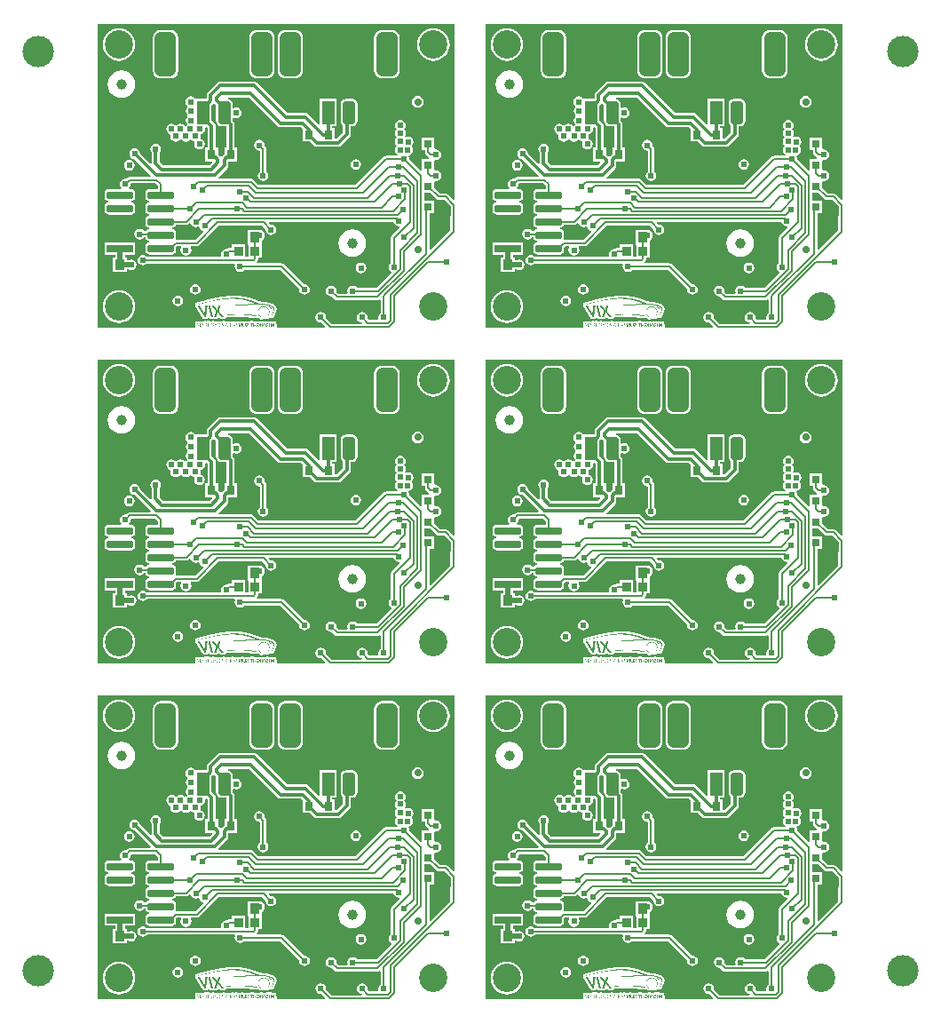
<source format=gbl>
G04*
G04 #@! TF.GenerationSoftware,Altium Limited,Altium Designer,20.0.10 (225)*
G04*
G04 Layer_Physical_Order=4*
G04 Layer_Color=16711680*
%FSLAX25Y25*%
%MOIN*%
G70*
G01*
G75*
%ADD10C,0.03937*%
%ADD13R,0.03347X0.03347*%
%ADD14R,0.03543X0.03937*%
%ADD32C,0.01968*%
%ADD33C,0.00800*%
%ADD35C,0.00787*%
%ADD36C,0.01000*%
%ADD37C,0.01378*%
%ADD38C,0.01181*%
%ADD43C,0.11811*%
%ADD44C,0.10630*%
%ADD45C,0.02756*%
%ADD46C,0.02381*%
%ADD47C,0.02362*%
%ADD48R,0.03150X0.03543*%
%ADD49R,0.03150X0.03150*%
%ADD50R,0.09843X0.02953*%
G04:AMPARAMS|DCode=51|XSize=29.53mil|YSize=98.43mil|CornerRadius=7.38mil|HoleSize=0mil|Usage=FLASHONLY|Rotation=90.000|XOffset=0mil|YOffset=0mil|HoleType=Round|Shape=RoundedRectangle|*
%AMROUNDEDRECTD51*
21,1,0.02953,0.08366,0,0,90.0*
21,1,0.01476,0.09843,0,0,90.0*
1,1,0.01476,0.04183,0.00738*
1,1,0.01476,0.04183,-0.00738*
1,1,0.01476,-0.04183,-0.00738*
1,1,0.01476,-0.04183,0.00738*
%
%ADD51ROUNDEDRECTD51*%
G04:AMPARAMS|DCode=52|XSize=78.74mil|YSize=165.35mil|CornerRadius=19.68mil|HoleSize=0mil|Usage=FLASHONLY|Rotation=0.000|XOffset=0mil|YOffset=0mil|HoleType=Round|Shape=RoundedRectangle|*
%AMROUNDEDRECTD52*
21,1,0.07874,0.12598,0,0,0.0*
21,1,0.03937,0.16535,0,0,0.0*
1,1,0.03937,0.01968,-0.06299*
1,1,0.03937,-0.01968,-0.06299*
1,1,0.03937,-0.01968,0.06299*
1,1,0.03937,0.01968,0.06299*
%
%ADD52ROUNDEDRECTD52*%
G04:AMPARAMS|DCode=53|XSize=47.24mil|YSize=86.61mil|CornerRadius=11.81mil|HoleSize=0mil|Usage=FLASHONLY|Rotation=0.000|XOffset=0mil|YOffset=0mil|HoleType=Round|Shape=RoundedRectangle|*
%AMROUNDEDRECTD53*
21,1,0.04724,0.06299,0,0,0.0*
21,1,0.02362,0.08661,0,0,0.0*
1,1,0.02362,0.01181,-0.03150*
1,1,0.02362,-0.01181,-0.03150*
1,1,0.02362,-0.01181,0.03150*
1,1,0.02362,0.01181,0.03150*
%
%ADD53ROUNDEDRECTD53*%
%ADD54R,0.04724X0.08661*%
G36*
X314930Y-68353D02*
X314468Y-68545D01*
X312296Y-66373D01*
X311906Y-66112D01*
X311445Y-66020D01*
X311445Y-66020D01*
X309357D01*
X307284Y-63946D01*
Y-61644D01*
X307670Y-61326D01*
X307874Y-61367D01*
X308646Y-61213D01*
X309300Y-60776D01*
X309737Y-60122D01*
X309891Y-59350D01*
X309737Y-58579D01*
X309300Y-57924D01*
X308646Y-57487D01*
X307874Y-57334D01*
X307670Y-57374D01*
X307284Y-57057D01*
Y-53769D01*
X307670Y-53452D01*
X307874Y-53493D01*
X308646Y-53339D01*
X309300Y-52902D01*
X309737Y-52248D01*
X309891Y-51476D01*
X309737Y-50704D01*
X309300Y-50050D01*
X308646Y-49613D01*
X307874Y-49459D01*
X307670Y-49500D01*
X307284Y-49183D01*
Y-45177D01*
X302559D01*
Y-49901D01*
X303717D01*
Y-50492D01*
X303717Y-50492D01*
X303809Y-50953D01*
X304070Y-51344D01*
X305054Y-52328D01*
X305094Y-52956D01*
X305018Y-53051D01*
X302559D01*
Y-57300D01*
X302059Y-57507D01*
X297865Y-53313D01*
X297917Y-53051D01*
X297764Y-52279D01*
X297614Y-52055D01*
X297805Y-51594D01*
X298024Y-51550D01*
X298678Y-51113D01*
X299115Y-50459D01*
X299269Y-49687D01*
X299115Y-48915D01*
X298892Y-48581D01*
X298752Y-48072D01*
X299190Y-47418D01*
X299343Y-46646D01*
X299190Y-45874D01*
X298752Y-45220D01*
X298098Y-44783D01*
X297326Y-44629D01*
X296555Y-44783D01*
X296356Y-44916D01*
X295995Y-44556D01*
X296338Y-44043D01*
X296491Y-43271D01*
X296338Y-42499D01*
X295901Y-41846D01*
X296338Y-41193D01*
X296491Y-40421D01*
X296338Y-39649D01*
X295900Y-38995D01*
X295246Y-38558D01*
X294474Y-38404D01*
X293703Y-38558D01*
X293048Y-38995D01*
X292611Y-39649D01*
X292458Y-40421D01*
X292611Y-41193D01*
X293048Y-41846D01*
X292611Y-42499D01*
X292458Y-43271D01*
X292611Y-44043D01*
X292970Y-44580D01*
X293018Y-44913D01*
X292970Y-45246D01*
X292611Y-45783D01*
X292458Y-46555D01*
X292611Y-47327D01*
X293048Y-47981D01*
Y-48261D01*
X292611Y-48915D01*
X292458Y-49687D01*
X292611Y-50459D01*
X293048Y-51113D01*
X293398Y-51347D01*
X293247Y-51847D01*
X289173D01*
X289173Y-51847D01*
X288713Y-51938D01*
X288322Y-52200D01*
X288322Y-52200D01*
X277632Y-62889D01*
X241266D01*
X239198Y-60822D01*
X238808Y-60561D01*
X238347Y-60469D01*
X238347Y-60469D01*
X226263D01*
X226056Y-59969D01*
X229419Y-56606D01*
X229745Y-56117D01*
X229860Y-55541D01*
Y-54057D01*
X229968Y-54035D01*
X233071D01*
Y-48917D01*
X232214D01*
Y-40246D01*
X232100Y-39670D01*
X231773Y-39182D01*
X231511Y-38920D01*
X231535Y-38799D01*
Y-37743D01*
X231976Y-37507D01*
X232102Y-37591D01*
X232874Y-37745D01*
X233646Y-37591D01*
X234300Y-37154D01*
X234737Y-36500D01*
X234891Y-35728D01*
X234737Y-34957D01*
X234300Y-34302D01*
X233646Y-33865D01*
X232874Y-33712D01*
X232102Y-33865D01*
X231976Y-33950D01*
X231535Y-33714D01*
Y-32500D01*
X231382Y-31732D01*
X230947Y-31081D01*
X230296Y-30645D01*
X229849Y-30557D01*
X229898Y-30057D01*
X237656D01*
X248329Y-40730D01*
X248817Y-41056D01*
X249393Y-41170D01*
X257234D01*
X257874Y-41811D01*
Y-46555D01*
X260470D01*
X262036Y-48121D01*
X262524Y-48447D01*
X263100Y-48562D01*
X271152D01*
X271728Y-48447D01*
X272217Y-48121D01*
X275505Y-44832D01*
X275832Y-44344D01*
X275946Y-43767D01*
Y-40806D01*
X276378D01*
X277146Y-40653D01*
X277797Y-40218D01*
X278232Y-39567D01*
X278385Y-38799D01*
Y-32500D01*
X278232Y-31732D01*
X277797Y-31081D01*
X277146Y-30645D01*
X276378Y-30493D01*
X274016D01*
X273248Y-30645D01*
X272597Y-31081D01*
X272162Y-31732D01*
X272009Y-32500D01*
Y-38799D01*
X272162Y-39567D01*
X272597Y-40218D01*
X272936Y-40445D01*
Y-43144D01*
X270529Y-45551D01*
X269685D01*
Y-41437D01*
X268828D01*
Y-40767D01*
X270473D01*
Y-30531D01*
X264173D01*
Y-39836D01*
X263711Y-40027D01*
X259907Y-36223D01*
X259419Y-35897D01*
X258843Y-35782D01*
X251986D01*
X240631Y-24428D01*
X240143Y-24101D01*
X239567Y-23987D01*
X226803D01*
X226227Y-24101D01*
X225738Y-24428D01*
X222156Y-28010D01*
X221830Y-28498D01*
X221715Y-29074D01*
Y-30531D01*
X217417D01*
X217174Y-30168D01*
X216520Y-29731D01*
X215748Y-29578D01*
X214976Y-29731D01*
X214322Y-30168D01*
X213885Y-30823D01*
X213731Y-31594D01*
X213885Y-32366D01*
X214322Y-33020D01*
X214521Y-33154D01*
Y-33654D01*
X214435Y-33712D01*
X213997Y-34366D01*
X213844Y-35138D01*
X213997Y-35909D01*
X214435Y-36564D01*
X214578Y-36659D01*
Y-37159D01*
X214435Y-37255D01*
X213997Y-37909D01*
X213844Y-38681D01*
X213997Y-39453D01*
X214435Y-40107D01*
X214189Y-40338D01*
X214125Y-40381D01*
X213988Y-40587D01*
X213488D01*
X213350Y-40381D01*
X212696Y-39944D01*
X211924Y-39790D01*
X211152Y-39944D01*
X210548Y-40347D01*
X210373Y-40402D01*
X210094D01*
X209919Y-40347D01*
X209315Y-39944D01*
X208544Y-39790D01*
X207772Y-39944D01*
X207118Y-40381D01*
X206680Y-41035D01*
X206527Y-41807D01*
X206680Y-42579D01*
X207118Y-43233D01*
X207772Y-43670D01*
X207806Y-43677D01*
X208184Y-44262D01*
X208121Y-44579D01*
X208275Y-45350D01*
X208712Y-46005D01*
X209366Y-46442D01*
X210138Y-46595D01*
X210910Y-46442D01*
X211564Y-46005D01*
X211756Y-45716D01*
X212358D01*
X212550Y-46005D01*
X213205Y-46442D01*
X213977Y-46595D01*
X214748Y-46442D01*
X215403Y-46005D01*
X215468Y-45906D01*
X215968D01*
X216034Y-46005D01*
X216689Y-46442D01*
X217133Y-46530D01*
X217231Y-46768D01*
X217078Y-47539D01*
X217231Y-48311D01*
X217669Y-48965D01*
X218323Y-49402D01*
X219095Y-49556D01*
X219866Y-49402D01*
X220521Y-48965D01*
X220958Y-48311D01*
X221111Y-47539D01*
X220958Y-46768D01*
X220521Y-46113D01*
X219866Y-45676D01*
X219422Y-45588D01*
X219324Y-45350D01*
X219477Y-44579D01*
X219324Y-43807D01*
X219334Y-43783D01*
X219900Y-43670D01*
X220555Y-43233D01*
X220992Y-42579D01*
X221145Y-41807D01*
X221102Y-41588D01*
X221471Y-41084D01*
X221756Y-41056D01*
X222117Y-41397D01*
Y-48917D01*
X221260D01*
Y-54035D01*
X223662D01*
X223869Y-54535D01*
X222921Y-55483D01*
X205573D01*
X204064Y-53974D01*
Y-50728D01*
X204422Y-50192D01*
X204576Y-49420D01*
X204422Y-48649D01*
X203985Y-47994D01*
X203331Y-47557D01*
X202559Y-47404D01*
X201787Y-47557D01*
X201133Y-47994D01*
X200696Y-48649D01*
X200542Y-49420D01*
X200696Y-50192D01*
X201054Y-50728D01*
Y-54597D01*
X201058Y-54620D01*
X200598Y-54866D01*
X196674Y-50943D01*
X196548Y-50311D01*
X196111Y-49657D01*
X195457Y-49219D01*
X194685Y-49066D01*
X193913Y-49219D01*
X193259Y-49657D01*
X192822Y-50311D01*
X192668Y-51082D01*
X192822Y-51854D01*
X193259Y-52508D01*
X193913Y-52946D01*
X194545Y-53071D01*
X200733Y-59259D01*
X200541Y-59721D01*
X192921D01*
X192460Y-59812D01*
X192069Y-60074D01*
X192069Y-60074D01*
X191574Y-60569D01*
X191142Y-60483D01*
X190370Y-60637D01*
X189716Y-61074D01*
X189279Y-61728D01*
X189125Y-62500D01*
X189279Y-63272D01*
X189685Y-63879D01*
X189631Y-64099D01*
X189495Y-64379D01*
X184990D01*
X184395Y-64498D01*
X183890Y-64835D01*
X183553Y-65340D01*
X183435Y-65935D01*
Y-67411D01*
X183553Y-68006D01*
X183890Y-68511D01*
X184395Y-68848D01*
X184746Y-68918D01*
Y-69428D01*
X184395Y-69498D01*
X183890Y-69835D01*
X183553Y-70340D01*
X183435Y-70935D01*
Y-72411D01*
X183553Y-73006D01*
X183890Y-73511D01*
X184395Y-73848D01*
X184990Y-73967D01*
X193356D01*
X193952Y-73848D01*
X194456Y-73511D01*
X194793Y-73006D01*
X194912Y-72411D01*
Y-70935D01*
X194793Y-70340D01*
X194456Y-69835D01*
X193952Y-69498D01*
X193601Y-69428D01*
Y-68918D01*
X193952Y-68848D01*
X194456Y-68511D01*
X194793Y-68006D01*
X194912Y-67411D01*
Y-65935D01*
X194793Y-65340D01*
X194456Y-64835D01*
X193952Y-64498D01*
X193356Y-64379D01*
X192789D01*
X192652Y-64099D01*
X192599Y-63879D01*
X193005Y-63272D01*
X193158Y-62500D01*
X193509Y-62129D01*
X202454D01*
X203323Y-62999D01*
Y-64379D01*
X200345D01*
X199749Y-64498D01*
X199245Y-64835D01*
X198907Y-65340D01*
X198789Y-65935D01*
Y-67411D01*
X198907Y-68006D01*
X199245Y-68511D01*
X199749Y-68848D01*
X200100Y-68918D01*
Y-69428D01*
X199749Y-69498D01*
X199245Y-69835D01*
X198907Y-70340D01*
X198789Y-70935D01*
Y-72411D01*
X198907Y-73006D01*
X199245Y-73511D01*
X199749Y-73848D01*
X200100Y-73918D01*
Y-74428D01*
X199749Y-74498D01*
X199245Y-74835D01*
X198907Y-75340D01*
X198789Y-75935D01*
Y-77411D01*
X198907Y-78007D01*
X199245Y-78511D01*
X199749Y-78848D01*
X200100Y-78918D01*
Y-79428D01*
X199749Y-79498D01*
X199245Y-79835D01*
X199065Y-80105D01*
X198139D01*
X197991Y-79883D01*
X197337Y-79446D01*
X196565Y-79292D01*
X195793Y-79446D01*
X195139Y-79883D01*
X194702Y-80537D01*
X194548Y-81309D01*
X194702Y-82081D01*
X195139Y-82735D01*
X195793Y-83172D01*
X196565Y-83325D01*
X197337Y-83172D01*
X197991Y-82735D01*
X198139Y-82513D01*
X198809D01*
X198907Y-83007D01*
X199245Y-83511D01*
X199749Y-83848D01*
X200100Y-83918D01*
Y-84428D01*
X199749Y-84498D01*
X199245Y-84835D01*
X198907Y-85340D01*
X198789Y-85935D01*
Y-87411D01*
X198907Y-88007D01*
X199245Y-88511D01*
X199749Y-88848D01*
X200345Y-88967D01*
X208711D01*
X209306Y-88848D01*
X209811Y-88511D01*
X210148Y-88007D01*
X210266Y-87411D01*
Y-86269D01*
X210641Y-85894D01*
X211993D01*
X212229Y-86335D01*
X212113Y-86508D01*
X211960Y-87280D01*
X212113Y-88051D01*
X212550Y-88706D01*
X213205Y-89143D01*
X213977Y-89296D01*
X214748Y-89143D01*
X215403Y-88706D01*
X215840Y-88051D01*
X215993Y-87280D01*
X215840Y-86508D01*
X215724Y-86335D01*
X215960Y-85894D01*
X218066D01*
X218066Y-85894D01*
X218527Y-85802D01*
X218918Y-85541D01*
X226404Y-78055D01*
X242585D01*
X243902Y-79372D01*
X243849Y-79633D01*
X244003Y-80405D01*
X244440Y-81059D01*
X245094Y-81497D01*
X245866Y-81650D01*
X246638Y-81497D01*
X247292Y-81059D01*
X247729Y-80405D01*
X247883Y-79633D01*
X247729Y-78862D01*
X247292Y-78207D01*
X246638Y-77770D01*
X245866Y-77617D01*
X245605Y-77669D01*
X245067Y-77131D01*
X245259Y-76670D01*
X291940D01*
X292035Y-77142D01*
X292472Y-77797D01*
X293126Y-78234D01*
X293898Y-78387D01*
X293989Y-78369D01*
X294235Y-78830D01*
X291245Y-81820D01*
X290982Y-82213D01*
X290890Y-82676D01*
X290890Y-82676D01*
Y-92032D01*
X290675Y-92176D01*
X290238Y-92830D01*
X290084Y-93602D01*
X290238Y-94374D01*
X290675Y-95028D01*
X291082Y-95300D01*
X291182Y-95907D01*
X285642Y-101447D01*
X278145D01*
X278001Y-101231D01*
X277346Y-100794D01*
X276575Y-100641D01*
X275803Y-100794D01*
X275149Y-101231D01*
X274711Y-101886D01*
X274558Y-102657D01*
X274654Y-103137D01*
X274295Y-103637D01*
X271187D01*
X270469Y-102919D01*
X270521Y-102657D01*
X270367Y-101886D01*
X269930Y-101231D01*
X269276Y-100794D01*
X268504Y-100641D01*
X267732Y-100794D01*
X267078Y-101231D01*
X266641Y-101886D01*
X266487Y-102657D01*
X266641Y-103429D01*
X267078Y-104083D01*
X267732Y-104520D01*
X268504Y-104674D01*
X268766Y-104622D01*
X269837Y-105693D01*
X269837Y-105693D01*
X270227Y-105954D01*
X270688Y-106046D01*
X270688Y-106046D01*
X285928D01*
X285928Y-106046D01*
X286389Y-105954D01*
X286485Y-105890D01*
X286985Y-106157D01*
Y-110926D01*
X286763Y-111074D01*
X286326Y-111728D01*
X286172Y-112500D01*
X286268Y-112980D01*
X285910Y-113480D01*
X282801D01*
X282083Y-112761D01*
X282135Y-112500D01*
X281981Y-111728D01*
X281544Y-111074D01*
X280890Y-110637D01*
X280118Y-110483D01*
X279346Y-110637D01*
X278692Y-111074D01*
X278255Y-111728D01*
X278101Y-112500D01*
X278255Y-113272D01*
X278692Y-113926D01*
X279346Y-114363D01*
X279972Y-114488D01*
X280003Y-114528D01*
X279756Y-115028D01*
X268798D01*
X266532Y-112761D01*
X266584Y-112500D01*
X266430Y-111728D01*
X265993Y-111074D01*
X265339Y-110637D01*
X264567Y-110483D01*
X263795Y-110637D01*
X263141Y-111074D01*
X262704Y-111728D01*
X262550Y-112500D01*
X262704Y-113272D01*
X263141Y-113926D01*
X263795Y-114363D01*
X264567Y-114516D01*
X264829Y-114464D01*
X266301Y-115936D01*
X266109Y-116398D01*
X248361D01*
X248202Y-116277D01*
X248144Y-116214D01*
X247987Y-115965D01*
Y-115928D01*
X247983Y-115909D01*
X247987Y-115890D01*
Y-115853D01*
X247983Y-115834D01*
X247987Y-115816D01*
Y-115779D01*
X247983Y-115760D01*
X247987Y-115741D01*
Y-115704D01*
X247983Y-115686D01*
X247987Y-115667D01*
Y-115630D01*
X247983Y-115611D01*
X247987Y-115593D01*
Y-115555D01*
X247983Y-115537D01*
X247987Y-115518D01*
Y-115481D01*
X247983Y-115462D01*
X247987Y-115444D01*
Y-115406D01*
X247983Y-115388D01*
X247987Y-115369D01*
Y-115332D01*
X247975Y-115276D01*
X247987Y-115220D01*
Y-115183D01*
X247975Y-115127D01*
X247987Y-115071D01*
Y-115034D01*
X247949Y-114847D01*
Y-114736D01*
X247888Y-114429D01*
X247714Y-114169D01*
X247454Y-113995D01*
X247427Y-113989D01*
X247379Y-113958D01*
X247072Y-113896D01*
X247035D01*
X246979Y-113908D01*
X246923Y-113896D01*
X246886D01*
X246579Y-113958D01*
X246547Y-113979D01*
X246467Y-113995D01*
X246458Y-114001D01*
X246449Y-113995D01*
X246369Y-113979D01*
X246337Y-113958D01*
X246030Y-113896D01*
X245993D01*
X245937Y-113908D01*
X245881Y-113896D01*
X245844D01*
X245639Y-113937D01*
X245434Y-113896D01*
X245397D01*
X245341Y-113908D01*
X245285Y-113896D01*
X245248D01*
X245043Y-113937D01*
X244839Y-113896D01*
X244801D01*
X244746Y-113908D01*
X244690Y-113896D01*
X244653D01*
X244597Y-113908D01*
X244541Y-113896D01*
X244504D01*
X244317Y-113934D01*
X244243D01*
X244225Y-113937D01*
X244206Y-113934D01*
X244169D01*
X243890Y-113989D01*
X243838Y-113979D01*
X243806Y-113958D01*
X243499Y-113896D01*
X243461D01*
X243406Y-113908D01*
X243350Y-113896D01*
X243313D01*
X243034Y-113952D01*
X242754Y-113896D01*
X242717D01*
X242661Y-113908D01*
X242605Y-113896D01*
X242568D01*
X242364Y-113937D01*
X242159Y-113896D01*
X242122D01*
X242066Y-113908D01*
X242010Y-113896D01*
X241973D01*
X241665Y-113958D01*
X241627Y-113983D01*
X241605Y-113979D01*
X241573Y-113958D01*
X241265Y-113896D01*
X241228D01*
X241210Y-113900D01*
X241191Y-113896D01*
X241079D01*
X241061Y-113900D01*
X241042Y-113896D01*
X240930D01*
X240623Y-113958D01*
X240623Y-113958D01*
X240552Y-113972D01*
X240530Y-113958D01*
X240223Y-113896D01*
X240186D01*
X240130Y-113908D01*
X240074Y-113896D01*
X240037D01*
X239730Y-113958D01*
X239700Y-113978D01*
X239653Y-113968D01*
X239637Y-113958D01*
X239330Y-113896D01*
X239293D01*
X239162Y-113922D01*
X239032Y-113896D01*
X238995D01*
X238939Y-113908D01*
X238883Y-113896D01*
X238846D01*
X238790Y-113908D01*
X238734Y-113896D01*
X238697D01*
X238641Y-113908D01*
X238585Y-113896D01*
X238548D01*
X238492Y-113908D01*
X238437Y-113896D01*
X238399D01*
X238344Y-113908D01*
X238288Y-113896D01*
X238250D01*
X238195Y-113908D01*
X238139Y-113896D01*
X238102D01*
X237794Y-113958D01*
X237702Y-114020D01*
X237664Y-113995D01*
X237479Y-113958D01*
X237478Y-113958D01*
X237171Y-113896D01*
X237059D01*
X237041Y-113900D01*
X237022Y-113896D01*
X236910D01*
X236892Y-113900D01*
X236873Y-113896D01*
X236836D01*
X236529Y-113958D01*
X236520Y-113964D01*
X236510Y-113958D01*
X236203Y-113896D01*
X236166D01*
X235859Y-113958D01*
X235827Y-113979D01*
X235812Y-113982D01*
X235798Y-113979D01*
X235766Y-113958D01*
X235459Y-113896D01*
X235422D01*
X235366Y-113908D01*
X235310Y-113896D01*
X235273D01*
X235142Y-113922D01*
X235012Y-113896D01*
X234975D01*
X234919Y-113908D01*
X234863Y-113896D01*
X234826D01*
X234519Y-113958D01*
X234487Y-113979D01*
X234465Y-113983D01*
X234426Y-113958D01*
X234119Y-113896D01*
X234082D01*
X234026Y-113908D01*
X233970Y-113896D01*
X233933D01*
X233626Y-113958D01*
X233384Y-114119D01*
X233309Y-114069D01*
X233309Y-114069D01*
X233198Y-113995D01*
X233118Y-113979D01*
X233086Y-113958D01*
X233006Y-113942D01*
X232974Y-113920D01*
X232667Y-113859D01*
X232630D01*
X232323Y-113920D01*
X232322Y-113920D01*
X232137Y-113958D01*
X232105Y-113979D01*
X232053Y-113989D01*
X232001Y-113979D01*
X231969Y-113958D01*
X231784Y-113920D01*
X231783Y-113920D01*
X231476Y-113859D01*
X231439D01*
X231132Y-113920D01*
X231100Y-113942D01*
X231020Y-113958D01*
X231011Y-113964D01*
X231002Y-113958D01*
X230694Y-113896D01*
X230657D01*
X230350Y-113958D01*
X230347Y-113960D01*
X230231Y-114012D01*
X229969Y-114094D01*
X229706Y-114012D01*
X229591Y-113960D01*
X229587Y-113958D01*
X229280Y-113896D01*
X229243D01*
X228936Y-113958D01*
X228888Y-113989D01*
X228861Y-113995D01*
X228842Y-114007D01*
X228768Y-113958D01*
X228461Y-113896D01*
X228424D01*
X228405Y-113900D01*
X228387Y-113896D01*
X228349D01*
X228331Y-113900D01*
X228312Y-113896D01*
X228275D01*
X228256Y-113900D01*
X228238Y-113896D01*
X228201D01*
X228182Y-113900D01*
X228163Y-113896D01*
X228126D01*
X228108Y-113900D01*
X228089Y-113896D01*
X228052D01*
X228033Y-113900D01*
X228014Y-113896D01*
X227977D01*
X227959Y-113900D01*
X227940Y-113896D01*
X227903D01*
X227884Y-113900D01*
X227866Y-113896D01*
X227828D01*
X227521Y-113958D01*
X227489Y-113979D01*
X227409Y-113995D01*
X227140Y-114163D01*
X226870Y-113995D01*
X226790Y-113979D01*
X226758Y-113958D01*
X226451Y-113896D01*
X226190D01*
X226172Y-113900D01*
X226153Y-113896D01*
X226116D01*
X225809Y-113958D01*
X225777Y-113979D01*
X225697Y-113995D01*
X225623Y-114044D01*
X225493Y-113958D01*
X225185Y-113896D01*
X225148D01*
X224841Y-113958D01*
X224758Y-114013D01*
X224674Y-113958D01*
X224367Y-113896D01*
X224329D01*
X224311Y-113900D01*
X224292Y-113896D01*
X224255D01*
X224236Y-113900D01*
X224218Y-113896D01*
X224181D01*
X224162Y-113900D01*
X224143Y-113896D01*
X224106D01*
X224088Y-113900D01*
X224069Y-113896D01*
X224032D01*
X224013Y-113900D01*
X223994Y-113896D01*
X223957D01*
X223939Y-113900D01*
X223920Y-113896D01*
X223883D01*
X223864Y-113900D01*
X223846Y-113896D01*
X223808D01*
X223501Y-113958D01*
X223501Y-113958D01*
X223315Y-113995D01*
X223241Y-114044D01*
X223111Y-113958D01*
X222803Y-113896D01*
X222766D01*
X222747Y-113900D01*
X222729Y-113896D01*
X222692D01*
X222673Y-113900D01*
X222654Y-113896D01*
X222617D01*
X222599Y-113900D01*
X222580Y-113896D01*
X222543D01*
X222524Y-113900D01*
X222506Y-113896D01*
X222468D01*
X222450Y-113900D01*
X222431Y-113896D01*
X222394D01*
X222375Y-113900D01*
X222357Y-113896D01*
X222319D01*
X222301Y-113900D01*
X222282Y-113896D01*
X222245D01*
X222226Y-113900D01*
X222208Y-113896D01*
X222171D01*
X222152Y-113900D01*
X222133Y-113896D01*
X222096D01*
X222077Y-113900D01*
X222059Y-113896D01*
X222022D01*
X222003Y-113900D01*
X221985Y-113896D01*
X221947D01*
X221929Y-113900D01*
X221910Y-113896D01*
X221873D01*
X221743Y-113922D01*
X221612Y-113896D01*
X221575D01*
X221556Y-113900D01*
X221538Y-113896D01*
X221501D01*
X221482Y-113900D01*
X221463Y-113896D01*
X221426D01*
X221408Y-113900D01*
X221389Y-113896D01*
X221352D01*
X221333Y-113900D01*
X221314Y-113896D01*
X221277D01*
X221259Y-113900D01*
X221240Y-113896D01*
X221203D01*
X221184Y-113900D01*
X221166Y-113896D01*
X221128D01*
X221110Y-113900D01*
X221091Y-113896D01*
X221054D01*
X221035Y-113900D01*
X221017Y-113896D01*
X220979D01*
X220961Y-113900D01*
X220942Y-113896D01*
X220905D01*
X220886Y-113900D01*
X220868Y-113896D01*
X220831D01*
X220523Y-113958D01*
X220477Y-113988D01*
X220431Y-113958D01*
X220123Y-113896D01*
X220086D01*
X219779Y-113958D01*
X219732Y-113988D01*
X219686Y-113958D01*
X219379Y-113896D01*
X219342D01*
X219323Y-113900D01*
X219304Y-113896D01*
X219267D01*
X218960Y-113958D01*
X218765Y-114088D01*
X218569Y-113958D01*
X218262Y-113896D01*
X218225D01*
X218206Y-113900D01*
X218188Y-113896D01*
X218151D01*
X217843Y-113958D01*
X217583Y-114131D01*
X217409Y-114392D01*
X217348Y-114699D01*
Y-116188D01*
X217175Y-116398D01*
X180944D01*
Y-2412D01*
X314930D01*
Y-68353D01*
D02*
G37*
G36*
X169261D02*
X168799Y-68545D01*
X166627Y-66373D01*
X166236Y-66112D01*
X165775Y-66020D01*
X165775Y-66020D01*
X163688D01*
X161614Y-63946D01*
Y-61644D01*
X162001Y-61326D01*
X162205Y-61367D01*
X162977Y-61213D01*
X163631Y-60776D01*
X164068Y-60122D01*
X164222Y-59350D01*
X164068Y-58579D01*
X163631Y-57924D01*
X162977Y-57487D01*
X162205Y-57334D01*
X162001Y-57374D01*
X161614Y-57057D01*
Y-53769D01*
X162001Y-53452D01*
X162205Y-53493D01*
X162977Y-53339D01*
X163631Y-52902D01*
X164068Y-52248D01*
X164222Y-51476D01*
X164068Y-50704D01*
X163631Y-50050D01*
X162977Y-49613D01*
X162205Y-49459D01*
X162001Y-49500D01*
X161614Y-49183D01*
Y-45177D01*
X156890D01*
Y-49901D01*
X158048D01*
Y-50492D01*
X158048Y-50492D01*
X158139Y-50953D01*
X158400Y-51344D01*
X159385Y-52328D01*
X159424Y-52956D01*
X159348Y-53051D01*
X156890D01*
Y-57300D01*
X156390Y-57507D01*
X152196Y-53313D01*
X152248Y-53051D01*
X152094Y-52279D01*
X151945Y-52055D01*
X152136Y-51594D01*
X152355Y-51550D01*
X153009Y-51113D01*
X153446Y-50459D01*
X153599Y-49687D01*
X153446Y-48915D01*
X153222Y-48581D01*
X153083Y-48072D01*
X153520Y-47418D01*
X153674Y-46646D01*
X153520Y-45874D01*
X153083Y-45220D01*
X152429Y-44783D01*
X151657Y-44629D01*
X150885Y-44783D01*
X150686Y-44916D01*
X150326Y-44556D01*
X150668Y-44043D01*
X150822Y-43271D01*
X150668Y-42499D01*
X150232Y-41846D01*
X150668Y-41193D01*
X150822Y-40421D01*
X150668Y-39649D01*
X150231Y-38995D01*
X149577Y-38558D01*
X148805Y-38404D01*
X148033Y-38558D01*
X147379Y-38995D01*
X146942Y-39649D01*
X146788Y-40421D01*
X146942Y-41193D01*
X147378Y-41846D01*
X146942Y-42499D01*
X146788Y-43271D01*
X146942Y-44043D01*
X147301Y-44580D01*
X147348Y-44913D01*
X147301Y-45246D01*
X146942Y-45783D01*
X146788Y-46555D01*
X146942Y-47327D01*
X147379Y-47981D01*
Y-48261D01*
X146942Y-48915D01*
X146788Y-49687D01*
X146942Y-50459D01*
X147379Y-51113D01*
X147729Y-51347D01*
X147577Y-51847D01*
X143504D01*
X143504Y-51847D01*
X143043Y-51938D01*
X142652Y-52200D01*
X142652Y-52200D01*
X131963Y-62889D01*
X95596D01*
X93529Y-60822D01*
X93138Y-60561D01*
X92677Y-60469D01*
X92677Y-60469D01*
X80593D01*
X80386Y-59969D01*
X83750Y-56606D01*
X84076Y-56117D01*
X84190Y-55541D01*
Y-54057D01*
X84299Y-54035D01*
X87402D01*
Y-48917D01*
X86545D01*
Y-40246D01*
X86430Y-39670D01*
X86104Y-39182D01*
X85841Y-38920D01*
X85865Y-38799D01*
Y-37743D01*
X86306Y-37507D01*
X86433Y-37591D01*
X87205Y-37745D01*
X87976Y-37591D01*
X88631Y-37154D01*
X89068Y-36500D01*
X89221Y-35728D01*
X89068Y-34957D01*
X88631Y-34302D01*
X87976Y-33865D01*
X87205Y-33712D01*
X86433Y-33865D01*
X86306Y-33950D01*
X85865Y-33714D01*
Y-32500D01*
X85713Y-31732D01*
X85277Y-31081D01*
X84626Y-30645D01*
X84180Y-30557D01*
X84229Y-30057D01*
X91986D01*
X102659Y-40730D01*
X103148Y-41056D01*
X103724Y-41170D01*
X111565D01*
X112205Y-41811D01*
Y-46555D01*
X114800D01*
X116366Y-48121D01*
X116855Y-48447D01*
X117431Y-48562D01*
X125483D01*
X126059Y-48447D01*
X126547Y-48121D01*
X129836Y-44832D01*
X130163Y-44344D01*
X130277Y-43767D01*
Y-40806D01*
X130709D01*
X131477Y-40653D01*
X132128Y-40218D01*
X132563Y-39567D01*
X132716Y-38799D01*
Y-32500D01*
X132563Y-31732D01*
X132128Y-31081D01*
X131477Y-30645D01*
X130709Y-30493D01*
X128347D01*
X127578Y-30645D01*
X126927Y-31081D01*
X126492Y-31732D01*
X126339Y-32500D01*
Y-38799D01*
X126492Y-39567D01*
X126927Y-40218D01*
X127267Y-40445D01*
Y-43144D01*
X124859Y-45551D01*
X124016D01*
Y-41437D01*
X123159D01*
Y-40767D01*
X124803D01*
Y-30531D01*
X118504D01*
Y-39836D01*
X118042Y-40027D01*
X114238Y-36223D01*
X113749Y-35897D01*
X113173Y-35782D01*
X106316D01*
X94962Y-24428D01*
X94474Y-24101D01*
X93898Y-23987D01*
X81133D01*
X80557Y-24101D01*
X80069Y-24428D01*
X76487Y-28010D01*
X76161Y-28498D01*
X76046Y-29074D01*
Y-30531D01*
X71747D01*
X71505Y-30168D01*
X70850Y-29731D01*
X70079Y-29578D01*
X69307Y-29731D01*
X68653Y-30168D01*
X68216Y-30823D01*
X68062Y-31594D01*
X68216Y-32366D01*
X68653Y-33020D01*
X68852Y-33154D01*
Y-33654D01*
X68765Y-33712D01*
X68328Y-34366D01*
X68174Y-35138D01*
X68328Y-35909D01*
X68765Y-36564D01*
X68908Y-36659D01*
Y-37159D01*
X68765Y-37255D01*
X68328Y-37909D01*
X68174Y-38681D01*
X68328Y-39453D01*
X68765Y-40107D01*
X68520Y-40338D01*
X68456Y-40381D01*
X68318Y-40587D01*
X67818D01*
X67681Y-40381D01*
X67027Y-39944D01*
X66255Y-39790D01*
X65483Y-39944D01*
X64879Y-40347D01*
X64704Y-40402D01*
X64425D01*
X64250Y-40347D01*
X63646Y-39944D01*
X62874Y-39790D01*
X62103Y-39944D01*
X61448Y-40381D01*
X61011Y-41035D01*
X60858Y-41807D01*
X61011Y-42579D01*
X61448Y-43233D01*
X62103Y-43670D01*
X62137Y-43677D01*
X62515Y-44262D01*
X62452Y-44579D01*
X62605Y-45350D01*
X63042Y-46005D01*
X63697Y-46442D01*
X64469Y-46595D01*
X65240Y-46442D01*
X65895Y-46005D01*
X66087Y-45716D01*
X66689D01*
X66881Y-46005D01*
X67535Y-46442D01*
X68307Y-46595D01*
X69079Y-46442D01*
X69733Y-46005D01*
X69799Y-45906D01*
X70299D01*
X70365Y-46005D01*
X71019Y-46442D01*
X71464Y-46530D01*
X71562Y-46768D01*
X71408Y-47539D01*
X71562Y-48311D01*
X71999Y-48965D01*
X72654Y-49402D01*
X73425Y-49556D01*
X74197Y-49402D01*
X74851Y-48965D01*
X75288Y-48311D01*
X75442Y-47539D01*
X75288Y-46768D01*
X74851Y-46113D01*
X74197Y-45676D01*
X73752Y-45588D01*
X73654Y-45350D01*
X73808Y-44579D01*
X73654Y-43807D01*
X73664Y-43783D01*
X74231Y-43670D01*
X74885Y-43233D01*
X75323Y-42579D01*
X75476Y-41807D01*
X75433Y-41588D01*
X75802Y-41084D01*
X76086Y-41056D01*
X76447Y-41397D01*
Y-48917D01*
X75591D01*
Y-54035D01*
X77992D01*
X78199Y-54535D01*
X77252Y-55483D01*
X59904D01*
X58395Y-53974D01*
Y-50728D01*
X58753Y-50192D01*
X58907Y-49420D01*
X58753Y-48649D01*
X58316Y-47994D01*
X57661Y-47557D01*
X56890Y-47404D01*
X56118Y-47557D01*
X55464Y-47994D01*
X55027Y-48649D01*
X54873Y-49420D01*
X55027Y-50192D01*
X55384Y-50728D01*
Y-54597D01*
X55389Y-54620D01*
X54928Y-54866D01*
X51005Y-50943D01*
X50879Y-50311D01*
X50442Y-49657D01*
X49788Y-49219D01*
X49016Y-49066D01*
X48244Y-49219D01*
X47590Y-49657D01*
X47153Y-50311D01*
X46999Y-51082D01*
X47153Y-51854D01*
X47590Y-52508D01*
X48244Y-52946D01*
X48876Y-53071D01*
X55063Y-59259D01*
X54872Y-59721D01*
X47252D01*
X46791Y-59812D01*
X46400Y-60074D01*
X46400Y-60074D01*
X45905Y-60569D01*
X45472Y-60483D01*
X44701Y-60637D01*
X44047Y-61074D01*
X43609Y-61728D01*
X43456Y-62500D01*
X43609Y-63272D01*
X44015Y-63879D01*
X43962Y-64099D01*
X43825Y-64379D01*
X39321D01*
X38726Y-64498D01*
X38221Y-64835D01*
X37884Y-65340D01*
X37765Y-65935D01*
Y-67411D01*
X37884Y-68006D01*
X38221Y-68511D01*
X38726Y-68848D01*
X39077Y-68918D01*
Y-69428D01*
X38726Y-69498D01*
X38221Y-69835D01*
X37884Y-70340D01*
X37765Y-70935D01*
Y-72411D01*
X37884Y-73006D01*
X38221Y-73511D01*
X38726Y-73848D01*
X39321Y-73967D01*
X47687D01*
X48282Y-73848D01*
X48787Y-73511D01*
X49124Y-73006D01*
X49242Y-72411D01*
Y-70935D01*
X49124Y-70340D01*
X48787Y-69835D01*
X48282Y-69498D01*
X47931Y-69428D01*
Y-68918D01*
X48282Y-68848D01*
X48787Y-68511D01*
X49124Y-68006D01*
X49242Y-67411D01*
Y-65935D01*
X49124Y-65340D01*
X48787Y-64835D01*
X48282Y-64498D01*
X47687Y-64379D01*
X47120D01*
X46983Y-64099D01*
X46930Y-63879D01*
X47336Y-63272D01*
X47489Y-62500D01*
X47840Y-62129D01*
X56785D01*
X57654Y-62999D01*
Y-64379D01*
X54675D01*
X54080Y-64498D01*
X53575Y-64835D01*
X53238Y-65340D01*
X53120Y-65935D01*
Y-67411D01*
X53238Y-68006D01*
X53575Y-68511D01*
X54080Y-68848D01*
X54431Y-68918D01*
Y-69428D01*
X54080Y-69498D01*
X53575Y-69835D01*
X53238Y-70340D01*
X53120Y-70935D01*
Y-72411D01*
X53238Y-73006D01*
X53575Y-73511D01*
X54080Y-73848D01*
X54431Y-73918D01*
Y-74428D01*
X54080Y-74498D01*
X53575Y-74835D01*
X53238Y-75340D01*
X53120Y-75935D01*
Y-77411D01*
X53238Y-78007D01*
X53575Y-78511D01*
X54080Y-78848D01*
X54431Y-78918D01*
Y-79428D01*
X54080Y-79498D01*
X53575Y-79835D01*
X53395Y-80105D01*
X52470D01*
X52321Y-79883D01*
X51667Y-79446D01*
X50896Y-79292D01*
X50124Y-79446D01*
X49470Y-79883D01*
X49032Y-80537D01*
X48879Y-81309D01*
X49032Y-82081D01*
X49470Y-82735D01*
X50124Y-83172D01*
X50896Y-83325D01*
X51667Y-83172D01*
X52321Y-82735D01*
X52470Y-82513D01*
X53140D01*
X53238Y-83007D01*
X53575Y-83511D01*
X54080Y-83848D01*
X54431Y-83918D01*
Y-84428D01*
X54080Y-84498D01*
X53575Y-84835D01*
X53238Y-85340D01*
X53120Y-85935D01*
Y-87411D01*
X53238Y-88007D01*
X53575Y-88511D01*
X54080Y-88848D01*
X54675Y-88967D01*
X63041D01*
X63637Y-88848D01*
X64141Y-88511D01*
X64478Y-88007D01*
X64597Y-87411D01*
Y-86269D01*
X64972Y-85894D01*
X66324D01*
X66560Y-86335D01*
X66444Y-86508D01*
X66290Y-87280D01*
X66444Y-88051D01*
X66881Y-88706D01*
X67535Y-89143D01*
X68307Y-89296D01*
X69079Y-89143D01*
X69733Y-88706D01*
X70170Y-88051D01*
X70324Y-87280D01*
X70170Y-86508D01*
X70055Y-86335D01*
X70290Y-85894D01*
X72397D01*
X72397Y-85894D01*
X72858Y-85802D01*
X73248Y-85541D01*
X80734Y-78055D01*
X96916D01*
X98232Y-79372D01*
X98180Y-79633D01*
X98334Y-80405D01*
X98771Y-81059D01*
X99425Y-81497D01*
X100197Y-81650D01*
X100969Y-81497D01*
X101623Y-81059D01*
X102060Y-80405D01*
X102214Y-79633D01*
X102060Y-78862D01*
X101623Y-78207D01*
X100969Y-77770D01*
X100197Y-77617D01*
X99935Y-77669D01*
X99398Y-77131D01*
X99589Y-76670D01*
X146271D01*
X146365Y-77142D01*
X146802Y-77797D01*
X147457Y-78234D01*
X148228Y-78387D01*
X148319Y-78369D01*
X148566Y-78830D01*
X145575Y-81820D01*
X145313Y-82213D01*
X145221Y-82676D01*
X145221Y-82676D01*
Y-92032D01*
X145006Y-92176D01*
X144568Y-92830D01*
X144415Y-93602D01*
X144568Y-94374D01*
X145006Y-95028D01*
X145412Y-95300D01*
X145512Y-95907D01*
X139973Y-101447D01*
X132475D01*
X132331Y-101231D01*
X131677Y-100794D01*
X130905Y-100641D01*
X130134Y-100794D01*
X129479Y-101231D01*
X129042Y-101886D01*
X128889Y-102657D01*
X128984Y-103137D01*
X128626Y-103637D01*
X125518D01*
X124799Y-102919D01*
X124851Y-102657D01*
X124698Y-101886D01*
X124261Y-101231D01*
X123606Y-100794D01*
X122835Y-100641D01*
X122063Y-100794D01*
X121409Y-101231D01*
X120972Y-101886D01*
X120818Y-102657D01*
X120972Y-103429D01*
X121409Y-104083D01*
X122063Y-104520D01*
X122835Y-104674D01*
X123096Y-104622D01*
X124167Y-105693D01*
X124167Y-105693D01*
X124558Y-105954D01*
X125019Y-106046D01*
X125019Y-106046D01*
X140259D01*
X140259Y-106046D01*
X140720Y-105954D01*
X140815Y-105890D01*
X141315Y-106157D01*
Y-110926D01*
X141094Y-111074D01*
X140656Y-111728D01*
X140503Y-112500D01*
X140598Y-112980D01*
X140240Y-113480D01*
X137132D01*
X136413Y-112761D01*
X136465Y-112500D01*
X136312Y-111728D01*
X135875Y-111074D01*
X135220Y-110637D01*
X134449Y-110483D01*
X133677Y-110637D01*
X133023Y-111074D01*
X132586Y-111728D01*
X132432Y-112500D01*
X132586Y-113272D01*
X133023Y-113926D01*
X133677Y-114363D01*
X134303Y-114488D01*
X134334Y-114528D01*
X134087Y-115028D01*
X123129D01*
X120862Y-112761D01*
X120914Y-112500D01*
X120761Y-111728D01*
X120324Y-111074D01*
X119669Y-110637D01*
X118898Y-110483D01*
X118126Y-110637D01*
X117472Y-111074D01*
X117034Y-111728D01*
X116881Y-112500D01*
X117034Y-113272D01*
X117472Y-113926D01*
X118126Y-114363D01*
X118898Y-114516D01*
X119159Y-114464D01*
X120631Y-115936D01*
X120440Y-116398D01*
X102691D01*
X102532Y-116277D01*
X102475Y-116214D01*
X102317Y-115965D01*
Y-115928D01*
X102313Y-115909D01*
X102317Y-115890D01*
Y-115853D01*
X102313Y-115834D01*
X102317Y-115816D01*
Y-115779D01*
X102313Y-115760D01*
X102317Y-115741D01*
Y-115704D01*
X102313Y-115686D01*
X102317Y-115667D01*
Y-115630D01*
X102313Y-115611D01*
X102317Y-115593D01*
Y-115555D01*
X102313Y-115537D01*
X102317Y-115518D01*
Y-115481D01*
X102313Y-115462D01*
X102317Y-115444D01*
Y-115406D01*
X102313Y-115388D01*
X102317Y-115369D01*
Y-115332D01*
X102306Y-115276D01*
X102317Y-115220D01*
Y-115183D01*
X102306Y-115127D01*
X102317Y-115071D01*
Y-115034D01*
X102280Y-114847D01*
Y-114736D01*
X102219Y-114429D01*
X102045Y-114169D01*
X101784Y-113995D01*
X101758Y-113989D01*
X101710Y-113958D01*
X101403Y-113896D01*
X101365D01*
X101310Y-113908D01*
X101254Y-113896D01*
X101217D01*
X100909Y-113958D01*
X100877Y-113979D01*
X100798Y-113995D01*
X100788Y-114001D01*
X100779Y-113995D01*
X100700Y-113979D01*
X100668Y-113958D01*
X100361Y-113896D01*
X100323D01*
X100267Y-113908D01*
X100212Y-113896D01*
X100174D01*
X99970Y-113937D01*
X99765Y-113896D01*
X99728D01*
X99672Y-113908D01*
X99616Y-113896D01*
X99579D01*
X99374Y-113937D01*
X99169Y-113896D01*
X99132D01*
X99076Y-113908D01*
X99020Y-113896D01*
X98983D01*
X98927Y-113908D01*
X98872Y-113896D01*
X98834D01*
X98647Y-113934D01*
X98574D01*
X98555Y-113937D01*
X98537Y-113934D01*
X98499D01*
X98220Y-113989D01*
X98169Y-113979D01*
X98137Y-113958D01*
X97829Y-113896D01*
X97792D01*
X97736Y-113908D01*
X97680Y-113896D01*
X97643D01*
X97364Y-113952D01*
X97085Y-113896D01*
X97048D01*
X96992Y-113908D01*
X96936Y-113896D01*
X96899D01*
X96694Y-113937D01*
X96489Y-113896D01*
X96452D01*
X96396Y-113908D01*
X96341Y-113896D01*
X96303D01*
X95996Y-113958D01*
X95957Y-113983D01*
X95935Y-113979D01*
X95903Y-113958D01*
X95596Y-113896D01*
X95559D01*
X95540Y-113900D01*
X95522Y-113896D01*
X95410D01*
X95391Y-113900D01*
X95373Y-113896D01*
X95261D01*
X94954Y-113958D01*
X94953Y-113958D01*
X94883Y-113972D01*
X94861Y-113958D01*
X94554Y-113896D01*
X94517D01*
X94461Y-113908D01*
X94405Y-113896D01*
X94368D01*
X94060Y-113958D01*
X94030Y-113978D01*
X93984Y-113968D01*
X93968Y-113958D01*
X93660Y-113896D01*
X93623D01*
X93493Y-113922D01*
X93363Y-113896D01*
X93326D01*
X93270Y-113908D01*
X93214Y-113896D01*
X93177D01*
X93121Y-113908D01*
X93065Y-113896D01*
X93028D01*
X92972Y-113908D01*
X92916Y-113896D01*
X92879D01*
X92823Y-113908D01*
X92767Y-113896D01*
X92730D01*
X92674Y-113908D01*
X92618Y-113896D01*
X92581D01*
X92525Y-113908D01*
X92469Y-113896D01*
X92432D01*
X92125Y-113958D01*
X92032Y-114020D01*
X91995Y-113995D01*
X91809Y-113958D01*
X91809Y-113958D01*
X91502Y-113896D01*
X91390D01*
X91371Y-113900D01*
X91353Y-113896D01*
X91241D01*
X91223Y-113900D01*
X91204Y-113896D01*
X91167D01*
X90859Y-113958D01*
X90850Y-113964D01*
X90841Y-113958D01*
X90534Y-113896D01*
X90497D01*
X90189Y-113958D01*
X90157Y-113979D01*
X90143Y-113982D01*
X90129Y-113979D01*
X90097Y-113958D01*
X89789Y-113896D01*
X89752D01*
X89696Y-113908D01*
X89641Y-113896D01*
X89603D01*
X89473Y-113922D01*
X89343Y-113896D01*
X89306D01*
X89250Y-113908D01*
X89194Y-113896D01*
X89157D01*
X88849Y-113958D01*
X88817Y-113979D01*
X88795Y-113983D01*
X88757Y-113958D01*
X88450Y-113896D01*
X88412D01*
X88356Y-113908D01*
X88301Y-113896D01*
X88263D01*
X87956Y-113958D01*
X87714Y-114119D01*
X87640Y-114069D01*
X87640Y-114069D01*
X87528Y-113995D01*
X87449Y-113979D01*
X87417Y-113958D01*
X87337Y-113942D01*
X87305Y-113920D01*
X86998Y-113859D01*
X86961D01*
X86653Y-113920D01*
X86653Y-113920D01*
X86467Y-113958D01*
X86435Y-113979D01*
X86384Y-113989D01*
X86332Y-113979D01*
X86300Y-113958D01*
X86114Y-113920D01*
X86114Y-113920D01*
X85807Y-113859D01*
X85769D01*
X85462Y-113920D01*
X85430Y-113942D01*
X85351Y-113958D01*
X85341Y-113964D01*
X85332Y-113958D01*
X85025Y-113896D01*
X84988D01*
X84681Y-113958D01*
X84677Y-113960D01*
X84562Y-114012D01*
X84299Y-114094D01*
X84036Y-114012D01*
X83921Y-113960D01*
X83918Y-113958D01*
X83611Y-113896D01*
X83573D01*
X83266Y-113958D01*
X83218Y-113989D01*
X83192Y-113995D01*
X83173Y-114007D01*
X83099Y-113958D01*
X82792Y-113896D01*
X82754D01*
X82736Y-113900D01*
X82717Y-113896D01*
X82680D01*
X82661Y-113900D01*
X82643Y-113896D01*
X82606D01*
X82587Y-113900D01*
X82568Y-113896D01*
X82531D01*
X82513Y-113900D01*
X82494Y-113896D01*
X82457D01*
X82438Y-113900D01*
X82420Y-113896D01*
X82382D01*
X82364Y-113900D01*
X82345Y-113896D01*
X82308D01*
X82289Y-113900D01*
X82271Y-113896D01*
X82233D01*
X82215Y-113900D01*
X82196Y-113896D01*
X82159D01*
X81852Y-113958D01*
X81820Y-113979D01*
X81740Y-113995D01*
X81470Y-114163D01*
X81201Y-113995D01*
X81121Y-113979D01*
X81089Y-113958D01*
X80782Y-113896D01*
X80521D01*
X80503Y-113900D01*
X80484Y-113896D01*
X80447D01*
X80139Y-113958D01*
X80107Y-113979D01*
X80028Y-113995D01*
X79953Y-114044D01*
X79823Y-113958D01*
X79516Y-113896D01*
X79479D01*
X79172Y-113958D01*
X79088Y-114013D01*
X79005Y-113958D01*
X78697Y-113896D01*
X78660D01*
X78641Y-113900D01*
X78623Y-113896D01*
X78586D01*
X78567Y-113900D01*
X78548Y-113896D01*
X78511D01*
X78493Y-113900D01*
X78474Y-113896D01*
X78437D01*
X78418Y-113900D01*
X78399Y-113896D01*
X78362D01*
X78344Y-113900D01*
X78325Y-113896D01*
X78288D01*
X78269Y-113900D01*
X78251Y-113896D01*
X78213D01*
X78195Y-113900D01*
X78176Y-113896D01*
X78139D01*
X77832Y-113958D01*
X77831Y-113958D01*
X77646Y-113995D01*
X77571Y-114044D01*
X77441Y-113958D01*
X77134Y-113896D01*
X77097D01*
X77078Y-113900D01*
X77060Y-113896D01*
X77022D01*
X77004Y-113900D01*
X76985Y-113896D01*
X76948D01*
X76929Y-113900D01*
X76911Y-113896D01*
X76873D01*
X76855Y-113900D01*
X76836Y-113896D01*
X76799D01*
X76780Y-113900D01*
X76762Y-113896D01*
X76724D01*
X76706Y-113900D01*
X76687Y-113896D01*
X76650D01*
X76631Y-113900D01*
X76613Y-113896D01*
X76576D01*
X76557Y-113900D01*
X76538Y-113896D01*
X76501D01*
X76483Y-113900D01*
X76464Y-113896D01*
X76427D01*
X76408Y-113900D01*
X76389Y-113896D01*
X76352D01*
X76334Y-113900D01*
X76315Y-113896D01*
X76278D01*
X76259Y-113900D01*
X76241Y-113896D01*
X76203D01*
X76073Y-113922D01*
X75943Y-113896D01*
X75906D01*
X75887Y-113900D01*
X75868Y-113896D01*
X75831D01*
X75813Y-113900D01*
X75794Y-113896D01*
X75757D01*
X75738Y-113900D01*
X75720Y-113896D01*
X75682D01*
X75664Y-113900D01*
X75645Y-113896D01*
X75608D01*
X75589Y-113900D01*
X75571Y-113896D01*
X75533D01*
X75515Y-113900D01*
X75496Y-113896D01*
X75459D01*
X75440Y-113900D01*
X75422Y-113896D01*
X75385D01*
X75366Y-113900D01*
X75347Y-113896D01*
X75310D01*
X75292Y-113900D01*
X75273Y-113896D01*
X75236D01*
X75217Y-113900D01*
X75198Y-113896D01*
X75161D01*
X74854Y-113958D01*
X74808Y-113988D01*
X74761Y-113958D01*
X74454Y-113896D01*
X74417D01*
X74110Y-113958D01*
X74063Y-113988D01*
X74017Y-113958D01*
X73710Y-113896D01*
X73672D01*
X73654Y-113900D01*
X73635Y-113896D01*
X73598D01*
X73291Y-113958D01*
X73095Y-114088D01*
X72900Y-113958D01*
X72593Y-113896D01*
X72556D01*
X72537Y-113900D01*
X72518Y-113896D01*
X72481D01*
X72174Y-113958D01*
X71913Y-114131D01*
X71740Y-114392D01*
X71678Y-114699D01*
Y-116188D01*
X71506Y-116398D01*
X35275D01*
Y-2412D01*
X169261D01*
Y-68353D01*
D02*
G37*
G36*
X224745Y-32476D02*
X225158Y-32889D01*
Y-38799D01*
X225311Y-39567D01*
X225746Y-40218D01*
X226397Y-40653D01*
X227166Y-40806D01*
X229140D01*
X229204Y-40870D01*
Y-48917D01*
X228347D01*
Y-51328D01*
X228097Y-51494D01*
X227501Y-52091D01*
X227166Y-52245D01*
X226830Y-52091D01*
X226234Y-51494D01*
X225984Y-51328D01*
Y-48917D01*
X225127D01*
Y-40767D01*
X225013Y-40192D01*
X224687Y-39703D01*
X223622Y-38639D01*
Y-32928D01*
X224074Y-32476D01*
X224410Y-32322D01*
X224745Y-32476D01*
D02*
G37*
G36*
X79076D02*
X79489Y-32889D01*
Y-38799D01*
X79642Y-39567D01*
X80077Y-40218D01*
X80728Y-40653D01*
X81496Y-40806D01*
X83470D01*
X83534Y-40870D01*
Y-48917D01*
X82677D01*
Y-51328D01*
X82428Y-51494D01*
X81832Y-52091D01*
X81496Y-52245D01*
X81160Y-52091D01*
X80564Y-51494D01*
X80315Y-51328D01*
Y-48917D01*
X79458D01*
Y-40767D01*
X79343Y-40192D01*
X79017Y-39703D01*
X77953Y-38639D01*
Y-32928D01*
X78404Y-32476D01*
X78740Y-32322D01*
X79076Y-32476D01*
D02*
G37*
G36*
X215822Y-77287D02*
X215853Y-77445D01*
X216291Y-78099D01*
X216945Y-78536D01*
X217717Y-78690D01*
X218488Y-78536D01*
X218582Y-78474D01*
X219137Y-78704D01*
X219200Y-79020D01*
X219637Y-79674D01*
X220257Y-80088D01*
X220333Y-80180D01*
X220459Y-80594D01*
X217567Y-83485D01*
X210429D01*
X210148Y-83007D01*
X210266Y-82411D01*
Y-80935D01*
X210148Y-80340D01*
X209811Y-79835D01*
X209306Y-79498D01*
X208955Y-79428D01*
Y-78918D01*
X209306Y-78848D01*
X209811Y-78511D01*
X210148Y-78007D01*
X210174Y-77877D01*
X214109D01*
X214109Y-77877D01*
X214570Y-77786D01*
X214961Y-77525D01*
X215343Y-77142D01*
X215822Y-77287D01*
D02*
G37*
G36*
X70153D02*
X70184Y-77445D01*
X70621Y-78099D01*
X71276Y-78536D01*
X72047Y-78690D01*
X72819Y-78536D01*
X72912Y-78474D01*
X73468Y-78704D01*
X73531Y-79020D01*
X73968Y-79674D01*
X74588Y-80088D01*
X74664Y-80180D01*
X74790Y-80594D01*
X71898Y-83485D01*
X64760D01*
X64478Y-83007D01*
X64597Y-82411D01*
Y-80935D01*
X64478Y-80340D01*
X64141Y-79835D01*
X63637Y-79498D01*
X63286Y-79428D01*
Y-78918D01*
X63637Y-78848D01*
X64141Y-78511D01*
X64478Y-78007D01*
X64504Y-77877D01*
X68440D01*
X68440Y-77877D01*
X68901Y-77786D01*
X69291Y-77525D01*
X69674Y-77142D01*
X70153Y-77287D01*
D02*
G37*
G36*
X308007Y-68076D02*
X308007Y-68076D01*
X308398Y-68337D01*
X308858Y-68428D01*
X310946D01*
X313382Y-70864D01*
Y-74027D01*
X313317Y-74123D01*
X313226Y-74584D01*
X313226Y-74584D01*
Y-79761D01*
X305800Y-87186D01*
X305338Y-86995D01*
Y-73523D01*
X307284D01*
Y-68799D01*
X303425D01*
Y-65649D01*
X305580D01*
X308007Y-68076D01*
D02*
G37*
G36*
X162338D02*
X162338Y-68076D01*
X162728Y-68337D01*
X163189Y-68428D01*
X165277D01*
X167712Y-70864D01*
Y-74027D01*
X167648Y-74123D01*
X167556Y-74584D01*
X167556Y-74584D01*
Y-79761D01*
X160131Y-87186D01*
X159669Y-86995D01*
Y-73523D01*
X161614D01*
Y-68799D01*
X157755D01*
Y-65649D01*
X159911D01*
X162338Y-68076D01*
D02*
G37*
G36*
X247072Y-114736D02*
X247147D01*
Y-114774D01*
Y-114811D01*
Y-114848D01*
Y-114885D01*
Y-114922D01*
Y-114960D01*
Y-114997D01*
Y-115034D01*
X247184D01*
Y-115071D01*
X247147D01*
Y-115109D01*
Y-115146D01*
Y-115183D01*
X247184D01*
Y-115220D01*
X247147D01*
Y-115258D01*
Y-115295D01*
Y-115332D01*
X247184D01*
Y-115369D01*
X247147D01*
Y-115406D01*
X247184D01*
Y-115444D01*
X247147D01*
Y-115481D01*
X247184D01*
Y-115518D01*
X247147D01*
Y-115555D01*
X247184D01*
Y-115593D01*
X247147D01*
Y-115630D01*
X247184D01*
Y-115667D01*
X247147D01*
Y-115704D01*
X247184D01*
Y-115741D01*
X247147D01*
Y-115779D01*
X247184D01*
Y-115816D01*
X247147D01*
Y-115853D01*
X247184D01*
Y-115890D01*
X247147D01*
Y-115928D01*
X247184D01*
Y-115965D01*
X247147D01*
Y-116002D01*
X247184D01*
Y-116039D01*
X247147D01*
Y-116076D01*
X247184D01*
Y-116114D01*
X247147D01*
Y-116151D01*
X247184D01*
Y-116188D01*
X246886D01*
Y-116151D01*
Y-116114D01*
Y-116076D01*
Y-116039D01*
Y-116002D01*
Y-115965D01*
Y-115928D01*
Y-115890D01*
Y-115853D01*
Y-115816D01*
X246849D01*
Y-115779D01*
X246886D01*
Y-115741D01*
X246849D01*
Y-115704D01*
X246886D01*
Y-115667D01*
X246849D01*
Y-115630D01*
X246886D01*
Y-115593D01*
X246849D01*
Y-115555D01*
X246886D01*
Y-115518D01*
X246849D01*
Y-115481D01*
X246886D01*
Y-115444D01*
X246849D01*
Y-115406D01*
X246886D01*
Y-115369D01*
X246849D01*
Y-115332D01*
X246886D01*
Y-115295D01*
X246849D01*
Y-115258D01*
X246812D01*
Y-115295D01*
Y-115332D01*
Y-115369D01*
X246774D01*
Y-115406D01*
X246812D01*
Y-115444D01*
X246774D01*
Y-115481D01*
X246737D01*
Y-115518D01*
Y-115555D01*
Y-115593D01*
X246700D01*
Y-115630D01*
X246737D01*
Y-115667D01*
X246700D01*
Y-115704D01*
X246663D01*
Y-115741D01*
Y-115779D01*
Y-115816D01*
X246625D01*
Y-115853D01*
Y-115890D01*
Y-115928D01*
X246588D01*
Y-115965D01*
X246551D01*
Y-116002D01*
X246514D01*
Y-116039D01*
X246477D01*
Y-116002D01*
X246365D01*
Y-115965D01*
X246328D01*
Y-115928D01*
X246290D01*
Y-115890D01*
Y-115853D01*
Y-115816D01*
X246253D01*
Y-115779D01*
X246290D01*
Y-115741D01*
X246253D01*
Y-115704D01*
X246216D01*
Y-115667D01*
Y-115630D01*
Y-115593D01*
X246179D01*
Y-115555D01*
Y-115518D01*
Y-115481D01*
X246142D01*
Y-115444D01*
Y-115406D01*
Y-115369D01*
X246104D01*
Y-115332D01*
Y-115295D01*
Y-115258D01*
X246067D01*
Y-115220D01*
X246030D01*
Y-115258D01*
X246067D01*
Y-115295D01*
X246030D01*
Y-115332D01*
X246067D01*
Y-115369D01*
X246030D01*
Y-115406D01*
X246067D01*
Y-115444D01*
X246030D01*
Y-115481D01*
X246067D01*
Y-115518D01*
X246030D01*
Y-115555D01*
X246067D01*
Y-115593D01*
X246030D01*
Y-115630D01*
X246067D01*
Y-115667D01*
X246030D01*
Y-115704D01*
X246067D01*
Y-115741D01*
X246030D01*
Y-115779D01*
X246067D01*
Y-115816D01*
X246030D01*
Y-115853D01*
X246067D01*
Y-115890D01*
X246030D01*
Y-115928D01*
X246067D01*
Y-115965D01*
X246030D01*
Y-116002D01*
X246067D01*
Y-116039D01*
X246030D01*
Y-116076D01*
X246067D01*
Y-116114D01*
X246030D01*
Y-116151D01*
X246067D01*
Y-116188D01*
X245732D01*
Y-116151D01*
X245769D01*
Y-116114D01*
X245732D01*
Y-116076D01*
X245769D01*
Y-116039D01*
X245732D01*
Y-116002D01*
X245769D01*
Y-115965D01*
X245732D01*
Y-115928D01*
X245769D01*
Y-115890D01*
X245732D01*
Y-115853D01*
X245769D01*
Y-115816D01*
X245732D01*
Y-115779D01*
X245769D01*
Y-115741D01*
X245732D01*
Y-115704D01*
X245769D01*
Y-115667D01*
Y-115630D01*
Y-115593D01*
X245732D01*
Y-115555D01*
X245769D01*
Y-115518D01*
Y-115481D01*
Y-115444D01*
Y-115406D01*
Y-115369D01*
Y-115332D01*
Y-115295D01*
Y-115258D01*
Y-115220D01*
Y-115183D01*
Y-115146D01*
Y-115109D01*
Y-115071D01*
Y-115034D01*
Y-114997D01*
Y-114960D01*
Y-114922D01*
Y-114885D01*
Y-114848D01*
Y-114811D01*
Y-114774D01*
Y-114736D01*
X245844D01*
Y-114699D01*
X245881D01*
Y-114736D01*
X245993D01*
Y-114699D01*
X246030D01*
Y-114736D01*
X246142D01*
Y-114774D01*
X246179D01*
Y-114811D01*
Y-114848D01*
Y-114885D01*
X246216D01*
Y-114922D01*
Y-114960D01*
Y-114997D01*
X246253D01*
Y-115034D01*
X246290D01*
Y-115071D01*
X246253D01*
Y-115109D01*
X246290D01*
Y-115146D01*
Y-115183D01*
Y-115220D01*
X246328D01*
Y-115258D01*
X246365D01*
Y-115295D01*
X246328D01*
Y-115332D01*
X246365D01*
Y-115369D01*
X246402D01*
Y-115406D01*
Y-115444D01*
Y-115481D01*
X246439D01*
Y-115518D01*
Y-115555D01*
X246477D01*
Y-115518D01*
Y-115481D01*
X246514D01*
Y-115444D01*
Y-115406D01*
Y-115369D01*
X246551D01*
Y-115332D01*
X246588D01*
Y-115295D01*
X246551D01*
Y-115258D01*
X246588D01*
Y-115220D01*
Y-115183D01*
Y-115146D01*
X246625D01*
Y-115109D01*
X246663D01*
Y-115071D01*
X246625D01*
Y-115034D01*
X246663D01*
Y-114997D01*
Y-114960D01*
X246700D01*
Y-114922D01*
Y-114885D01*
X246737D01*
Y-114848D01*
Y-114811D01*
Y-114774D01*
X246774D01*
Y-114736D01*
X246886D01*
Y-114699D01*
X246923D01*
Y-114736D01*
X247035D01*
Y-114699D01*
X247072D01*
Y-114736D01*
D02*
G37*
G36*
X245434D02*
X245472D01*
Y-114774D01*
Y-114811D01*
Y-114848D01*
Y-114885D01*
Y-114922D01*
Y-114960D01*
Y-114997D01*
Y-115034D01*
Y-115071D01*
Y-115109D01*
Y-115146D01*
Y-115183D01*
Y-115220D01*
Y-115258D01*
Y-115295D01*
Y-115332D01*
Y-115369D01*
Y-115406D01*
Y-115444D01*
Y-115481D01*
Y-115518D01*
Y-115555D01*
Y-115593D01*
Y-115630D01*
Y-115667D01*
Y-115704D01*
Y-115741D01*
Y-115779D01*
Y-115816D01*
Y-115853D01*
Y-115890D01*
Y-115928D01*
Y-115965D01*
Y-116002D01*
Y-116039D01*
Y-116076D01*
Y-116114D01*
Y-116151D01*
Y-116188D01*
X245211D01*
Y-116151D01*
X245174D01*
Y-116114D01*
Y-116076D01*
Y-116039D01*
X245211D01*
Y-116002D01*
X245174D01*
Y-115965D01*
X245211D01*
Y-115928D01*
X245174D01*
Y-115890D01*
X245211D01*
Y-115853D01*
X245174D01*
Y-115816D01*
Y-115779D01*
Y-115741D01*
X245211D01*
Y-115704D01*
X245174D01*
Y-115667D01*
X245211D01*
Y-115630D01*
X245174D01*
Y-115593D01*
X245211D01*
Y-115555D01*
X245174D01*
Y-115518D01*
Y-115481D01*
Y-115444D01*
X245211D01*
Y-115406D01*
X245174D01*
Y-115369D01*
X245211D01*
Y-115332D01*
X245174D01*
Y-115295D01*
X245211D01*
Y-115258D01*
X245174D01*
Y-115220D01*
Y-115183D01*
Y-115146D01*
X245211D01*
Y-115109D01*
X245174D01*
Y-115071D01*
X245211D01*
Y-115034D01*
X245174D01*
Y-114997D01*
X245211D01*
Y-114960D01*
X245174D01*
Y-114922D01*
Y-114885D01*
Y-114848D01*
X245211D01*
Y-114811D01*
X245174D01*
Y-114774D01*
X245211D01*
Y-114736D01*
X245248D01*
Y-114699D01*
X245285D01*
Y-114736D01*
X245397D01*
Y-114699D01*
X245434D01*
Y-114736D01*
D02*
G37*
G36*
X244839D02*
X244950D01*
Y-114774D01*
X244913D01*
Y-114811D01*
Y-114848D01*
Y-114885D01*
X244950D01*
Y-114922D01*
X244913D01*
Y-114960D01*
Y-114997D01*
Y-115034D01*
X244950D01*
Y-115071D01*
X244913D01*
Y-115109D01*
Y-115146D01*
Y-115183D01*
X244950D01*
Y-115220D01*
X244913D01*
Y-115258D01*
Y-115295D01*
Y-115332D01*
X244950D01*
Y-115369D01*
X244913D01*
Y-115406D01*
Y-115444D01*
Y-115481D01*
X244950D01*
Y-115518D01*
X244913D01*
Y-115555D01*
Y-115593D01*
Y-115630D01*
X244950D01*
Y-115667D01*
X244913D01*
Y-115704D01*
Y-115741D01*
Y-115779D01*
X244950D01*
Y-115816D01*
X244913D01*
Y-115853D01*
Y-115890D01*
Y-115928D01*
X244950D01*
Y-115965D01*
X244913D01*
Y-116002D01*
Y-116039D01*
Y-116076D01*
X244950D01*
Y-116114D01*
X244913D01*
Y-116151D01*
Y-116188D01*
X244318D01*
Y-116151D01*
X244280D01*
Y-116188D01*
X244243D01*
Y-116151D01*
X244206D01*
Y-116114D01*
X244094D01*
Y-116076D01*
X244057D01*
Y-116039D01*
X244020D01*
Y-116002D01*
X243983D01*
Y-115965D01*
X243945D01*
Y-115928D01*
Y-115890D01*
X243908D01*
Y-115853D01*
Y-115816D01*
X243871D01*
Y-115779D01*
X243908D01*
Y-115741D01*
X243871D01*
Y-115704D01*
X243834D01*
Y-115667D01*
Y-115630D01*
Y-115593D01*
Y-115555D01*
Y-115518D01*
Y-115481D01*
Y-115444D01*
Y-115406D01*
Y-115369D01*
Y-115332D01*
Y-115295D01*
Y-115258D01*
Y-115220D01*
X243871D01*
Y-115183D01*
Y-115146D01*
Y-115109D01*
X243908D01*
Y-115071D01*
X243871D01*
Y-115034D01*
X243908D01*
Y-114997D01*
X243945D01*
Y-114960D01*
X243983D01*
Y-114922D01*
X244020D01*
Y-114885D01*
X244057D01*
Y-114848D01*
X244094D01*
Y-114811D01*
X244169D01*
Y-114774D01*
Y-114736D01*
X244206D01*
Y-114774D01*
X244243D01*
Y-114736D01*
X244504D01*
Y-114699D01*
X244541D01*
Y-114736D01*
X244653D01*
Y-114699D01*
X244690D01*
Y-114736D01*
X244801D01*
Y-114699D01*
X244839D01*
Y-114736D01*
D02*
G37*
G36*
X243499D02*
X243610D01*
Y-114774D01*
Y-114811D01*
Y-114848D01*
Y-114885D01*
Y-114922D01*
Y-114960D01*
Y-114997D01*
X243573D01*
Y-115034D01*
X243610D01*
Y-115071D01*
Y-115109D01*
Y-115146D01*
Y-115183D01*
Y-115220D01*
Y-115258D01*
Y-115295D01*
X243573D01*
Y-115332D01*
X243610D01*
Y-115369D01*
Y-115406D01*
Y-115444D01*
Y-115481D01*
Y-115518D01*
Y-115555D01*
Y-115593D01*
X243573D01*
Y-115630D01*
X243610D01*
Y-115667D01*
Y-115704D01*
Y-115741D01*
Y-115779D01*
Y-115816D01*
Y-115853D01*
Y-115890D01*
X243573D01*
Y-115928D01*
X243610D01*
Y-115965D01*
Y-116002D01*
Y-116039D01*
Y-116076D01*
Y-116114D01*
Y-116151D01*
Y-116188D01*
X243350D01*
Y-116151D01*
Y-116114D01*
Y-116076D01*
X243313D01*
Y-116039D01*
X243350D01*
Y-116002D01*
Y-115965D01*
Y-115928D01*
X243313D01*
Y-115890D01*
X243350D01*
Y-115853D01*
Y-115816D01*
Y-115779D01*
X243313D01*
Y-115741D01*
X243350D01*
Y-115704D01*
Y-115667D01*
Y-115630D01*
X243313D01*
Y-115593D01*
X243350D01*
Y-115555D01*
Y-115518D01*
Y-115481D01*
X243313D01*
Y-115444D01*
X243350D01*
Y-115406D01*
Y-115369D01*
Y-115332D01*
X243313D01*
Y-115295D01*
X243275D01*
Y-115332D01*
Y-115369D01*
X243238D01*
Y-115406D01*
Y-115444D01*
X243201D01*
Y-115481D01*
X243164D01*
Y-115518D01*
X243127D01*
Y-115555D01*
Y-115593D01*
Y-115630D01*
X243089D01*
Y-115667D01*
X243052D01*
Y-115704D01*
Y-115741D01*
X243015D01*
Y-115779D01*
Y-115816D01*
X242978D01*
Y-115853D01*
X242940D01*
Y-115890D01*
X242903D01*
Y-115928D01*
Y-115965D01*
Y-116002D01*
X242866D01*
Y-116039D01*
X242829D01*
Y-116076D01*
Y-116114D01*
X242792D01*
Y-116151D01*
Y-116188D01*
X242457D01*
Y-116151D01*
X242494D01*
Y-116114D01*
X242457D01*
Y-116076D01*
X242494D01*
Y-116039D01*
X242457D01*
Y-116002D01*
X242494D01*
Y-115965D01*
X242457D01*
Y-115928D01*
X242494D01*
Y-115890D01*
X242457D01*
Y-115853D01*
X242494D01*
Y-115816D01*
X242457D01*
Y-115779D01*
X242494D01*
Y-115741D01*
X242457D01*
Y-115704D01*
X242494D01*
Y-115667D01*
X242457D01*
Y-115630D01*
X242494D01*
Y-115593D01*
X242457D01*
Y-115555D01*
X242494D01*
Y-115518D01*
X242457D01*
Y-115481D01*
X242494D01*
Y-115444D01*
X242457D01*
Y-115406D01*
X242494D01*
Y-115369D01*
X242457D01*
Y-115332D01*
X242494D01*
Y-115295D01*
X242457D01*
Y-115258D01*
X242494D01*
Y-115220D01*
X242457D01*
Y-115183D01*
X242494D01*
Y-115146D01*
X242457D01*
Y-115109D01*
X242494D01*
Y-115071D01*
X242457D01*
Y-115034D01*
X242494D01*
Y-114997D01*
X242457D01*
Y-114960D01*
X242494D01*
Y-114922D01*
X242457D01*
Y-114885D01*
X242494D01*
Y-114848D01*
X242457D01*
Y-114811D01*
X242494D01*
Y-114774D01*
X242457D01*
Y-114736D01*
X242568D01*
Y-114699D01*
X242605D01*
Y-114736D01*
X242717D01*
Y-114699D01*
X242754D01*
Y-114736D01*
X242792D01*
Y-114774D01*
X242754D01*
Y-114811D01*
X242792D01*
Y-114848D01*
X242754D01*
Y-114885D01*
X242792D01*
Y-114922D01*
X242754D01*
Y-114960D01*
X242792D01*
Y-114997D01*
X242754D01*
Y-115034D01*
X242792D01*
Y-115071D01*
X242754D01*
Y-115109D01*
X242792D01*
Y-115146D01*
X242754D01*
Y-115183D01*
X242792D01*
Y-115220D01*
X242754D01*
Y-115258D01*
X242792D01*
Y-115295D01*
X242754D01*
Y-115332D01*
X242792D01*
Y-115369D01*
X242754D01*
Y-115406D01*
X242792D01*
Y-115444D01*
X242754D01*
Y-115481D01*
X242792D01*
Y-115518D01*
X242754D01*
Y-115555D01*
X242792D01*
Y-115593D01*
X242829D01*
Y-115555D01*
X242866D01*
Y-115518D01*
Y-115481D01*
X242903D01*
Y-115444D01*
Y-115406D01*
X242940D01*
Y-115369D01*
Y-115332D01*
X243015D01*
Y-115295D01*
X242978D01*
Y-115258D01*
X243015D01*
Y-115220D01*
X243052D01*
Y-115183D01*
X243089D01*
Y-115146D01*
X243052D01*
Y-115109D01*
X243089D01*
Y-115071D01*
X243127D01*
Y-115034D01*
X243164D01*
Y-114997D01*
Y-114960D01*
X243201D01*
Y-114922D01*
Y-114885D01*
X243238D01*
Y-114848D01*
X243275D01*
Y-114811D01*
Y-114774D01*
Y-114736D01*
X243313D01*
Y-114699D01*
X243350D01*
Y-114736D01*
X243461D01*
Y-114699D01*
X243499D01*
Y-114736D01*
D02*
G37*
G36*
X242159D02*
X242196D01*
Y-114774D01*
X242233D01*
Y-114811D01*
X242196D01*
Y-114848D01*
Y-114885D01*
Y-114922D01*
X242233D01*
Y-114960D01*
X242196D01*
Y-114997D01*
Y-115034D01*
Y-115071D01*
X242233D01*
Y-115109D01*
X242196D01*
Y-115146D01*
Y-115183D01*
Y-115220D01*
X242233D01*
Y-115258D01*
X242196D01*
Y-115295D01*
Y-115332D01*
Y-115369D01*
X242233D01*
Y-115406D01*
X242196D01*
Y-115444D01*
Y-115481D01*
Y-115518D01*
X242233D01*
Y-115555D01*
X242196D01*
Y-115593D01*
Y-115630D01*
Y-115667D01*
X242233D01*
Y-115704D01*
X242196D01*
Y-115741D01*
Y-115779D01*
Y-115816D01*
X242233D01*
Y-115853D01*
X242196D01*
Y-115890D01*
Y-115928D01*
Y-115965D01*
X242233D01*
Y-116002D01*
X242196D01*
Y-116039D01*
Y-116076D01*
Y-116114D01*
X242233D01*
Y-116151D01*
X242196D01*
Y-116188D01*
X241935D01*
Y-116151D01*
X241898D01*
Y-116114D01*
X241935D01*
Y-116076D01*
Y-116039D01*
Y-116002D01*
X241898D01*
Y-115965D01*
X241935D01*
Y-115928D01*
Y-115890D01*
Y-115853D01*
X241898D01*
Y-115816D01*
X241935D01*
Y-115779D01*
Y-115741D01*
Y-115704D01*
X241898D01*
Y-115667D01*
X241935D01*
Y-115630D01*
Y-115593D01*
Y-115555D01*
X241898D01*
Y-115518D01*
X241935D01*
Y-115481D01*
Y-115444D01*
Y-115406D01*
X241898D01*
Y-115369D01*
X241935D01*
Y-115332D01*
Y-115295D01*
Y-115258D01*
X241898D01*
Y-115220D01*
X241935D01*
Y-115183D01*
Y-115146D01*
Y-115109D01*
X241898D01*
Y-115071D01*
X241935D01*
Y-115034D01*
Y-114997D01*
Y-114960D01*
X241898D01*
Y-114922D01*
X241935D01*
Y-114885D01*
Y-114848D01*
Y-114811D01*
X241898D01*
Y-114774D01*
X241935D01*
Y-114736D01*
X241973D01*
Y-114699D01*
X242010D01*
Y-114736D01*
X242122D01*
Y-114699D01*
X242159D01*
Y-114736D01*
D02*
G37*
G36*
X241265D02*
X241377D01*
Y-114774D01*
X241414D01*
Y-114811D01*
X241489D01*
Y-114848D01*
Y-114885D01*
X241563D01*
Y-114922D01*
Y-114960D01*
X241600D01*
Y-114997D01*
X241638D01*
Y-115034D01*
Y-115071D01*
Y-115109D01*
X241675D01*
Y-115146D01*
Y-115183D01*
Y-115220D01*
X241712D01*
Y-115258D01*
Y-115295D01*
Y-115332D01*
Y-115369D01*
Y-115406D01*
X241749D01*
Y-115444D01*
X241712D01*
Y-115481D01*
Y-115518D01*
Y-115555D01*
Y-115593D01*
Y-115630D01*
Y-115667D01*
Y-115704D01*
X241675D01*
Y-115741D01*
Y-115779D01*
Y-115816D01*
X241638D01*
Y-115853D01*
Y-115890D01*
Y-115928D01*
X241600D01*
Y-115965D01*
X241563D01*
Y-116002D01*
Y-116039D01*
X241489D01*
Y-116076D01*
Y-116114D01*
X241414D01*
Y-116151D01*
X241377D01*
Y-116188D01*
X241265D01*
Y-116225D01*
X241228D01*
Y-116188D01*
X241191D01*
Y-116225D01*
X241079D01*
Y-116188D01*
X241042D01*
Y-116225D01*
X241005D01*
Y-116188D01*
X240893D01*
Y-116151D01*
X240856D01*
Y-116114D01*
X240744D01*
Y-116151D01*
Y-116188D01*
X240521D01*
Y-116151D01*
Y-116114D01*
Y-116076D01*
Y-116039D01*
Y-116002D01*
Y-115965D01*
Y-115928D01*
Y-115890D01*
Y-115853D01*
Y-115816D01*
Y-115779D01*
Y-115741D01*
Y-115704D01*
Y-115667D01*
Y-115630D01*
Y-115593D01*
Y-115555D01*
Y-115518D01*
Y-115481D01*
Y-115444D01*
Y-115406D01*
X240558D01*
Y-115369D01*
X240595D01*
Y-115406D01*
X240707D01*
Y-115369D01*
X240744D01*
Y-115406D01*
X240781D01*
Y-115369D01*
X240819D01*
Y-115406D01*
X240856D01*
Y-115369D01*
X240893D01*
Y-115406D01*
X241005D01*
Y-115369D01*
X241042D01*
Y-115406D01*
X241079D01*
Y-115444D01*
Y-115481D01*
Y-115518D01*
Y-115555D01*
Y-115593D01*
X240744D01*
Y-115630D01*
X240781D01*
Y-115667D01*
Y-115704D01*
Y-115741D01*
X240744D01*
Y-115779D01*
X240781D01*
Y-115816D01*
X240819D01*
Y-115853D01*
X240856D01*
Y-115890D01*
X240893D01*
Y-115928D01*
X240930D01*
Y-115965D01*
X240968D01*
Y-115928D01*
X241005D01*
Y-115965D01*
X241191D01*
Y-115928D01*
X241265D01*
Y-115890D01*
Y-115853D01*
X241303D01*
Y-115816D01*
X241340D01*
Y-115779D01*
X241377D01*
Y-115741D01*
Y-115704D01*
Y-115667D01*
X241414D01*
Y-115630D01*
Y-115593D01*
Y-115555D01*
Y-115518D01*
Y-115481D01*
Y-115444D01*
Y-115406D01*
Y-115369D01*
Y-115332D01*
Y-115295D01*
Y-115258D01*
X241377D01*
Y-115220D01*
Y-115183D01*
Y-115146D01*
X241340D01*
Y-115109D01*
Y-115071D01*
X241303D01*
Y-115034D01*
Y-114997D01*
X241191D01*
Y-114960D01*
X241154D01*
Y-114922D01*
X241116D01*
Y-114960D01*
X241005D01*
Y-114997D01*
X240893D01*
Y-115034D01*
X240930D01*
Y-115071D01*
X240893D01*
Y-115109D01*
X240856D01*
Y-115146D01*
X240819D01*
Y-115183D01*
X240781D01*
Y-115146D01*
X240744D01*
Y-115183D01*
X240707D01*
Y-115146D01*
X240595D01*
Y-115109D01*
X240558D01*
Y-115071D01*
Y-115034D01*
Y-114997D01*
X240595D01*
Y-114960D01*
Y-114922D01*
Y-114885D01*
X240633D01*
Y-114848D01*
X240670D01*
Y-114811D01*
X240707D01*
Y-114774D01*
X240744D01*
Y-114736D01*
X240781D01*
Y-114774D01*
X240819D01*
Y-114736D01*
X240930D01*
Y-114699D01*
X241042D01*
Y-114736D01*
X241079D01*
Y-114699D01*
X241191D01*
Y-114736D01*
X241228D01*
Y-114699D01*
X241265D01*
Y-114736D01*
D02*
G37*
G36*
X240223D02*
X240298D01*
Y-114774D01*
Y-114811D01*
Y-114848D01*
Y-114885D01*
Y-114922D01*
Y-114960D01*
X240260D01*
Y-114997D01*
X240298D01*
Y-115034D01*
Y-115071D01*
Y-115109D01*
Y-115146D01*
Y-115183D01*
Y-115220D01*
Y-115258D01*
X240260D01*
Y-115295D01*
X240298D01*
Y-115332D01*
Y-115369D01*
Y-115406D01*
Y-115444D01*
Y-115481D01*
Y-115518D01*
Y-115555D01*
X240260D01*
Y-115593D01*
X240298D01*
Y-115630D01*
Y-115667D01*
Y-115704D01*
Y-115741D01*
Y-115779D01*
Y-115816D01*
Y-115853D01*
X240260D01*
Y-115890D01*
X240298D01*
Y-115928D01*
Y-115965D01*
Y-116002D01*
Y-116039D01*
Y-116076D01*
Y-116114D01*
Y-116151D01*
X240260D01*
Y-116188D01*
X240000D01*
Y-116151D01*
Y-116114D01*
Y-116076D01*
X240037D01*
Y-116039D01*
X240000D01*
Y-116002D01*
Y-115965D01*
Y-115928D01*
X240037D01*
Y-115890D01*
X240000D01*
Y-115853D01*
Y-115816D01*
Y-115779D01*
X240037D01*
Y-115741D01*
X240000D01*
Y-115704D01*
Y-115667D01*
Y-115630D01*
X239963D01*
Y-115593D01*
X239925D01*
Y-115630D01*
X239888D01*
Y-115593D01*
X239851D01*
Y-115630D01*
X239814D01*
Y-115593D01*
X239776D01*
Y-115630D01*
X239739D01*
Y-115593D01*
X239702D01*
Y-115630D01*
X239665D01*
Y-115593D01*
X239628D01*
Y-115630D01*
X239590D01*
Y-115593D01*
X239553D01*
Y-115630D01*
X239516D01*
Y-115593D01*
X239479D01*
Y-115630D01*
Y-115667D01*
Y-115704D01*
Y-115741D01*
Y-115779D01*
Y-115816D01*
Y-115853D01*
Y-115890D01*
Y-115928D01*
Y-115965D01*
Y-116002D01*
Y-116039D01*
Y-116076D01*
Y-116114D01*
Y-116151D01*
Y-116188D01*
X239181D01*
Y-116151D01*
Y-116114D01*
Y-116076D01*
Y-116039D01*
Y-116002D01*
Y-115965D01*
Y-115928D01*
Y-115890D01*
Y-115853D01*
Y-115816D01*
Y-115779D01*
Y-115741D01*
Y-115704D01*
Y-115667D01*
Y-115630D01*
Y-115593D01*
Y-115555D01*
Y-115518D01*
Y-115481D01*
Y-115444D01*
Y-115406D01*
Y-115369D01*
Y-115332D01*
Y-115295D01*
Y-115258D01*
Y-115220D01*
Y-115183D01*
Y-115146D01*
Y-115109D01*
Y-115071D01*
Y-115034D01*
Y-114997D01*
Y-114960D01*
Y-114922D01*
Y-114885D01*
Y-114848D01*
Y-114811D01*
Y-114774D01*
Y-114736D01*
X239293D01*
Y-114699D01*
X239330D01*
Y-114736D01*
X239479D01*
Y-114774D01*
Y-114811D01*
Y-114848D01*
Y-114885D01*
Y-114922D01*
Y-114960D01*
Y-114997D01*
Y-115034D01*
Y-115071D01*
Y-115109D01*
Y-115146D01*
Y-115183D01*
Y-115220D01*
Y-115258D01*
Y-115295D01*
Y-115332D01*
X239590D01*
Y-115369D01*
X239628D01*
Y-115332D01*
X239739D01*
Y-115369D01*
X239776D01*
Y-115332D01*
X239888D01*
Y-115369D01*
X239925D01*
Y-115332D01*
X240037D01*
Y-115295D01*
X240000D01*
Y-115258D01*
Y-115220D01*
Y-115183D01*
X240037D01*
Y-115146D01*
X240000D01*
Y-115109D01*
Y-115071D01*
Y-115034D01*
X240037D01*
Y-114997D01*
X240000D01*
Y-114960D01*
Y-114922D01*
Y-114885D01*
X240037D01*
Y-114848D01*
X240000D01*
Y-114811D01*
Y-114774D01*
Y-114736D01*
X240037D01*
Y-114699D01*
X240074D01*
Y-114736D01*
X240186D01*
Y-114699D01*
X240223D01*
Y-114736D01*
D02*
G37*
G36*
X239032D02*
X239069D01*
Y-114774D01*
Y-114811D01*
Y-114848D01*
Y-114885D01*
Y-114922D01*
Y-114960D01*
Y-114997D01*
X239032D01*
Y-114960D01*
X238995D01*
Y-114997D01*
X238958D01*
Y-114960D01*
X238920D01*
Y-114997D01*
X238883D01*
Y-114960D01*
X238846D01*
Y-114997D01*
X238809D01*
Y-114960D01*
X238772D01*
Y-114997D01*
X238734D01*
Y-114960D01*
X238697D01*
Y-114997D01*
X238734D01*
Y-115034D01*
X238697D01*
Y-115071D01*
X238734D01*
Y-115109D01*
X238697D01*
Y-115146D01*
X238734D01*
Y-115183D01*
X238697D01*
Y-115220D01*
Y-115258D01*
Y-115295D01*
X238734D01*
Y-115332D01*
X238697D01*
Y-115369D01*
X238734D01*
Y-115406D01*
X238697D01*
Y-115444D01*
X238734D01*
Y-115481D01*
X238697D01*
Y-115518D01*
Y-115555D01*
Y-115593D01*
X238734D01*
Y-115630D01*
X238697D01*
Y-115667D01*
X238734D01*
Y-115704D01*
X238697D01*
Y-115741D01*
X238734D01*
Y-115779D01*
X238697D01*
Y-115816D01*
Y-115853D01*
Y-115890D01*
X238734D01*
Y-115928D01*
X238697D01*
Y-115965D01*
X238734D01*
Y-116002D01*
X238697D01*
Y-116039D01*
X238734D01*
Y-116076D01*
X238697D01*
Y-116114D01*
Y-116151D01*
Y-116188D01*
X238437D01*
Y-116151D01*
Y-116114D01*
Y-116076D01*
Y-116039D01*
Y-116002D01*
Y-115965D01*
Y-115928D01*
Y-115890D01*
Y-115853D01*
Y-115816D01*
Y-115779D01*
Y-115741D01*
Y-115704D01*
Y-115667D01*
Y-115630D01*
Y-115593D01*
Y-115555D01*
Y-115518D01*
Y-115481D01*
Y-115444D01*
Y-115406D01*
Y-115369D01*
Y-115332D01*
Y-115295D01*
Y-115258D01*
Y-115220D01*
Y-115183D01*
Y-115146D01*
Y-115109D01*
Y-115071D01*
Y-115034D01*
Y-114997D01*
Y-114960D01*
X238399D01*
Y-114997D01*
X238362D01*
Y-114960D01*
X238325D01*
Y-114997D01*
X238288D01*
Y-114960D01*
X238250D01*
Y-114997D01*
X238213D01*
Y-114960D01*
X238176D01*
Y-114997D01*
X238139D01*
Y-114960D01*
X238102D01*
Y-114922D01*
X238064D01*
Y-114885D01*
X238102D01*
Y-114848D01*
X238064D01*
Y-114811D01*
X238102D01*
Y-114774D01*
X238064D01*
Y-114736D01*
X238102D01*
Y-114699D01*
X238139D01*
Y-114736D01*
X238250D01*
Y-114699D01*
X238288D01*
Y-114736D01*
X238399D01*
Y-114699D01*
X238437D01*
Y-114736D01*
X238548D01*
Y-114699D01*
X238585D01*
Y-114736D01*
X238697D01*
Y-114699D01*
X238734D01*
Y-114736D01*
X238846D01*
Y-114699D01*
X238883D01*
Y-114736D01*
X238995D01*
Y-114699D01*
X239032D01*
Y-114736D01*
D02*
G37*
G36*
X237171D02*
X237283D01*
Y-114774D01*
X237320D01*
Y-114736D01*
X237357D01*
Y-114774D01*
Y-114811D01*
X237432D01*
Y-114848D01*
Y-114885D01*
X237469D01*
Y-114922D01*
Y-114960D01*
X237506D01*
Y-114997D01*
X237469D01*
Y-115034D01*
X237506D01*
Y-115071D01*
Y-115109D01*
Y-115146D01*
X237469D01*
Y-115183D01*
X237506D01*
Y-115220D01*
Y-115258D01*
Y-115295D01*
X237469D01*
Y-115332D01*
Y-115369D01*
X237432D01*
Y-115406D01*
Y-115444D01*
X237357D01*
Y-115481D01*
X237283D01*
Y-115518D01*
X237171D01*
Y-115555D01*
X237134D01*
Y-115593D01*
X237097D01*
Y-115555D01*
X237059D01*
Y-115593D01*
X236948D01*
Y-115630D01*
X236910D01*
Y-115667D01*
X236836D01*
Y-115704D01*
Y-115741D01*
X236799D01*
Y-115779D01*
X236836D01*
Y-115816D01*
X236799D01*
Y-115853D01*
X236836D01*
Y-115890D01*
Y-115928D01*
X236910D01*
Y-115965D01*
X237097D01*
Y-116002D01*
X237134D01*
Y-115965D01*
X237171D01*
Y-115928D01*
X237357D01*
Y-115890D01*
X237394D01*
Y-115853D01*
X237432D01*
Y-115890D01*
X237469D01*
Y-115928D01*
Y-115965D01*
Y-116002D01*
Y-116039D01*
Y-116076D01*
X237506D01*
Y-116114D01*
X237394D01*
Y-116151D01*
X237357D01*
Y-116188D01*
X237245D01*
Y-116225D01*
X237208D01*
Y-116188D01*
X237171D01*
Y-116225D01*
X237059D01*
Y-116188D01*
X237022D01*
Y-116225D01*
X236910D01*
Y-116188D01*
X236724D01*
Y-116151D01*
X236687D01*
Y-116114D01*
X236650D01*
Y-116076D01*
X236613D01*
Y-116039D01*
X236576D01*
Y-116002D01*
X236538D01*
Y-115965D01*
Y-115928D01*
Y-115890D01*
Y-115853D01*
Y-115816D01*
X236501D01*
Y-115779D01*
X236538D01*
Y-115741D01*
X236501D01*
Y-115704D01*
X236538D01*
Y-115667D01*
Y-115630D01*
Y-115593D01*
X236576D01*
Y-115555D01*
X236613D01*
Y-115518D01*
X236576D01*
Y-115481D01*
X236687D01*
Y-115444D01*
X236724D01*
Y-115406D01*
X236836D01*
Y-115369D01*
X236873D01*
Y-115332D01*
X236910D01*
Y-115369D01*
X236948D01*
Y-115332D01*
X237059D01*
Y-115295D01*
X237134D01*
Y-115258D01*
X237208D01*
Y-115220D01*
X237171D01*
Y-115183D01*
X237208D01*
Y-115146D01*
X237245D01*
Y-115109D01*
X237208D01*
Y-115071D01*
Y-115034D01*
Y-114997D01*
X237171D01*
Y-114960D01*
X237134D01*
Y-114922D01*
X237097D01*
Y-114960D01*
X237059D01*
Y-114922D01*
X237022D01*
Y-114960D01*
X236985D01*
Y-114922D01*
X236948D01*
Y-114960D01*
X236910D01*
Y-114997D01*
X236873D01*
Y-115034D01*
Y-115071D01*
X236836D01*
Y-115109D01*
Y-115146D01*
X236799D01*
Y-115109D01*
X236687D01*
Y-115071D01*
X236576D01*
Y-115034D01*
Y-114997D01*
Y-114960D01*
X236613D01*
Y-114922D01*
X236576D01*
Y-114885D01*
X236613D01*
Y-114848D01*
X236650D01*
Y-114811D01*
X236687D01*
Y-114774D01*
X236724D01*
Y-114736D01*
X236836D01*
Y-114699D01*
X236873D01*
Y-114736D01*
X236910D01*
Y-114699D01*
X237022D01*
Y-114736D01*
X237059D01*
Y-114699D01*
X237171D01*
Y-114736D01*
D02*
G37*
G36*
X235012D02*
Y-114774D01*
Y-114811D01*
X235049D01*
Y-114848D01*
X235012D01*
Y-114885D01*
Y-114922D01*
Y-114960D01*
X235049D01*
Y-114997D01*
X235012D01*
Y-115034D01*
Y-115071D01*
Y-115109D01*
X235049D01*
Y-115146D01*
X235012D01*
Y-115183D01*
Y-115220D01*
Y-115258D01*
X235049D01*
Y-115295D01*
X235012D01*
Y-115332D01*
Y-115369D01*
Y-115406D01*
X235049D01*
Y-115444D01*
X235012D01*
Y-115481D01*
Y-115518D01*
Y-115555D01*
X235049D01*
Y-115593D01*
X235012D01*
Y-115630D01*
Y-115667D01*
Y-115704D01*
X235049D01*
Y-115741D01*
X235012D01*
Y-115779D01*
Y-115816D01*
Y-115853D01*
X235049D01*
Y-115890D01*
X235012D01*
Y-115928D01*
Y-115965D01*
Y-116002D01*
X235049D01*
Y-116039D01*
X235012D01*
Y-116076D01*
Y-116114D01*
Y-116151D01*
X235049D01*
Y-116188D01*
X234714D01*
Y-116151D01*
X234752D01*
Y-116114D01*
X234714D01*
Y-116076D01*
X234752D01*
Y-116039D01*
X234714D01*
Y-116002D01*
X234752D01*
Y-115965D01*
X234714D01*
Y-115928D01*
X234752D01*
Y-115890D01*
X234714D01*
Y-115853D01*
X234752D01*
Y-115816D01*
X234714D01*
Y-115779D01*
X234752D01*
Y-115741D01*
X234714D01*
Y-115704D01*
X234752D01*
Y-115667D01*
X234714D01*
Y-115630D01*
X234752D01*
Y-115593D01*
X234714D01*
Y-115555D01*
X234752D01*
Y-115518D01*
X234714D01*
Y-115481D01*
X234752D01*
Y-115444D01*
X234714D01*
Y-115406D01*
X234752D01*
Y-115369D01*
X234714D01*
Y-115332D01*
X234752D01*
Y-115295D01*
X234640D01*
Y-115332D01*
X234677D01*
Y-115369D01*
X234640D01*
Y-115406D01*
X234603D01*
Y-115444D01*
X234565D01*
Y-115481D01*
X234603D01*
Y-115518D01*
X234565D01*
Y-115555D01*
X234528D01*
Y-115593D01*
X234491D01*
Y-115630D01*
Y-115667D01*
X234454D01*
Y-115704D01*
Y-115741D01*
X234417D01*
Y-115779D01*
X234379D01*
Y-115816D01*
X234342D01*
Y-115853D01*
Y-115890D01*
Y-115928D01*
X234305D01*
Y-115965D01*
X234268D01*
Y-116002D01*
Y-116039D01*
X234193D01*
Y-116076D01*
X234230D01*
Y-116114D01*
X234193D01*
Y-116151D01*
X234156D01*
Y-116188D01*
X233895D01*
Y-116151D01*
X233858D01*
Y-116114D01*
X233895D01*
Y-116076D01*
Y-116039D01*
Y-116002D01*
X233858D01*
Y-115965D01*
X233895D01*
Y-115928D01*
Y-115890D01*
Y-115853D01*
X233858D01*
Y-115816D01*
X233895D01*
Y-115779D01*
Y-115741D01*
Y-115704D01*
X233858D01*
Y-115667D01*
X233895D01*
Y-115630D01*
Y-115593D01*
Y-115555D01*
X233858D01*
Y-115518D01*
X233895D01*
Y-115481D01*
Y-115444D01*
Y-115406D01*
X233858D01*
Y-115369D01*
X233895D01*
Y-115332D01*
Y-115295D01*
Y-115258D01*
X233858D01*
Y-115220D01*
X233895D01*
Y-115183D01*
Y-115146D01*
Y-115109D01*
X233858D01*
Y-115071D01*
X233895D01*
Y-115034D01*
Y-114997D01*
Y-114960D01*
X233858D01*
Y-114922D01*
X233895D01*
Y-114885D01*
Y-114848D01*
Y-114811D01*
X233858D01*
Y-114774D01*
X233895D01*
Y-114736D01*
X233933D01*
Y-114699D01*
X233970D01*
Y-114736D01*
X234082D01*
Y-114699D01*
X234119D01*
Y-114736D01*
X234156D01*
Y-114774D01*
Y-114811D01*
Y-114848D01*
Y-114885D01*
Y-114922D01*
Y-114960D01*
Y-114997D01*
Y-115034D01*
Y-115071D01*
Y-115109D01*
Y-115146D01*
Y-115183D01*
Y-115220D01*
Y-115258D01*
Y-115295D01*
Y-115332D01*
Y-115369D01*
Y-115406D01*
Y-115444D01*
Y-115481D01*
Y-115518D01*
Y-115555D01*
Y-115593D01*
Y-115630D01*
X234230D01*
Y-115593D01*
Y-115555D01*
Y-115518D01*
X234268D01*
Y-115481D01*
X234305D01*
Y-115444D01*
Y-115406D01*
X234342D01*
Y-115369D01*
Y-115332D01*
X234379D01*
Y-115295D01*
X234417D01*
Y-115258D01*
X234454D01*
Y-115220D01*
X234417D01*
Y-115183D01*
X234454D01*
Y-115146D01*
X234491D01*
Y-115109D01*
X234528D01*
Y-115071D01*
Y-115034D01*
Y-114997D01*
X234565D01*
Y-114960D01*
X234603D01*
Y-114922D01*
Y-114885D01*
X234640D01*
Y-114848D01*
Y-114811D01*
X234677D01*
Y-114774D01*
X234714D01*
Y-114736D01*
X234826D01*
Y-114699D01*
X234863D01*
Y-114736D01*
X234975D01*
Y-114699D01*
X235012D01*
Y-114736D01*
D02*
G37*
G36*
X232667Y-114699D02*
X232779D01*
Y-114736D01*
X232891D01*
Y-114774D01*
X232928D01*
Y-114811D01*
X233002D01*
Y-114848D01*
Y-114885D01*
X233039D01*
Y-114922D01*
X233077D01*
Y-114960D01*
Y-114997D01*
Y-115034D01*
X233114D01*
Y-115071D01*
X233077D01*
Y-115109D01*
X233114D01*
Y-115146D01*
X233077D01*
Y-115183D01*
Y-115220D01*
X233039D01*
Y-115258D01*
Y-115295D01*
X233002D01*
Y-115332D01*
X232965D01*
Y-115369D01*
X232928D01*
Y-115406D01*
X232891D01*
Y-115444D01*
X232779D01*
Y-115481D01*
X232742D01*
Y-115444D01*
X232704D01*
Y-115481D01*
X232667D01*
Y-115518D01*
X232630D01*
Y-115481D01*
X232593D01*
Y-115518D01*
X232481D01*
Y-115555D01*
X232369D01*
Y-115593D01*
X232332D01*
Y-115630D01*
X232295D01*
Y-115667D01*
Y-115704D01*
Y-115741D01*
X232258D01*
Y-115779D01*
X232295D01*
Y-115816D01*
X232258D01*
Y-115853D01*
Y-115890D01*
Y-115928D01*
X232295D01*
Y-115965D01*
Y-116002D01*
X232369D01*
Y-116039D01*
Y-116076D01*
X232444D01*
Y-116114D01*
X232630D01*
Y-116151D01*
X232667D01*
Y-116114D01*
X232853D01*
Y-116076D01*
X232965D01*
Y-116039D01*
X233002D01*
Y-116002D01*
X233039D01*
Y-115965D01*
X233077D01*
Y-116002D01*
X233114D01*
Y-116039D01*
X233077D01*
Y-116076D01*
X233039D01*
Y-116114D01*
X233002D01*
Y-116151D01*
X232965D01*
Y-116188D01*
X232779D01*
Y-116225D01*
X232742D01*
Y-116188D01*
X232704D01*
Y-116225D01*
X232667D01*
Y-116188D01*
X232630D01*
Y-116225D01*
X232593D01*
Y-116188D01*
X232407D01*
Y-116151D01*
X232332D01*
Y-116114D01*
X232258D01*
Y-116076D01*
X232221D01*
Y-116039D01*
X232183D01*
Y-116002D01*
X232221D01*
Y-115965D01*
X232183D01*
Y-115928D01*
X232146D01*
Y-115890D01*
Y-115853D01*
Y-115816D01*
Y-115779D01*
Y-115741D01*
Y-115704D01*
X232183D01*
Y-115667D01*
Y-115630D01*
X232221D01*
Y-115593D01*
X232258D01*
Y-115555D01*
X232295D01*
Y-115518D01*
X232332D01*
Y-115481D01*
X232369D01*
Y-115444D01*
X232407D01*
Y-115481D01*
X232444D01*
Y-115444D01*
X232481D01*
Y-115406D01*
X232667D01*
Y-115369D01*
X232704D01*
Y-115332D01*
X232742D01*
Y-115369D01*
X232779D01*
Y-115332D01*
X232891D01*
Y-115295D01*
Y-115258D01*
X232928D01*
Y-115220D01*
Y-115183D01*
X232965D01*
Y-115146D01*
Y-115109D01*
Y-115071D01*
Y-115034D01*
Y-114997D01*
Y-114960D01*
Y-114922D01*
X232928D01*
Y-114885D01*
X232891D01*
Y-114848D01*
X232853D01*
Y-114811D01*
X232742D01*
Y-114774D01*
X232556D01*
Y-114811D01*
X232518D01*
Y-114774D01*
X232481D01*
Y-114811D01*
X232444D01*
Y-114848D01*
X232369D01*
Y-114885D01*
X232295D01*
Y-114848D01*
X232258D01*
Y-114811D01*
X232295D01*
Y-114774D01*
X232332D01*
Y-114736D01*
X232444D01*
Y-114699D01*
X232481D01*
Y-114736D01*
X232518D01*
Y-114699D01*
X232630D01*
Y-114662D01*
X232667D01*
Y-114699D01*
D02*
G37*
G36*
X231476D02*
X231588D01*
Y-114736D01*
X231625D01*
Y-114699D01*
X231662D01*
Y-114736D01*
X231774D01*
Y-114774D01*
X231811D01*
Y-114811D01*
X231848D01*
Y-114848D01*
X231886D01*
Y-114885D01*
X231923D01*
Y-114922D01*
Y-114960D01*
Y-114997D01*
X231960D01*
Y-115034D01*
X231997D01*
Y-115071D01*
X231960D01*
Y-115109D01*
X231997D01*
Y-115146D01*
X231960D01*
Y-115183D01*
X231997D01*
Y-115220D01*
X231960D01*
Y-115258D01*
X231997D01*
Y-115295D01*
X231960D01*
Y-115332D01*
X231997D01*
Y-115369D01*
X231960D01*
Y-115406D01*
X231997D01*
Y-115444D01*
X231960D01*
Y-115481D01*
X231997D01*
Y-115518D01*
X231960D01*
Y-115555D01*
X231997D01*
Y-115593D01*
X231960D01*
Y-115630D01*
X231997D01*
Y-115667D01*
X231960D01*
Y-115704D01*
X231997D01*
Y-115741D01*
X231960D01*
Y-115779D01*
X231997D01*
Y-115816D01*
X231960D01*
Y-115853D01*
Y-115890D01*
Y-115928D01*
X231923D01*
Y-115965D01*
X231886D01*
Y-116002D01*
X231923D01*
Y-116039D01*
X231886D01*
Y-116076D01*
X231848D01*
Y-116039D01*
X231811D01*
Y-116076D01*
X231848D01*
Y-116114D01*
X231774D01*
Y-116151D01*
X231699D01*
Y-116188D01*
X231588D01*
Y-116225D01*
X231551D01*
Y-116188D01*
X231513D01*
Y-116225D01*
X231476D01*
Y-116188D01*
X231439D01*
Y-116225D01*
X231402D01*
Y-116188D01*
X231216D01*
Y-116151D01*
X231178D01*
Y-116114D01*
X231141D01*
Y-116076D01*
X231104D01*
Y-116039D01*
X231067D01*
Y-116002D01*
X231029D01*
Y-115965D01*
X230992D01*
Y-115928D01*
X231029D01*
Y-115890D01*
X230992D01*
Y-115853D01*
Y-115816D01*
Y-115779D01*
X230955D01*
Y-115741D01*
X230992D01*
Y-115704D01*
X230955D01*
Y-115667D01*
X230992D01*
Y-115630D01*
X230955D01*
Y-115593D01*
X230992D01*
Y-115555D01*
Y-115518D01*
Y-115481D01*
X230955D01*
Y-115444D01*
X230992D01*
Y-115406D01*
X230955D01*
Y-115369D01*
X230992D01*
Y-115332D01*
X230955D01*
Y-115295D01*
X230992D01*
Y-115258D01*
Y-115220D01*
Y-115183D01*
X230955D01*
Y-115146D01*
X230992D01*
Y-115109D01*
Y-115071D01*
Y-115034D01*
X231029D01*
Y-114997D01*
X230992D01*
Y-114960D01*
X231029D01*
Y-114922D01*
X231067D01*
Y-114885D01*
X231104D01*
Y-114848D01*
Y-114811D01*
X231178D01*
Y-114774D01*
X231216D01*
Y-114736D01*
X231327D01*
Y-114699D01*
X231364D01*
Y-114736D01*
X231402D01*
Y-114699D01*
X231439D01*
Y-114662D01*
X231476D01*
Y-114699D01*
D02*
G37*
G36*
X228461Y-114736D02*
X228498D01*
Y-114774D01*
Y-114811D01*
Y-114848D01*
Y-114885D01*
Y-114922D01*
Y-114960D01*
Y-114997D01*
Y-115034D01*
Y-115071D01*
X228461D01*
Y-115109D01*
X228498D01*
Y-115146D01*
Y-115183D01*
Y-115220D01*
Y-115258D01*
Y-115295D01*
Y-115332D01*
Y-115369D01*
Y-115406D01*
Y-115444D01*
Y-115481D01*
Y-115518D01*
Y-115555D01*
Y-115593D01*
Y-115630D01*
Y-115667D01*
X228461D01*
Y-115704D01*
X228498D01*
Y-115741D01*
Y-115779D01*
Y-115816D01*
Y-115853D01*
Y-115890D01*
Y-115928D01*
Y-115965D01*
Y-116002D01*
Y-116039D01*
Y-116076D01*
Y-116114D01*
Y-116151D01*
Y-116188D01*
X228387D01*
Y-116151D01*
Y-116114D01*
Y-116076D01*
X228424D01*
Y-116039D01*
X228387D01*
Y-116002D01*
Y-115965D01*
Y-115928D01*
X228424D01*
Y-115890D01*
X228387D01*
Y-115853D01*
Y-115816D01*
Y-115779D01*
X228424D01*
Y-115741D01*
X228387D01*
Y-115704D01*
Y-115667D01*
Y-115630D01*
X228424D01*
Y-115593D01*
X228387D01*
Y-115555D01*
Y-115518D01*
X227977D01*
Y-115555D01*
Y-115593D01*
X227940D01*
Y-115630D01*
Y-115667D01*
Y-115704D01*
X227903D01*
Y-115741D01*
X227866D01*
Y-115779D01*
Y-115816D01*
Y-115853D01*
X227828D01*
Y-115890D01*
X227791D01*
Y-115928D01*
X227828D01*
Y-115965D01*
X227791D01*
Y-116002D01*
X227754D01*
Y-116039D01*
X227717D01*
Y-116076D01*
Y-116114D01*
Y-116151D01*
X227679D01*
Y-116188D01*
X227568D01*
Y-116151D01*
X227605D01*
Y-116114D01*
Y-116076D01*
X227642D01*
Y-116039D01*
Y-116002D01*
X227679D01*
Y-115965D01*
Y-115928D01*
Y-115890D01*
X227717D01*
Y-115853D01*
X227754D01*
Y-115816D01*
Y-115779D01*
Y-115741D01*
X227791D01*
Y-115704D01*
X227828D01*
Y-115667D01*
X227791D01*
Y-115630D01*
X227828D01*
Y-115593D01*
X227866D01*
Y-115555D01*
X227903D01*
Y-115518D01*
X227791D01*
Y-115481D01*
X227754D01*
Y-115444D01*
X227679D01*
Y-115406D01*
X227642D01*
Y-115369D01*
X227605D01*
Y-115332D01*
Y-115295D01*
X227568D01*
Y-115258D01*
X227605D01*
Y-115220D01*
X227568D01*
Y-115183D01*
Y-115146D01*
Y-115109D01*
Y-115071D01*
Y-115034D01*
Y-114997D01*
Y-114960D01*
X227605D01*
Y-114922D01*
Y-114885D01*
X227642D01*
Y-114848D01*
Y-114811D01*
X227679D01*
Y-114774D01*
X227717D01*
Y-114736D01*
X227828D01*
Y-114699D01*
X227866D01*
Y-114736D01*
X227903D01*
Y-114699D01*
X227940D01*
Y-114736D01*
X227977D01*
Y-114699D01*
X228014D01*
Y-114736D01*
X228052D01*
Y-114699D01*
X228089D01*
Y-114736D01*
X228126D01*
Y-114699D01*
X228163D01*
Y-114736D01*
X228201D01*
Y-114699D01*
X228238D01*
Y-114736D01*
X228275D01*
Y-114699D01*
X228312D01*
Y-114736D01*
X228349D01*
Y-114699D01*
X228387D01*
Y-114736D01*
X228424D01*
Y-114699D01*
X228461D01*
Y-114736D01*
D02*
G37*
G36*
X226451D02*
X226563D01*
Y-114774D01*
X226600D01*
Y-114811D01*
X226637D01*
Y-114848D01*
X226674D01*
Y-114885D01*
X226712D01*
Y-114922D01*
Y-114960D01*
Y-114997D01*
X226749D01*
Y-115034D01*
X226786D01*
Y-115071D01*
X226749D01*
Y-115109D01*
X226786D01*
Y-115146D01*
X226749D01*
Y-115183D01*
X226786D01*
Y-115220D01*
X226749D01*
Y-115258D01*
X226786D01*
Y-115295D01*
X226749D01*
Y-115332D01*
X226786D01*
Y-115369D01*
X226749D01*
Y-115406D01*
X226786D01*
Y-115444D01*
X226749D01*
Y-115481D01*
X226786D01*
Y-115518D01*
X226749D01*
Y-115555D01*
X226786D01*
Y-115593D01*
X226749D01*
Y-115630D01*
X226786D01*
Y-115667D01*
X226749D01*
Y-115704D01*
X226786D01*
Y-115741D01*
X226749D01*
Y-115779D01*
X226786D01*
Y-115816D01*
X226749D01*
Y-115853D01*
Y-115890D01*
Y-115928D01*
X226712D01*
Y-115965D01*
X226674D01*
Y-116002D01*
X226712D01*
Y-116039D01*
X226674D01*
Y-116076D01*
X226637D01*
Y-116114D01*
X226600D01*
Y-116151D01*
X226563D01*
Y-116188D01*
X226377D01*
Y-116225D01*
X226339D01*
Y-116188D01*
X226302D01*
Y-116225D01*
X226265D01*
Y-116188D01*
X226228D01*
Y-116225D01*
X226190D01*
Y-116188D01*
X226042D01*
Y-116151D01*
X225967D01*
Y-116114D01*
X225930D01*
Y-116076D01*
X225893D01*
Y-116039D01*
X225855D01*
Y-116002D01*
Y-115965D01*
Y-115928D01*
Y-115890D01*
Y-115853D01*
X225930D01*
Y-115890D01*
Y-115928D01*
X225967D01*
Y-115965D01*
X226004D01*
Y-116002D01*
Y-116039D01*
Y-116076D01*
X226116D01*
Y-116114D01*
X226153D01*
Y-116076D01*
X226190D01*
Y-116114D01*
X226451D01*
Y-116076D01*
X226525D01*
Y-116039D01*
Y-116002D01*
X226563D01*
Y-115965D01*
X226600D01*
Y-115928D01*
X226637D01*
Y-115890D01*
Y-115853D01*
Y-115816D01*
X226674D01*
Y-115779D01*
Y-115741D01*
Y-115704D01*
Y-115667D01*
Y-115630D01*
Y-115593D01*
Y-115555D01*
Y-115518D01*
Y-115481D01*
Y-115444D01*
Y-115406D01*
Y-115369D01*
Y-115332D01*
Y-115295D01*
Y-115258D01*
Y-115220D01*
Y-115183D01*
Y-115146D01*
Y-115109D01*
X226637D01*
Y-115071D01*
X226600D01*
Y-115034D01*
X226637D01*
Y-114997D01*
X226600D01*
Y-114960D01*
Y-114922D01*
X226563D01*
Y-114885D01*
Y-114848D01*
X226488D01*
Y-114811D01*
X226414D01*
Y-114774D01*
X226228D01*
Y-114811D01*
X226190D01*
Y-114774D01*
X226153D01*
Y-114811D01*
X226116D01*
Y-114848D01*
X226004D01*
Y-114885D01*
Y-114922D01*
X225967D01*
Y-114960D01*
Y-114997D01*
X225930D01*
Y-115034D01*
X225893D01*
Y-115071D01*
X225855D01*
Y-115034D01*
Y-114997D01*
Y-114960D01*
Y-114922D01*
Y-114885D01*
X225893D01*
Y-114848D01*
X225930D01*
Y-114811D01*
X225967D01*
Y-114774D01*
X226004D01*
Y-114736D01*
X226116D01*
Y-114699D01*
X226153D01*
Y-114736D01*
X226190D01*
Y-114699D01*
X226451D01*
Y-114736D01*
D02*
G37*
G36*
X224367D02*
X224404D01*
Y-114774D01*
Y-114811D01*
Y-114848D01*
Y-114885D01*
Y-114922D01*
Y-114960D01*
Y-114997D01*
Y-115034D01*
Y-115071D01*
Y-115109D01*
Y-115146D01*
Y-115183D01*
Y-115220D01*
Y-115258D01*
Y-115295D01*
Y-115332D01*
Y-115369D01*
Y-115406D01*
Y-115444D01*
Y-115481D01*
Y-115518D01*
Y-115555D01*
Y-115593D01*
Y-115630D01*
Y-115667D01*
Y-115704D01*
Y-115741D01*
Y-115779D01*
Y-115816D01*
Y-115853D01*
Y-115890D01*
Y-115928D01*
Y-115965D01*
Y-116002D01*
Y-116039D01*
Y-116076D01*
Y-116114D01*
Y-116151D01*
Y-116188D01*
X224292D01*
Y-116151D01*
X224329D01*
Y-116114D01*
X224292D01*
Y-116076D01*
X224329D01*
Y-116039D01*
X224292D01*
Y-116002D01*
X224329D01*
Y-115965D01*
X224292D01*
Y-115928D01*
X224329D01*
Y-115890D01*
X224292D01*
Y-115853D01*
X224329D01*
Y-115816D01*
X224292D01*
Y-115779D01*
X224329D01*
Y-115741D01*
X224292D01*
Y-115704D01*
X224329D01*
Y-115667D01*
X224292D01*
Y-115630D01*
X224329D01*
Y-115593D01*
X224292D01*
Y-115555D01*
X224329D01*
Y-115518D01*
X223920D01*
Y-115555D01*
X223883D01*
Y-115593D01*
X223846D01*
Y-115630D01*
X223883D01*
Y-115667D01*
X223846D01*
Y-115704D01*
X223808D01*
Y-115741D01*
X223771D01*
Y-115779D01*
X223808D01*
Y-115816D01*
X223771D01*
Y-115853D01*
X223734D01*
Y-115890D01*
Y-115928D01*
Y-115965D01*
X223697D01*
Y-116002D01*
X223659D01*
Y-116039D01*
X223622D01*
Y-116076D01*
X223659D01*
Y-116114D01*
X223622D01*
Y-116151D01*
X223585D01*
Y-116188D01*
X223473D01*
Y-116151D01*
X223511D01*
Y-116114D01*
X223548D01*
Y-116076D01*
Y-116039D01*
Y-116002D01*
X223585D01*
Y-115965D01*
Y-115928D01*
X223659D01*
Y-115890D01*
X223622D01*
Y-115853D01*
X223659D01*
Y-115816D01*
Y-115779D01*
X223697D01*
Y-115741D01*
Y-115704D01*
X223734D01*
Y-115667D01*
Y-115630D01*
X223771D01*
Y-115593D01*
Y-115555D01*
X223808D01*
Y-115518D01*
X223697D01*
Y-115481D01*
X223659D01*
Y-115444D01*
X223585D01*
Y-115406D01*
Y-115369D01*
X223548D01*
Y-115332D01*
X223511D01*
Y-115295D01*
Y-115258D01*
Y-115220D01*
X223473D01*
Y-115183D01*
X223511D01*
Y-115146D01*
X223473D01*
Y-115109D01*
Y-115071D01*
Y-115034D01*
X223511D01*
Y-114997D01*
X223473D01*
Y-114960D01*
X223511D01*
Y-114922D01*
X223548D01*
Y-114885D01*
Y-114848D01*
Y-114811D01*
X223622D01*
Y-114774D01*
Y-114736D01*
X223659D01*
Y-114774D01*
X223697D01*
Y-114736D01*
X223808D01*
Y-114699D01*
X223846D01*
Y-114736D01*
X223883D01*
Y-114699D01*
X223920D01*
Y-114736D01*
X223957D01*
Y-114699D01*
X223994D01*
Y-114736D01*
X224032D01*
Y-114699D01*
X224069D01*
Y-114736D01*
X224106D01*
Y-114699D01*
X224143D01*
Y-114736D01*
X224181D01*
Y-114699D01*
X224218D01*
Y-114736D01*
X224255D01*
Y-114699D01*
X224292D01*
Y-114736D01*
X224329D01*
Y-114699D01*
X224367D01*
Y-114736D01*
D02*
G37*
G36*
X222803D02*
Y-114774D01*
Y-114811D01*
X222692D01*
Y-114774D01*
X222654D01*
Y-114811D01*
X222543D01*
Y-114774D01*
X222506D01*
Y-114811D01*
X222394D01*
Y-114774D01*
X222357D01*
Y-114811D01*
Y-114848D01*
Y-114885D01*
Y-114922D01*
Y-114960D01*
Y-114997D01*
Y-115034D01*
Y-115071D01*
Y-115109D01*
Y-115146D01*
Y-115183D01*
Y-115220D01*
Y-115258D01*
Y-115295D01*
Y-115332D01*
Y-115369D01*
Y-115406D01*
Y-115444D01*
Y-115481D01*
Y-115518D01*
Y-115555D01*
Y-115593D01*
Y-115630D01*
Y-115667D01*
Y-115704D01*
Y-115741D01*
Y-115779D01*
Y-115816D01*
Y-115853D01*
Y-115890D01*
Y-115928D01*
Y-115965D01*
Y-116002D01*
Y-116039D01*
Y-116076D01*
Y-116114D01*
Y-116151D01*
Y-116188D01*
X222282D01*
Y-116151D01*
X222245D01*
Y-116114D01*
Y-116076D01*
Y-116039D01*
X222282D01*
Y-116002D01*
X222245D01*
Y-115965D01*
X222282D01*
Y-115928D01*
X222245D01*
Y-115890D01*
X222282D01*
Y-115853D01*
X222245D01*
Y-115816D01*
Y-115779D01*
Y-115741D01*
X222282D01*
Y-115704D01*
X222245D01*
Y-115667D01*
X222282D01*
Y-115630D01*
X222245D01*
Y-115593D01*
X222282D01*
Y-115555D01*
X222245D01*
Y-115518D01*
Y-115481D01*
Y-115444D01*
X222282D01*
Y-115406D01*
X222245D01*
Y-115369D01*
X222282D01*
Y-115332D01*
X222245D01*
Y-115295D01*
X222282D01*
Y-115258D01*
X222245D01*
Y-115220D01*
Y-115183D01*
Y-115146D01*
X222282D01*
Y-115109D01*
X222245D01*
Y-115071D01*
X222282D01*
Y-115034D01*
X222245D01*
Y-114997D01*
X222282D01*
Y-114960D01*
X222245D01*
Y-114922D01*
Y-114885D01*
Y-114848D01*
X222282D01*
Y-114811D01*
X222245D01*
Y-114774D01*
X222208D01*
Y-114811D01*
X222096D01*
Y-114774D01*
X222059D01*
Y-114811D01*
X221947D01*
Y-114774D01*
X221910D01*
Y-114811D01*
X221798D01*
Y-114774D01*
X221836D01*
Y-114736D01*
X221873D01*
Y-114699D01*
X221910D01*
Y-114736D01*
X221947D01*
Y-114699D01*
X221985D01*
Y-114736D01*
X222022D01*
Y-114699D01*
X222059D01*
Y-114736D01*
X222096D01*
Y-114699D01*
X222133D01*
Y-114736D01*
X222171D01*
Y-114699D01*
X222208D01*
Y-114736D01*
X222245D01*
Y-114699D01*
X222282D01*
Y-114736D01*
X222319D01*
Y-114699D01*
X222357D01*
Y-114736D01*
X222394D01*
Y-114699D01*
X222431D01*
Y-114736D01*
X222468D01*
Y-114699D01*
X222506D01*
Y-114736D01*
X222543D01*
Y-114699D01*
X222580D01*
Y-114736D01*
X222617D01*
Y-114699D01*
X222654D01*
Y-114736D01*
X222692D01*
Y-114699D01*
X222729D01*
Y-114736D01*
X222766D01*
Y-114699D01*
X222803D01*
Y-114736D01*
D02*
G37*
G36*
X221612D02*
X221649D01*
Y-114774D01*
X221612D01*
Y-114811D01*
X221649D01*
Y-114848D01*
X221612D01*
Y-114885D01*
X221649D01*
Y-114922D01*
X221612D01*
Y-114960D01*
X221649D01*
Y-114997D01*
X221612D01*
Y-115034D01*
X221649D01*
Y-115071D01*
X221612D01*
Y-115109D01*
X221649D01*
Y-115146D01*
X221612D01*
Y-115183D01*
X221649D01*
Y-115220D01*
X221612D01*
Y-115258D01*
X221649D01*
Y-115295D01*
X221612D01*
Y-115332D01*
X221649D01*
Y-115369D01*
X221612D01*
Y-115406D01*
X221649D01*
Y-115444D01*
X221612D01*
Y-115481D01*
X221649D01*
Y-115518D01*
X221612D01*
Y-115555D01*
X221649D01*
Y-115593D01*
X221612D01*
Y-115630D01*
X221649D01*
Y-115667D01*
X221612D01*
Y-115704D01*
X221649D01*
Y-115741D01*
X221612D01*
Y-115779D01*
X221649D01*
Y-115816D01*
X221612D01*
Y-115853D01*
X221649D01*
Y-115890D01*
X221612D01*
Y-115928D01*
X221649D01*
Y-115965D01*
X221612D01*
Y-116002D01*
X221649D01*
Y-116039D01*
X221612D01*
Y-116076D01*
X221649D01*
Y-116114D01*
X221612D01*
Y-116151D01*
X221649D01*
Y-116188D01*
X220793D01*
Y-116151D01*
X220831D01*
Y-116114D01*
X220942D01*
Y-116076D01*
X220979D01*
Y-116114D01*
X221091D01*
Y-116076D01*
X221128D01*
Y-116114D01*
X221240D01*
Y-116076D01*
X221277D01*
Y-116114D01*
X221389D01*
Y-116076D01*
X221426D01*
Y-116114D01*
X221538D01*
Y-116076D01*
X221575D01*
Y-116039D01*
X221538D01*
Y-116002D01*
Y-115965D01*
Y-115928D01*
X221575D01*
Y-115890D01*
X221538D01*
Y-115853D01*
Y-115816D01*
Y-115779D01*
X221575D01*
Y-115741D01*
X221538D01*
Y-115704D01*
Y-115667D01*
Y-115630D01*
X221575D01*
Y-115593D01*
X221538D01*
Y-115555D01*
Y-115518D01*
Y-115481D01*
X221426D01*
Y-115518D01*
X221389D01*
Y-115481D01*
X221277D01*
Y-115518D01*
X221240D01*
Y-115481D01*
X221128D01*
Y-115518D01*
X221091D01*
Y-115481D01*
X220979D01*
Y-115518D01*
X220942D01*
Y-115481D01*
X220905D01*
Y-115444D01*
Y-115406D01*
X221538D01*
Y-115369D01*
Y-115332D01*
X221575D01*
Y-115295D01*
X221538D01*
Y-115258D01*
Y-115220D01*
Y-115183D01*
X221575D01*
Y-115146D01*
X221538D01*
Y-115109D01*
Y-115071D01*
Y-115034D01*
X221575D01*
Y-114997D01*
X221538D01*
Y-114960D01*
Y-114922D01*
Y-114885D01*
X221575D01*
Y-114848D01*
X221538D01*
Y-114811D01*
X221501D01*
Y-114774D01*
X221463D01*
Y-114811D01*
X221352D01*
Y-114774D01*
X221314D01*
Y-114811D01*
X221203D01*
Y-114774D01*
X221166D01*
Y-114811D01*
X221054D01*
Y-114774D01*
X221017D01*
Y-114811D01*
X220905D01*
Y-114774D01*
X220868D01*
Y-114811D01*
X220831D01*
Y-114774D01*
X220793D01*
Y-114736D01*
X220831D01*
Y-114699D01*
X220868D01*
Y-114736D01*
X220905D01*
Y-114699D01*
X220942D01*
Y-114736D01*
X220979D01*
Y-114699D01*
X221017D01*
Y-114736D01*
X221054D01*
Y-114699D01*
X221091D01*
Y-114736D01*
X221128D01*
Y-114699D01*
X221166D01*
Y-114736D01*
X221203D01*
Y-114699D01*
X221240D01*
Y-114736D01*
X221277D01*
Y-114699D01*
X221314D01*
Y-114736D01*
X221352D01*
Y-114699D01*
X221389D01*
Y-114736D01*
X221426D01*
Y-114699D01*
X221463D01*
Y-114736D01*
X221501D01*
Y-114699D01*
X221538D01*
Y-114736D01*
X221575D01*
Y-114699D01*
X221612D01*
Y-114736D01*
D02*
G37*
G36*
X219379D02*
Y-114774D01*
Y-114811D01*
Y-114848D01*
Y-114885D01*
Y-114922D01*
Y-114960D01*
Y-114997D01*
Y-115034D01*
Y-115071D01*
Y-115109D01*
Y-115146D01*
Y-115183D01*
Y-115220D01*
Y-115258D01*
Y-115295D01*
Y-115332D01*
Y-115369D01*
Y-115406D01*
Y-115444D01*
Y-115481D01*
Y-115518D01*
Y-115555D01*
Y-115593D01*
Y-115630D01*
Y-115667D01*
Y-115704D01*
Y-115741D01*
Y-115779D01*
Y-115816D01*
Y-115853D01*
Y-115890D01*
Y-115928D01*
Y-115965D01*
Y-116002D01*
Y-116039D01*
Y-116076D01*
Y-116114D01*
Y-116151D01*
Y-116188D01*
X219267D01*
Y-116151D01*
Y-116114D01*
Y-116076D01*
Y-116039D01*
Y-116002D01*
Y-115965D01*
Y-115928D01*
Y-115890D01*
Y-115853D01*
Y-115816D01*
Y-115779D01*
Y-115741D01*
Y-115704D01*
Y-115667D01*
Y-115630D01*
Y-115593D01*
Y-115555D01*
Y-115518D01*
Y-115481D01*
Y-115444D01*
Y-115406D01*
Y-115369D01*
Y-115332D01*
Y-115295D01*
Y-115258D01*
Y-115220D01*
Y-115183D01*
Y-115146D01*
Y-115109D01*
Y-115071D01*
Y-115034D01*
Y-114997D01*
X219230D01*
Y-115034D01*
X219193D01*
Y-115071D01*
Y-115109D01*
Y-115146D01*
X219156D01*
Y-115183D01*
X219118D01*
Y-115220D01*
X219081D01*
Y-115258D01*
X219118D01*
Y-115295D01*
X219081D01*
Y-115332D01*
X219044D01*
Y-115369D01*
Y-115406D01*
Y-115444D01*
X219007D01*
Y-115481D01*
X218969D01*
Y-115518D01*
Y-115555D01*
Y-115593D01*
X218932D01*
Y-115630D01*
X218895D01*
Y-115667D01*
Y-115704D01*
Y-115741D01*
X218858D01*
Y-115779D01*
Y-115816D01*
X218821D01*
Y-115853D01*
Y-115890D01*
X218709D01*
Y-115853D01*
X218672D01*
Y-115816D01*
Y-115779D01*
Y-115741D01*
X218635D01*
Y-115704D01*
Y-115667D01*
X218597D01*
Y-115630D01*
Y-115593D01*
X218560D01*
Y-115555D01*
Y-115518D01*
X218523D01*
Y-115481D01*
Y-115444D01*
X218486D01*
Y-115406D01*
Y-115369D01*
X218448D01*
Y-115332D01*
Y-115295D01*
X218411D01*
Y-115258D01*
Y-115220D01*
Y-115183D01*
X218374D01*
Y-115146D01*
X218337D01*
Y-115109D01*
X218374D01*
Y-115071D01*
X218337D01*
Y-115034D01*
X218300D01*
Y-114997D01*
X218262D01*
Y-115034D01*
Y-115071D01*
Y-115109D01*
Y-115146D01*
Y-115183D01*
Y-115220D01*
Y-115258D01*
Y-115295D01*
Y-115332D01*
Y-115369D01*
Y-115406D01*
Y-115444D01*
Y-115481D01*
Y-115518D01*
Y-115555D01*
Y-115593D01*
Y-115630D01*
Y-115667D01*
Y-115704D01*
Y-115741D01*
Y-115779D01*
Y-115816D01*
Y-115853D01*
Y-115890D01*
Y-115928D01*
Y-115965D01*
Y-116002D01*
Y-116039D01*
Y-116076D01*
Y-116114D01*
Y-116151D01*
Y-116188D01*
X218151D01*
Y-116151D01*
Y-116114D01*
Y-116076D01*
Y-116039D01*
Y-116002D01*
Y-115965D01*
Y-115928D01*
Y-115890D01*
Y-115853D01*
Y-115816D01*
Y-115779D01*
Y-115741D01*
Y-115704D01*
Y-115667D01*
Y-115630D01*
Y-115593D01*
Y-115555D01*
Y-115518D01*
Y-115481D01*
Y-115444D01*
Y-115406D01*
Y-115369D01*
Y-115332D01*
Y-115295D01*
Y-115258D01*
Y-115220D01*
Y-115183D01*
Y-115146D01*
Y-115109D01*
Y-115071D01*
Y-115034D01*
Y-114997D01*
Y-114960D01*
Y-114922D01*
Y-114885D01*
Y-114848D01*
Y-114811D01*
Y-114774D01*
Y-114736D01*
Y-114699D01*
X218188D01*
Y-114736D01*
X218225D01*
Y-114699D01*
X218262D01*
Y-114736D01*
X218300D01*
Y-114774D01*
Y-114811D01*
Y-114848D01*
X218337D01*
Y-114885D01*
X218374D01*
Y-114922D01*
X218337D01*
Y-114960D01*
X218374D01*
Y-114997D01*
X218411D01*
Y-115034D01*
X218448D01*
Y-115071D01*
X218411D01*
Y-115109D01*
X218448D01*
Y-115146D01*
X218486D01*
Y-115183D01*
Y-115220D01*
Y-115258D01*
X218523D01*
Y-115295D01*
X218560D01*
Y-115332D01*
X218597D01*
Y-115369D01*
X218560D01*
Y-115406D01*
X218597D01*
Y-115444D01*
X218635D01*
Y-115481D01*
Y-115518D01*
Y-115555D01*
X218672D01*
Y-115593D01*
Y-115630D01*
X218709D01*
Y-115667D01*
Y-115704D01*
X218746D01*
Y-115741D01*
X218783D01*
Y-115704D01*
X218821D01*
Y-115667D01*
X218783D01*
Y-115630D01*
X218821D01*
Y-115593D01*
X218858D01*
Y-115555D01*
X218895D01*
Y-115518D01*
X218858D01*
Y-115481D01*
X218895D01*
Y-115444D01*
X218932D01*
Y-115406D01*
X218969D01*
Y-115369D01*
X218932D01*
Y-115332D01*
X218969D01*
Y-115295D01*
X219007D01*
Y-115258D01*
Y-115220D01*
Y-115183D01*
X219044D01*
Y-115146D01*
X219081D01*
Y-115109D01*
Y-115071D01*
Y-115034D01*
X219118D01*
Y-114997D01*
X219156D01*
Y-114960D01*
Y-114922D01*
Y-114885D01*
X219193D01*
Y-114848D01*
Y-114811D01*
X219230D01*
Y-114774D01*
Y-114736D01*
X219267D01*
Y-114699D01*
X219304D01*
Y-114736D01*
X219342D01*
Y-114699D01*
X219379D01*
Y-114736D01*
D02*
G37*
G36*
X101403D02*
X101477D01*
Y-114774D01*
Y-114811D01*
Y-114848D01*
Y-114885D01*
Y-114922D01*
Y-114960D01*
Y-114997D01*
Y-115034D01*
X101514D01*
Y-115071D01*
X101477D01*
Y-115109D01*
Y-115146D01*
Y-115183D01*
X101514D01*
Y-115220D01*
X101477D01*
Y-115258D01*
Y-115295D01*
Y-115332D01*
X101514D01*
Y-115369D01*
X101477D01*
Y-115406D01*
X101514D01*
Y-115444D01*
X101477D01*
Y-115481D01*
X101514D01*
Y-115518D01*
X101477D01*
Y-115555D01*
X101514D01*
Y-115593D01*
X101477D01*
Y-115630D01*
X101514D01*
Y-115667D01*
X101477D01*
Y-115704D01*
X101514D01*
Y-115741D01*
X101477D01*
Y-115779D01*
X101514D01*
Y-115816D01*
X101477D01*
Y-115853D01*
X101514D01*
Y-115890D01*
X101477D01*
Y-115928D01*
X101514D01*
Y-115965D01*
X101477D01*
Y-116002D01*
X101514D01*
Y-116039D01*
X101477D01*
Y-116076D01*
X101514D01*
Y-116114D01*
X101477D01*
Y-116151D01*
X101514D01*
Y-116188D01*
X101217D01*
Y-116151D01*
Y-116114D01*
Y-116076D01*
Y-116039D01*
Y-116002D01*
Y-115965D01*
Y-115928D01*
Y-115890D01*
Y-115853D01*
Y-115816D01*
X101179D01*
Y-115779D01*
X101217D01*
Y-115741D01*
X101179D01*
Y-115704D01*
X101217D01*
Y-115667D01*
X101179D01*
Y-115630D01*
X101217D01*
Y-115593D01*
X101179D01*
Y-115555D01*
X101217D01*
Y-115518D01*
X101179D01*
Y-115481D01*
X101217D01*
Y-115444D01*
X101179D01*
Y-115406D01*
X101217D01*
Y-115369D01*
X101179D01*
Y-115332D01*
X101217D01*
Y-115295D01*
X101179D01*
Y-115258D01*
X101142D01*
Y-115295D01*
Y-115332D01*
Y-115369D01*
X101105D01*
Y-115406D01*
X101142D01*
Y-115444D01*
X101105D01*
Y-115481D01*
X101068D01*
Y-115518D01*
Y-115555D01*
Y-115593D01*
X101031D01*
Y-115630D01*
X101068D01*
Y-115667D01*
X101031D01*
Y-115704D01*
X100993D01*
Y-115741D01*
Y-115779D01*
Y-115816D01*
X100956D01*
Y-115853D01*
Y-115890D01*
Y-115928D01*
X100919D01*
Y-115965D01*
X100882D01*
Y-116002D01*
X100844D01*
Y-116039D01*
X100807D01*
Y-116002D01*
X100696D01*
Y-115965D01*
X100658D01*
Y-115928D01*
X100621D01*
Y-115890D01*
Y-115853D01*
Y-115816D01*
X100584D01*
Y-115779D01*
X100621D01*
Y-115741D01*
X100584D01*
Y-115704D01*
X100547D01*
Y-115667D01*
Y-115630D01*
Y-115593D01*
X100509D01*
Y-115555D01*
Y-115518D01*
Y-115481D01*
X100472D01*
Y-115444D01*
Y-115406D01*
Y-115369D01*
X100435D01*
Y-115332D01*
Y-115295D01*
Y-115258D01*
X100398D01*
Y-115220D01*
X100361D01*
Y-115258D01*
X100398D01*
Y-115295D01*
X100361D01*
Y-115332D01*
X100398D01*
Y-115369D01*
X100361D01*
Y-115406D01*
X100398D01*
Y-115444D01*
X100361D01*
Y-115481D01*
X100398D01*
Y-115518D01*
X100361D01*
Y-115555D01*
X100398D01*
Y-115593D01*
X100361D01*
Y-115630D01*
X100398D01*
Y-115667D01*
X100361D01*
Y-115704D01*
X100398D01*
Y-115741D01*
X100361D01*
Y-115779D01*
X100398D01*
Y-115816D01*
X100361D01*
Y-115853D01*
X100398D01*
Y-115890D01*
X100361D01*
Y-115928D01*
X100398D01*
Y-115965D01*
X100361D01*
Y-116002D01*
X100398D01*
Y-116039D01*
X100361D01*
Y-116076D01*
X100398D01*
Y-116114D01*
X100361D01*
Y-116151D01*
X100398D01*
Y-116188D01*
X100063D01*
Y-116151D01*
X100100D01*
Y-116114D01*
X100063D01*
Y-116076D01*
X100100D01*
Y-116039D01*
X100063D01*
Y-116002D01*
X100100D01*
Y-115965D01*
X100063D01*
Y-115928D01*
X100100D01*
Y-115890D01*
X100063D01*
Y-115853D01*
X100100D01*
Y-115816D01*
X100063D01*
Y-115779D01*
X100100D01*
Y-115741D01*
X100063D01*
Y-115704D01*
X100100D01*
Y-115667D01*
Y-115630D01*
Y-115593D01*
X100063D01*
Y-115555D01*
X100100D01*
Y-115518D01*
Y-115481D01*
Y-115444D01*
Y-115406D01*
Y-115369D01*
Y-115332D01*
Y-115295D01*
Y-115258D01*
Y-115220D01*
Y-115183D01*
Y-115146D01*
Y-115109D01*
Y-115071D01*
Y-115034D01*
Y-114997D01*
Y-114960D01*
Y-114922D01*
Y-114885D01*
Y-114848D01*
Y-114811D01*
Y-114774D01*
Y-114736D01*
X100174D01*
Y-114699D01*
X100212D01*
Y-114736D01*
X100323D01*
Y-114699D01*
X100361D01*
Y-114736D01*
X100472D01*
Y-114774D01*
X100509D01*
Y-114811D01*
Y-114848D01*
Y-114885D01*
X100547D01*
Y-114922D01*
Y-114960D01*
Y-114997D01*
X100584D01*
Y-115034D01*
X100621D01*
Y-115071D01*
X100584D01*
Y-115109D01*
X100621D01*
Y-115146D01*
Y-115183D01*
Y-115220D01*
X100658D01*
Y-115258D01*
X100696D01*
Y-115295D01*
X100658D01*
Y-115332D01*
X100696D01*
Y-115369D01*
X100733D01*
Y-115406D01*
Y-115444D01*
Y-115481D01*
X100770D01*
Y-115518D01*
Y-115555D01*
X100807D01*
Y-115518D01*
Y-115481D01*
X100844D01*
Y-115444D01*
Y-115406D01*
Y-115369D01*
X100882D01*
Y-115332D01*
X100919D01*
Y-115295D01*
X100882D01*
Y-115258D01*
X100919D01*
Y-115220D01*
Y-115183D01*
Y-115146D01*
X100956D01*
Y-115109D01*
X100993D01*
Y-115071D01*
X100956D01*
Y-115034D01*
X100993D01*
Y-114997D01*
Y-114960D01*
X101031D01*
Y-114922D01*
Y-114885D01*
X101068D01*
Y-114848D01*
Y-114811D01*
Y-114774D01*
X101105D01*
Y-114736D01*
X101217D01*
Y-114699D01*
X101254D01*
Y-114736D01*
X101365D01*
Y-114699D01*
X101403D01*
Y-114736D01*
D02*
G37*
G36*
X99765D02*
X99802D01*
Y-114774D01*
Y-114811D01*
Y-114848D01*
Y-114885D01*
Y-114922D01*
Y-114960D01*
Y-114997D01*
Y-115034D01*
Y-115071D01*
Y-115109D01*
Y-115146D01*
Y-115183D01*
Y-115220D01*
Y-115258D01*
Y-115295D01*
Y-115332D01*
Y-115369D01*
Y-115406D01*
Y-115444D01*
Y-115481D01*
Y-115518D01*
Y-115555D01*
Y-115593D01*
Y-115630D01*
Y-115667D01*
Y-115704D01*
Y-115741D01*
Y-115779D01*
Y-115816D01*
Y-115853D01*
Y-115890D01*
Y-115928D01*
Y-115965D01*
Y-116002D01*
Y-116039D01*
Y-116076D01*
Y-116114D01*
Y-116151D01*
Y-116188D01*
X99542D01*
Y-116151D01*
X99504D01*
Y-116114D01*
Y-116076D01*
Y-116039D01*
X99542D01*
Y-116002D01*
X99504D01*
Y-115965D01*
X99542D01*
Y-115928D01*
X99504D01*
Y-115890D01*
X99542D01*
Y-115853D01*
X99504D01*
Y-115816D01*
Y-115779D01*
Y-115741D01*
X99542D01*
Y-115704D01*
X99504D01*
Y-115667D01*
X99542D01*
Y-115630D01*
X99504D01*
Y-115593D01*
X99542D01*
Y-115555D01*
X99504D01*
Y-115518D01*
Y-115481D01*
Y-115444D01*
X99542D01*
Y-115406D01*
X99504D01*
Y-115369D01*
X99542D01*
Y-115332D01*
X99504D01*
Y-115295D01*
X99542D01*
Y-115258D01*
X99504D01*
Y-115220D01*
Y-115183D01*
Y-115146D01*
X99542D01*
Y-115109D01*
X99504D01*
Y-115071D01*
X99542D01*
Y-115034D01*
X99504D01*
Y-114997D01*
X99542D01*
Y-114960D01*
X99504D01*
Y-114922D01*
Y-114885D01*
Y-114848D01*
X99542D01*
Y-114811D01*
X99504D01*
Y-114774D01*
X99542D01*
Y-114736D01*
X99579D01*
Y-114699D01*
X99616D01*
Y-114736D01*
X99728D01*
Y-114699D01*
X99765D01*
Y-114736D01*
D02*
G37*
G36*
X99169D02*
X99281D01*
Y-114774D01*
X99244D01*
Y-114811D01*
Y-114848D01*
Y-114885D01*
X99281D01*
Y-114922D01*
X99244D01*
Y-114960D01*
Y-114997D01*
Y-115034D01*
X99281D01*
Y-115071D01*
X99244D01*
Y-115109D01*
Y-115146D01*
Y-115183D01*
X99281D01*
Y-115220D01*
X99244D01*
Y-115258D01*
Y-115295D01*
Y-115332D01*
X99281D01*
Y-115369D01*
X99244D01*
Y-115406D01*
Y-115444D01*
Y-115481D01*
X99281D01*
Y-115518D01*
X99244D01*
Y-115555D01*
Y-115593D01*
Y-115630D01*
X99281D01*
Y-115667D01*
X99244D01*
Y-115704D01*
Y-115741D01*
Y-115779D01*
X99281D01*
Y-115816D01*
X99244D01*
Y-115853D01*
Y-115890D01*
Y-115928D01*
X99281D01*
Y-115965D01*
X99244D01*
Y-116002D01*
Y-116039D01*
Y-116076D01*
X99281D01*
Y-116114D01*
X99244D01*
Y-116151D01*
Y-116188D01*
X98648D01*
Y-116151D01*
X98611D01*
Y-116188D01*
X98574D01*
Y-116151D01*
X98537D01*
Y-116114D01*
X98425D01*
Y-116076D01*
X98388D01*
Y-116039D01*
X98351D01*
Y-116002D01*
X98313D01*
Y-115965D01*
X98276D01*
Y-115928D01*
Y-115890D01*
X98239D01*
Y-115853D01*
Y-115816D01*
X98202D01*
Y-115779D01*
X98239D01*
Y-115741D01*
X98202D01*
Y-115704D01*
X98164D01*
Y-115667D01*
Y-115630D01*
Y-115593D01*
Y-115555D01*
Y-115518D01*
Y-115481D01*
Y-115444D01*
Y-115406D01*
Y-115369D01*
Y-115332D01*
Y-115295D01*
Y-115258D01*
Y-115220D01*
X98202D01*
Y-115183D01*
Y-115146D01*
Y-115109D01*
X98239D01*
Y-115071D01*
X98202D01*
Y-115034D01*
X98239D01*
Y-114997D01*
X98276D01*
Y-114960D01*
X98313D01*
Y-114922D01*
X98351D01*
Y-114885D01*
X98388D01*
Y-114848D01*
X98425D01*
Y-114811D01*
X98499D01*
Y-114774D01*
Y-114736D01*
X98537D01*
Y-114774D01*
X98574D01*
Y-114736D01*
X98834D01*
Y-114699D01*
X98872D01*
Y-114736D01*
X98983D01*
Y-114699D01*
X99020D01*
Y-114736D01*
X99132D01*
Y-114699D01*
X99169D01*
Y-114736D01*
D02*
G37*
G36*
X97829D02*
X97941D01*
Y-114774D01*
Y-114811D01*
Y-114848D01*
Y-114885D01*
Y-114922D01*
Y-114960D01*
Y-114997D01*
X97904D01*
Y-115034D01*
X97941D01*
Y-115071D01*
Y-115109D01*
Y-115146D01*
Y-115183D01*
Y-115220D01*
Y-115258D01*
Y-115295D01*
X97904D01*
Y-115332D01*
X97941D01*
Y-115369D01*
Y-115406D01*
Y-115444D01*
Y-115481D01*
Y-115518D01*
Y-115555D01*
Y-115593D01*
X97904D01*
Y-115630D01*
X97941D01*
Y-115667D01*
Y-115704D01*
Y-115741D01*
Y-115779D01*
Y-115816D01*
Y-115853D01*
Y-115890D01*
X97904D01*
Y-115928D01*
X97941D01*
Y-115965D01*
Y-116002D01*
Y-116039D01*
Y-116076D01*
Y-116114D01*
Y-116151D01*
Y-116188D01*
X97680D01*
Y-116151D01*
Y-116114D01*
Y-116076D01*
X97643D01*
Y-116039D01*
X97680D01*
Y-116002D01*
Y-115965D01*
Y-115928D01*
X97643D01*
Y-115890D01*
X97680D01*
Y-115853D01*
Y-115816D01*
Y-115779D01*
X97643D01*
Y-115741D01*
X97680D01*
Y-115704D01*
Y-115667D01*
Y-115630D01*
X97643D01*
Y-115593D01*
X97680D01*
Y-115555D01*
Y-115518D01*
Y-115481D01*
X97643D01*
Y-115444D01*
X97680D01*
Y-115406D01*
Y-115369D01*
Y-115332D01*
X97643D01*
Y-115295D01*
X97606D01*
Y-115332D01*
Y-115369D01*
X97569D01*
Y-115406D01*
Y-115444D01*
X97532D01*
Y-115481D01*
X97494D01*
Y-115518D01*
X97457D01*
Y-115555D01*
Y-115593D01*
Y-115630D01*
X97420D01*
Y-115667D01*
X97383D01*
Y-115704D01*
Y-115741D01*
X97346D01*
Y-115779D01*
Y-115816D01*
X97308D01*
Y-115853D01*
X97271D01*
Y-115890D01*
X97234D01*
Y-115928D01*
Y-115965D01*
Y-116002D01*
X97197D01*
Y-116039D01*
X97159D01*
Y-116076D01*
Y-116114D01*
X97122D01*
Y-116151D01*
Y-116188D01*
X96787D01*
Y-116151D01*
X96824D01*
Y-116114D01*
X96787D01*
Y-116076D01*
X96824D01*
Y-116039D01*
X96787D01*
Y-116002D01*
X96824D01*
Y-115965D01*
X96787D01*
Y-115928D01*
X96824D01*
Y-115890D01*
X96787D01*
Y-115853D01*
X96824D01*
Y-115816D01*
X96787D01*
Y-115779D01*
X96824D01*
Y-115741D01*
X96787D01*
Y-115704D01*
X96824D01*
Y-115667D01*
X96787D01*
Y-115630D01*
X96824D01*
Y-115593D01*
X96787D01*
Y-115555D01*
X96824D01*
Y-115518D01*
X96787D01*
Y-115481D01*
X96824D01*
Y-115444D01*
X96787D01*
Y-115406D01*
X96824D01*
Y-115369D01*
X96787D01*
Y-115332D01*
X96824D01*
Y-115295D01*
X96787D01*
Y-115258D01*
X96824D01*
Y-115220D01*
X96787D01*
Y-115183D01*
X96824D01*
Y-115146D01*
X96787D01*
Y-115109D01*
X96824D01*
Y-115071D01*
X96787D01*
Y-115034D01*
X96824D01*
Y-114997D01*
X96787D01*
Y-114960D01*
X96824D01*
Y-114922D01*
X96787D01*
Y-114885D01*
X96824D01*
Y-114848D01*
X96787D01*
Y-114811D01*
X96824D01*
Y-114774D01*
X96787D01*
Y-114736D01*
X96899D01*
Y-114699D01*
X96936D01*
Y-114736D01*
X97048D01*
Y-114699D01*
X97085D01*
Y-114736D01*
X97122D01*
Y-114774D01*
X97085D01*
Y-114811D01*
X97122D01*
Y-114848D01*
X97085D01*
Y-114885D01*
X97122D01*
Y-114922D01*
X97085D01*
Y-114960D01*
X97122D01*
Y-114997D01*
X97085D01*
Y-115034D01*
X97122D01*
Y-115071D01*
X97085D01*
Y-115109D01*
X97122D01*
Y-115146D01*
X97085D01*
Y-115183D01*
X97122D01*
Y-115220D01*
X97085D01*
Y-115258D01*
X97122D01*
Y-115295D01*
X97085D01*
Y-115332D01*
X97122D01*
Y-115369D01*
X97085D01*
Y-115406D01*
X97122D01*
Y-115444D01*
X97085D01*
Y-115481D01*
X97122D01*
Y-115518D01*
X97085D01*
Y-115555D01*
X97122D01*
Y-115593D01*
X97159D01*
Y-115555D01*
X97197D01*
Y-115518D01*
Y-115481D01*
X97234D01*
Y-115444D01*
Y-115406D01*
X97271D01*
Y-115369D01*
Y-115332D01*
X97346D01*
Y-115295D01*
X97308D01*
Y-115258D01*
X97346D01*
Y-115220D01*
X97383D01*
Y-115183D01*
X97420D01*
Y-115146D01*
X97383D01*
Y-115109D01*
X97420D01*
Y-115071D01*
X97457D01*
Y-115034D01*
X97494D01*
Y-114997D01*
Y-114960D01*
X97532D01*
Y-114922D01*
Y-114885D01*
X97569D01*
Y-114848D01*
X97606D01*
Y-114811D01*
Y-114774D01*
Y-114736D01*
X97643D01*
Y-114699D01*
X97680D01*
Y-114736D01*
X97792D01*
Y-114699D01*
X97829D01*
Y-114736D01*
D02*
G37*
G36*
X96489D02*
X96527D01*
Y-114774D01*
X96564D01*
Y-114811D01*
X96527D01*
Y-114848D01*
Y-114885D01*
Y-114922D01*
X96564D01*
Y-114960D01*
X96527D01*
Y-114997D01*
Y-115034D01*
Y-115071D01*
X96564D01*
Y-115109D01*
X96527D01*
Y-115146D01*
Y-115183D01*
Y-115220D01*
X96564D01*
Y-115258D01*
X96527D01*
Y-115295D01*
Y-115332D01*
Y-115369D01*
X96564D01*
Y-115406D01*
X96527D01*
Y-115444D01*
Y-115481D01*
Y-115518D01*
X96564D01*
Y-115555D01*
X96527D01*
Y-115593D01*
Y-115630D01*
Y-115667D01*
X96564D01*
Y-115704D01*
X96527D01*
Y-115741D01*
Y-115779D01*
Y-115816D01*
X96564D01*
Y-115853D01*
X96527D01*
Y-115890D01*
Y-115928D01*
Y-115965D01*
X96564D01*
Y-116002D01*
X96527D01*
Y-116039D01*
Y-116076D01*
Y-116114D01*
X96564D01*
Y-116151D01*
X96527D01*
Y-116188D01*
X96266D01*
Y-116151D01*
X96229D01*
Y-116114D01*
X96266D01*
Y-116076D01*
Y-116039D01*
Y-116002D01*
X96229D01*
Y-115965D01*
X96266D01*
Y-115928D01*
Y-115890D01*
Y-115853D01*
X96229D01*
Y-115816D01*
X96266D01*
Y-115779D01*
Y-115741D01*
Y-115704D01*
X96229D01*
Y-115667D01*
X96266D01*
Y-115630D01*
Y-115593D01*
Y-115555D01*
X96229D01*
Y-115518D01*
X96266D01*
Y-115481D01*
Y-115444D01*
Y-115406D01*
X96229D01*
Y-115369D01*
X96266D01*
Y-115332D01*
Y-115295D01*
Y-115258D01*
X96229D01*
Y-115220D01*
X96266D01*
Y-115183D01*
Y-115146D01*
Y-115109D01*
X96229D01*
Y-115071D01*
X96266D01*
Y-115034D01*
Y-114997D01*
Y-114960D01*
X96229D01*
Y-114922D01*
X96266D01*
Y-114885D01*
Y-114848D01*
Y-114811D01*
X96229D01*
Y-114774D01*
X96266D01*
Y-114736D01*
X96303D01*
Y-114699D01*
X96341D01*
Y-114736D01*
X96452D01*
Y-114699D01*
X96489D01*
Y-114736D01*
D02*
G37*
G36*
X95596D02*
X95708D01*
Y-114774D01*
X95745D01*
Y-114811D01*
X95819D01*
Y-114848D01*
Y-114885D01*
X95894D01*
Y-114922D01*
Y-114960D01*
X95931D01*
Y-114997D01*
X95968D01*
Y-115034D01*
Y-115071D01*
Y-115109D01*
X96005D01*
Y-115146D01*
Y-115183D01*
Y-115220D01*
X96043D01*
Y-115258D01*
Y-115295D01*
Y-115332D01*
Y-115369D01*
Y-115406D01*
X96080D01*
Y-115444D01*
X96043D01*
Y-115481D01*
Y-115518D01*
Y-115555D01*
Y-115593D01*
Y-115630D01*
Y-115667D01*
Y-115704D01*
X96005D01*
Y-115741D01*
Y-115779D01*
Y-115816D01*
X95968D01*
Y-115853D01*
Y-115890D01*
Y-115928D01*
X95931D01*
Y-115965D01*
X95894D01*
Y-116002D01*
Y-116039D01*
X95819D01*
Y-116076D01*
Y-116114D01*
X95745D01*
Y-116151D01*
X95708D01*
Y-116188D01*
X95596D01*
Y-116225D01*
X95559D01*
Y-116188D01*
X95522D01*
Y-116225D01*
X95410D01*
Y-116188D01*
X95373D01*
Y-116225D01*
X95336D01*
Y-116188D01*
X95224D01*
Y-116151D01*
X95187D01*
Y-116114D01*
X95075D01*
Y-116151D01*
Y-116188D01*
X94852D01*
Y-116151D01*
Y-116114D01*
Y-116076D01*
Y-116039D01*
Y-116002D01*
Y-115965D01*
Y-115928D01*
Y-115890D01*
Y-115853D01*
Y-115816D01*
Y-115779D01*
Y-115741D01*
Y-115704D01*
Y-115667D01*
Y-115630D01*
Y-115593D01*
Y-115555D01*
Y-115518D01*
Y-115481D01*
Y-115444D01*
Y-115406D01*
X94889D01*
Y-115369D01*
X94926D01*
Y-115406D01*
X95038D01*
Y-115369D01*
X95075D01*
Y-115406D01*
X95112D01*
Y-115369D01*
X95149D01*
Y-115406D01*
X95187D01*
Y-115369D01*
X95224D01*
Y-115406D01*
X95336D01*
Y-115369D01*
X95373D01*
Y-115406D01*
X95410D01*
Y-115444D01*
Y-115481D01*
Y-115518D01*
Y-115555D01*
Y-115593D01*
X95075D01*
Y-115630D01*
X95112D01*
Y-115667D01*
Y-115704D01*
Y-115741D01*
X95075D01*
Y-115779D01*
X95112D01*
Y-115816D01*
X95149D01*
Y-115853D01*
X95187D01*
Y-115890D01*
X95224D01*
Y-115928D01*
X95261D01*
Y-115965D01*
X95298D01*
Y-115928D01*
X95336D01*
Y-115965D01*
X95522D01*
Y-115928D01*
X95596D01*
Y-115890D01*
Y-115853D01*
X95633D01*
Y-115816D01*
X95670D01*
Y-115779D01*
X95708D01*
Y-115741D01*
Y-115704D01*
Y-115667D01*
X95745D01*
Y-115630D01*
Y-115593D01*
Y-115555D01*
Y-115518D01*
Y-115481D01*
Y-115444D01*
Y-115406D01*
Y-115369D01*
Y-115332D01*
Y-115295D01*
Y-115258D01*
X95708D01*
Y-115220D01*
Y-115183D01*
Y-115146D01*
X95670D01*
Y-115109D01*
Y-115071D01*
X95633D01*
Y-115034D01*
Y-114997D01*
X95522D01*
Y-114960D01*
X95484D01*
Y-114922D01*
X95447D01*
Y-114960D01*
X95336D01*
Y-114997D01*
X95224D01*
Y-115034D01*
X95261D01*
Y-115071D01*
X95224D01*
Y-115109D01*
X95187D01*
Y-115146D01*
X95149D01*
Y-115183D01*
X95112D01*
Y-115146D01*
X95075D01*
Y-115183D01*
X95038D01*
Y-115146D01*
X94926D01*
Y-115109D01*
X94889D01*
Y-115071D01*
Y-115034D01*
Y-114997D01*
X94926D01*
Y-114960D01*
Y-114922D01*
Y-114885D01*
X94963D01*
Y-114848D01*
X95000D01*
Y-114811D01*
X95038D01*
Y-114774D01*
X95075D01*
Y-114736D01*
X95112D01*
Y-114774D01*
X95149D01*
Y-114736D01*
X95261D01*
Y-114699D01*
X95373D01*
Y-114736D01*
X95410D01*
Y-114699D01*
X95522D01*
Y-114736D01*
X95559D01*
Y-114699D01*
X95596D01*
Y-114736D01*
D02*
G37*
G36*
X94554D02*
X94628D01*
Y-114774D01*
Y-114811D01*
Y-114848D01*
Y-114885D01*
Y-114922D01*
Y-114960D01*
X94591D01*
Y-114997D01*
X94628D01*
Y-115034D01*
Y-115071D01*
Y-115109D01*
Y-115146D01*
Y-115183D01*
Y-115220D01*
Y-115258D01*
X94591D01*
Y-115295D01*
X94628D01*
Y-115332D01*
Y-115369D01*
Y-115406D01*
Y-115444D01*
Y-115481D01*
Y-115518D01*
Y-115555D01*
X94591D01*
Y-115593D01*
X94628D01*
Y-115630D01*
Y-115667D01*
Y-115704D01*
Y-115741D01*
Y-115779D01*
Y-115816D01*
Y-115853D01*
X94591D01*
Y-115890D01*
X94628D01*
Y-115928D01*
Y-115965D01*
Y-116002D01*
Y-116039D01*
Y-116076D01*
Y-116114D01*
Y-116151D01*
X94591D01*
Y-116188D01*
X94331D01*
Y-116151D01*
Y-116114D01*
Y-116076D01*
X94368D01*
Y-116039D01*
X94331D01*
Y-116002D01*
Y-115965D01*
Y-115928D01*
X94368D01*
Y-115890D01*
X94331D01*
Y-115853D01*
Y-115816D01*
Y-115779D01*
X94368D01*
Y-115741D01*
X94331D01*
Y-115704D01*
Y-115667D01*
Y-115630D01*
X94293D01*
Y-115593D01*
X94256D01*
Y-115630D01*
X94219D01*
Y-115593D01*
X94182D01*
Y-115630D01*
X94144D01*
Y-115593D01*
X94107D01*
Y-115630D01*
X94070D01*
Y-115593D01*
X94033D01*
Y-115630D01*
X93995D01*
Y-115593D01*
X93958D01*
Y-115630D01*
X93921D01*
Y-115593D01*
X93884D01*
Y-115630D01*
X93847D01*
Y-115593D01*
X93809D01*
Y-115630D01*
Y-115667D01*
Y-115704D01*
Y-115741D01*
Y-115779D01*
Y-115816D01*
Y-115853D01*
Y-115890D01*
Y-115928D01*
Y-115965D01*
Y-116002D01*
Y-116039D01*
Y-116076D01*
Y-116114D01*
Y-116151D01*
Y-116188D01*
X93512D01*
Y-116151D01*
Y-116114D01*
Y-116076D01*
Y-116039D01*
Y-116002D01*
Y-115965D01*
Y-115928D01*
Y-115890D01*
Y-115853D01*
Y-115816D01*
Y-115779D01*
Y-115741D01*
Y-115704D01*
Y-115667D01*
Y-115630D01*
Y-115593D01*
Y-115555D01*
Y-115518D01*
Y-115481D01*
Y-115444D01*
Y-115406D01*
Y-115369D01*
Y-115332D01*
Y-115295D01*
Y-115258D01*
Y-115220D01*
Y-115183D01*
Y-115146D01*
Y-115109D01*
Y-115071D01*
Y-115034D01*
Y-114997D01*
Y-114960D01*
Y-114922D01*
Y-114885D01*
Y-114848D01*
Y-114811D01*
Y-114774D01*
Y-114736D01*
X93623D01*
Y-114699D01*
X93660D01*
Y-114736D01*
X93809D01*
Y-114774D01*
Y-114811D01*
Y-114848D01*
Y-114885D01*
Y-114922D01*
Y-114960D01*
Y-114997D01*
Y-115034D01*
Y-115071D01*
Y-115109D01*
Y-115146D01*
Y-115183D01*
Y-115220D01*
Y-115258D01*
Y-115295D01*
Y-115332D01*
X93921D01*
Y-115369D01*
X93958D01*
Y-115332D01*
X94070D01*
Y-115369D01*
X94107D01*
Y-115332D01*
X94219D01*
Y-115369D01*
X94256D01*
Y-115332D01*
X94368D01*
Y-115295D01*
X94331D01*
Y-115258D01*
Y-115220D01*
Y-115183D01*
X94368D01*
Y-115146D01*
X94331D01*
Y-115109D01*
Y-115071D01*
Y-115034D01*
X94368D01*
Y-114997D01*
X94331D01*
Y-114960D01*
Y-114922D01*
Y-114885D01*
X94368D01*
Y-114848D01*
X94331D01*
Y-114811D01*
Y-114774D01*
Y-114736D01*
X94368D01*
Y-114699D01*
X94405D01*
Y-114736D01*
X94517D01*
Y-114699D01*
X94554D01*
Y-114736D01*
D02*
G37*
G36*
X93363D02*
X93400D01*
Y-114774D01*
Y-114811D01*
Y-114848D01*
Y-114885D01*
Y-114922D01*
Y-114960D01*
Y-114997D01*
X93363D01*
Y-114960D01*
X93326D01*
Y-114997D01*
X93288D01*
Y-114960D01*
X93251D01*
Y-114997D01*
X93214D01*
Y-114960D01*
X93177D01*
Y-114997D01*
X93139D01*
Y-114960D01*
X93102D01*
Y-114997D01*
X93065D01*
Y-114960D01*
X93028D01*
Y-114997D01*
X93065D01*
Y-115034D01*
X93028D01*
Y-115071D01*
X93065D01*
Y-115109D01*
X93028D01*
Y-115146D01*
X93065D01*
Y-115183D01*
X93028D01*
Y-115220D01*
Y-115258D01*
Y-115295D01*
X93065D01*
Y-115332D01*
X93028D01*
Y-115369D01*
X93065D01*
Y-115406D01*
X93028D01*
Y-115444D01*
X93065D01*
Y-115481D01*
X93028D01*
Y-115518D01*
Y-115555D01*
Y-115593D01*
X93065D01*
Y-115630D01*
X93028D01*
Y-115667D01*
X93065D01*
Y-115704D01*
X93028D01*
Y-115741D01*
X93065D01*
Y-115779D01*
X93028D01*
Y-115816D01*
Y-115853D01*
Y-115890D01*
X93065D01*
Y-115928D01*
X93028D01*
Y-115965D01*
X93065D01*
Y-116002D01*
X93028D01*
Y-116039D01*
X93065D01*
Y-116076D01*
X93028D01*
Y-116114D01*
Y-116151D01*
Y-116188D01*
X92767D01*
Y-116151D01*
Y-116114D01*
Y-116076D01*
Y-116039D01*
Y-116002D01*
Y-115965D01*
Y-115928D01*
Y-115890D01*
Y-115853D01*
Y-115816D01*
Y-115779D01*
Y-115741D01*
Y-115704D01*
Y-115667D01*
Y-115630D01*
Y-115593D01*
Y-115555D01*
Y-115518D01*
Y-115481D01*
Y-115444D01*
Y-115406D01*
Y-115369D01*
Y-115332D01*
Y-115295D01*
Y-115258D01*
Y-115220D01*
Y-115183D01*
Y-115146D01*
Y-115109D01*
Y-115071D01*
Y-115034D01*
Y-114997D01*
Y-114960D01*
X92730D01*
Y-114997D01*
X92693D01*
Y-114960D01*
X92655D01*
Y-114997D01*
X92618D01*
Y-114960D01*
X92581D01*
Y-114997D01*
X92544D01*
Y-114960D01*
X92507D01*
Y-114997D01*
X92469D01*
Y-114960D01*
X92432D01*
Y-114922D01*
X92395D01*
Y-114885D01*
X92432D01*
Y-114848D01*
X92395D01*
Y-114811D01*
X92432D01*
Y-114774D01*
X92395D01*
Y-114736D01*
X92432D01*
Y-114699D01*
X92469D01*
Y-114736D01*
X92581D01*
Y-114699D01*
X92618D01*
Y-114736D01*
X92730D01*
Y-114699D01*
X92767D01*
Y-114736D01*
X92879D01*
Y-114699D01*
X92916D01*
Y-114736D01*
X93028D01*
Y-114699D01*
X93065D01*
Y-114736D01*
X93177D01*
Y-114699D01*
X93214D01*
Y-114736D01*
X93326D01*
Y-114699D01*
X93363D01*
Y-114736D01*
D02*
G37*
G36*
X91502D02*
X91613D01*
Y-114774D01*
X91650D01*
Y-114736D01*
X91688D01*
Y-114774D01*
Y-114811D01*
X91762D01*
Y-114848D01*
Y-114885D01*
X91799D01*
Y-114922D01*
Y-114960D01*
X91837D01*
Y-114997D01*
X91799D01*
Y-115034D01*
X91837D01*
Y-115071D01*
Y-115109D01*
Y-115146D01*
X91799D01*
Y-115183D01*
X91837D01*
Y-115220D01*
Y-115258D01*
Y-115295D01*
X91799D01*
Y-115332D01*
Y-115369D01*
X91762D01*
Y-115406D01*
Y-115444D01*
X91688D01*
Y-115481D01*
X91613D01*
Y-115518D01*
X91502D01*
Y-115555D01*
X91464D01*
Y-115593D01*
X91427D01*
Y-115555D01*
X91390D01*
Y-115593D01*
X91278D01*
Y-115630D01*
X91241D01*
Y-115667D01*
X91167D01*
Y-115704D01*
Y-115741D01*
X91129D01*
Y-115779D01*
X91167D01*
Y-115816D01*
X91129D01*
Y-115853D01*
X91167D01*
Y-115890D01*
Y-115928D01*
X91241D01*
Y-115965D01*
X91427D01*
Y-116002D01*
X91464D01*
Y-115965D01*
X91502D01*
Y-115928D01*
X91688D01*
Y-115890D01*
X91725D01*
Y-115853D01*
X91762D01*
Y-115890D01*
X91799D01*
Y-115928D01*
Y-115965D01*
Y-116002D01*
Y-116039D01*
Y-116076D01*
X91837D01*
Y-116114D01*
X91725D01*
Y-116151D01*
X91688D01*
Y-116188D01*
X91576D01*
Y-116225D01*
X91539D01*
Y-116188D01*
X91502D01*
Y-116225D01*
X91390D01*
Y-116188D01*
X91353D01*
Y-116225D01*
X91241D01*
Y-116188D01*
X91055D01*
Y-116151D01*
X91018D01*
Y-116114D01*
X90981D01*
Y-116076D01*
X90943D01*
Y-116039D01*
X90906D01*
Y-116002D01*
X90869D01*
Y-115965D01*
Y-115928D01*
Y-115890D01*
Y-115853D01*
Y-115816D01*
X90832D01*
Y-115779D01*
X90869D01*
Y-115741D01*
X90832D01*
Y-115704D01*
X90869D01*
Y-115667D01*
Y-115630D01*
Y-115593D01*
X90906D01*
Y-115555D01*
X90943D01*
Y-115518D01*
X90906D01*
Y-115481D01*
X91018D01*
Y-115444D01*
X91055D01*
Y-115406D01*
X91167D01*
Y-115369D01*
X91204D01*
Y-115332D01*
X91241D01*
Y-115369D01*
X91278D01*
Y-115332D01*
X91390D01*
Y-115295D01*
X91464D01*
Y-115258D01*
X91539D01*
Y-115220D01*
X91502D01*
Y-115183D01*
X91539D01*
Y-115146D01*
X91576D01*
Y-115109D01*
X91539D01*
Y-115071D01*
Y-115034D01*
Y-114997D01*
X91502D01*
Y-114960D01*
X91464D01*
Y-114922D01*
X91427D01*
Y-114960D01*
X91390D01*
Y-114922D01*
X91353D01*
Y-114960D01*
X91316D01*
Y-114922D01*
X91278D01*
Y-114960D01*
X91241D01*
Y-114997D01*
X91204D01*
Y-115034D01*
Y-115071D01*
X91167D01*
Y-115109D01*
Y-115146D01*
X91129D01*
Y-115109D01*
X91018D01*
Y-115071D01*
X90906D01*
Y-115034D01*
Y-114997D01*
Y-114960D01*
X90943D01*
Y-114922D01*
X90906D01*
Y-114885D01*
X90943D01*
Y-114848D01*
X90981D01*
Y-114811D01*
X91018D01*
Y-114774D01*
X91055D01*
Y-114736D01*
X91167D01*
Y-114699D01*
X91204D01*
Y-114736D01*
X91241D01*
Y-114699D01*
X91353D01*
Y-114736D01*
X91390D01*
Y-114699D01*
X91502D01*
Y-114736D01*
D02*
G37*
G36*
X89343D02*
Y-114774D01*
Y-114811D01*
X89380D01*
Y-114848D01*
X89343D01*
Y-114885D01*
Y-114922D01*
Y-114960D01*
X89380D01*
Y-114997D01*
X89343D01*
Y-115034D01*
Y-115071D01*
Y-115109D01*
X89380D01*
Y-115146D01*
X89343D01*
Y-115183D01*
Y-115220D01*
Y-115258D01*
X89380D01*
Y-115295D01*
X89343D01*
Y-115332D01*
Y-115369D01*
Y-115406D01*
X89380D01*
Y-115444D01*
X89343D01*
Y-115481D01*
Y-115518D01*
Y-115555D01*
X89380D01*
Y-115593D01*
X89343D01*
Y-115630D01*
Y-115667D01*
Y-115704D01*
X89380D01*
Y-115741D01*
X89343D01*
Y-115779D01*
Y-115816D01*
Y-115853D01*
X89380D01*
Y-115890D01*
X89343D01*
Y-115928D01*
Y-115965D01*
Y-116002D01*
X89380D01*
Y-116039D01*
X89343D01*
Y-116076D01*
Y-116114D01*
Y-116151D01*
X89380D01*
Y-116188D01*
X89045D01*
Y-116151D01*
X89082D01*
Y-116114D01*
X89045D01*
Y-116076D01*
X89082D01*
Y-116039D01*
X89045D01*
Y-116002D01*
X89082D01*
Y-115965D01*
X89045D01*
Y-115928D01*
X89082D01*
Y-115890D01*
X89045D01*
Y-115853D01*
X89082D01*
Y-115816D01*
X89045D01*
Y-115779D01*
X89082D01*
Y-115741D01*
X89045D01*
Y-115704D01*
X89082D01*
Y-115667D01*
X89045D01*
Y-115630D01*
X89082D01*
Y-115593D01*
X89045D01*
Y-115555D01*
X89082D01*
Y-115518D01*
X89045D01*
Y-115481D01*
X89082D01*
Y-115444D01*
X89045D01*
Y-115406D01*
X89082D01*
Y-115369D01*
X89045D01*
Y-115332D01*
X89082D01*
Y-115295D01*
X88971D01*
Y-115332D01*
X89008D01*
Y-115369D01*
X88971D01*
Y-115406D01*
X88933D01*
Y-115444D01*
X88896D01*
Y-115481D01*
X88933D01*
Y-115518D01*
X88896D01*
Y-115555D01*
X88859D01*
Y-115593D01*
X88822D01*
Y-115630D01*
Y-115667D01*
X88784D01*
Y-115704D01*
Y-115741D01*
X88747D01*
Y-115779D01*
X88710D01*
Y-115816D01*
X88673D01*
Y-115853D01*
Y-115890D01*
Y-115928D01*
X88636D01*
Y-115965D01*
X88598D01*
Y-116002D01*
Y-116039D01*
X88524D01*
Y-116076D01*
X88561D01*
Y-116114D01*
X88524D01*
Y-116151D01*
X88487D01*
Y-116188D01*
X88226D01*
Y-116151D01*
X88189D01*
Y-116114D01*
X88226D01*
Y-116076D01*
Y-116039D01*
Y-116002D01*
X88189D01*
Y-115965D01*
X88226D01*
Y-115928D01*
Y-115890D01*
Y-115853D01*
X88189D01*
Y-115816D01*
X88226D01*
Y-115779D01*
Y-115741D01*
Y-115704D01*
X88189D01*
Y-115667D01*
X88226D01*
Y-115630D01*
Y-115593D01*
Y-115555D01*
X88189D01*
Y-115518D01*
X88226D01*
Y-115481D01*
Y-115444D01*
Y-115406D01*
X88189D01*
Y-115369D01*
X88226D01*
Y-115332D01*
Y-115295D01*
Y-115258D01*
X88189D01*
Y-115220D01*
X88226D01*
Y-115183D01*
Y-115146D01*
Y-115109D01*
X88189D01*
Y-115071D01*
X88226D01*
Y-115034D01*
Y-114997D01*
Y-114960D01*
X88189D01*
Y-114922D01*
X88226D01*
Y-114885D01*
Y-114848D01*
Y-114811D01*
X88189D01*
Y-114774D01*
X88226D01*
Y-114736D01*
X88263D01*
Y-114699D01*
X88301D01*
Y-114736D01*
X88412D01*
Y-114699D01*
X88450D01*
Y-114736D01*
X88487D01*
Y-114774D01*
Y-114811D01*
Y-114848D01*
Y-114885D01*
Y-114922D01*
Y-114960D01*
Y-114997D01*
Y-115034D01*
Y-115071D01*
Y-115109D01*
Y-115146D01*
Y-115183D01*
Y-115220D01*
Y-115258D01*
Y-115295D01*
Y-115332D01*
Y-115369D01*
Y-115406D01*
Y-115444D01*
Y-115481D01*
Y-115518D01*
Y-115555D01*
Y-115593D01*
Y-115630D01*
X88561D01*
Y-115593D01*
Y-115555D01*
Y-115518D01*
X88598D01*
Y-115481D01*
X88636D01*
Y-115444D01*
Y-115406D01*
X88673D01*
Y-115369D01*
Y-115332D01*
X88710D01*
Y-115295D01*
X88747D01*
Y-115258D01*
X88784D01*
Y-115220D01*
X88747D01*
Y-115183D01*
X88784D01*
Y-115146D01*
X88822D01*
Y-115109D01*
X88859D01*
Y-115071D01*
Y-115034D01*
Y-114997D01*
X88896D01*
Y-114960D01*
X88933D01*
Y-114922D01*
Y-114885D01*
X88971D01*
Y-114848D01*
Y-114811D01*
X89008D01*
Y-114774D01*
X89045D01*
Y-114736D01*
X89157D01*
Y-114699D01*
X89194D01*
Y-114736D01*
X89306D01*
Y-114699D01*
X89343D01*
Y-114736D01*
D02*
G37*
G36*
X86998Y-114699D02*
X87110D01*
Y-114736D01*
X87221D01*
Y-114774D01*
X87258D01*
Y-114811D01*
X87333D01*
Y-114848D01*
Y-114885D01*
X87370D01*
Y-114922D01*
X87407D01*
Y-114960D01*
Y-114997D01*
Y-115034D01*
X87445D01*
Y-115071D01*
X87407D01*
Y-115109D01*
X87445D01*
Y-115146D01*
X87407D01*
Y-115183D01*
Y-115220D01*
X87370D01*
Y-115258D01*
Y-115295D01*
X87333D01*
Y-115332D01*
X87296D01*
Y-115369D01*
X87258D01*
Y-115406D01*
X87221D01*
Y-115444D01*
X87110D01*
Y-115481D01*
X87072D01*
Y-115444D01*
X87035D01*
Y-115481D01*
X86998D01*
Y-115518D01*
X86961D01*
Y-115481D01*
X86923D01*
Y-115518D01*
X86812D01*
Y-115555D01*
X86700D01*
Y-115593D01*
X86663D01*
Y-115630D01*
X86626D01*
Y-115667D01*
Y-115704D01*
Y-115741D01*
X86588D01*
Y-115779D01*
X86626D01*
Y-115816D01*
X86588D01*
Y-115853D01*
Y-115890D01*
Y-115928D01*
X86626D01*
Y-115965D01*
Y-116002D01*
X86700D01*
Y-116039D01*
Y-116076D01*
X86774D01*
Y-116114D01*
X86961D01*
Y-116151D01*
X86998D01*
Y-116114D01*
X87184D01*
Y-116076D01*
X87296D01*
Y-116039D01*
X87333D01*
Y-116002D01*
X87370D01*
Y-115965D01*
X87407D01*
Y-116002D01*
X87445D01*
Y-116039D01*
X87407D01*
Y-116076D01*
X87370D01*
Y-116114D01*
X87333D01*
Y-116151D01*
X87296D01*
Y-116188D01*
X87110D01*
Y-116225D01*
X87072D01*
Y-116188D01*
X87035D01*
Y-116225D01*
X86998D01*
Y-116188D01*
X86961D01*
Y-116225D01*
X86923D01*
Y-116188D01*
X86737D01*
Y-116151D01*
X86663D01*
Y-116114D01*
X86588D01*
Y-116076D01*
X86551D01*
Y-116039D01*
X86514D01*
Y-116002D01*
X86551D01*
Y-115965D01*
X86514D01*
Y-115928D01*
X86477D01*
Y-115890D01*
Y-115853D01*
Y-115816D01*
Y-115779D01*
Y-115741D01*
Y-115704D01*
X86514D01*
Y-115667D01*
Y-115630D01*
X86551D01*
Y-115593D01*
X86588D01*
Y-115555D01*
X86626D01*
Y-115518D01*
X86663D01*
Y-115481D01*
X86700D01*
Y-115444D01*
X86737D01*
Y-115481D01*
X86774D01*
Y-115444D01*
X86812D01*
Y-115406D01*
X86998D01*
Y-115369D01*
X87035D01*
Y-115332D01*
X87072D01*
Y-115369D01*
X87110D01*
Y-115332D01*
X87221D01*
Y-115295D01*
Y-115258D01*
X87258D01*
Y-115220D01*
Y-115183D01*
X87296D01*
Y-115146D01*
Y-115109D01*
Y-115071D01*
Y-115034D01*
Y-114997D01*
Y-114960D01*
Y-114922D01*
X87258D01*
Y-114885D01*
X87221D01*
Y-114848D01*
X87184D01*
Y-114811D01*
X87072D01*
Y-114774D01*
X86886D01*
Y-114811D01*
X86849D01*
Y-114774D01*
X86812D01*
Y-114811D01*
X86774D01*
Y-114848D01*
X86700D01*
Y-114885D01*
X86626D01*
Y-114848D01*
X86588D01*
Y-114811D01*
X86626D01*
Y-114774D01*
X86663D01*
Y-114736D01*
X86774D01*
Y-114699D01*
X86812D01*
Y-114736D01*
X86849D01*
Y-114699D01*
X86961D01*
Y-114662D01*
X86998D01*
Y-114699D01*
D02*
G37*
G36*
X85807D02*
X85918D01*
Y-114736D01*
X85956D01*
Y-114699D01*
X85993D01*
Y-114736D01*
X86105D01*
Y-114774D01*
X86142D01*
Y-114811D01*
X86179D01*
Y-114848D01*
X86216D01*
Y-114885D01*
X86253D01*
Y-114922D01*
Y-114960D01*
Y-114997D01*
X86291D01*
Y-115034D01*
X86328D01*
Y-115071D01*
X86291D01*
Y-115109D01*
X86328D01*
Y-115146D01*
X86291D01*
Y-115183D01*
X86328D01*
Y-115220D01*
X86291D01*
Y-115258D01*
X86328D01*
Y-115295D01*
X86291D01*
Y-115332D01*
X86328D01*
Y-115369D01*
X86291D01*
Y-115406D01*
X86328D01*
Y-115444D01*
X86291D01*
Y-115481D01*
X86328D01*
Y-115518D01*
X86291D01*
Y-115555D01*
X86328D01*
Y-115593D01*
X86291D01*
Y-115630D01*
X86328D01*
Y-115667D01*
X86291D01*
Y-115704D01*
X86328D01*
Y-115741D01*
X86291D01*
Y-115779D01*
X86328D01*
Y-115816D01*
X86291D01*
Y-115853D01*
Y-115890D01*
Y-115928D01*
X86253D01*
Y-115965D01*
X86216D01*
Y-116002D01*
X86253D01*
Y-116039D01*
X86216D01*
Y-116076D01*
X86179D01*
Y-116039D01*
X86142D01*
Y-116076D01*
X86179D01*
Y-116114D01*
X86105D01*
Y-116151D01*
X86030D01*
Y-116188D01*
X85918D01*
Y-116225D01*
X85881D01*
Y-116188D01*
X85844D01*
Y-116225D01*
X85807D01*
Y-116188D01*
X85769D01*
Y-116225D01*
X85732D01*
Y-116188D01*
X85546D01*
Y-116151D01*
X85509D01*
Y-116114D01*
X85472D01*
Y-116076D01*
X85435D01*
Y-116039D01*
X85397D01*
Y-116002D01*
X85360D01*
Y-115965D01*
X85323D01*
Y-115928D01*
X85360D01*
Y-115890D01*
X85323D01*
Y-115853D01*
Y-115816D01*
Y-115779D01*
X85286D01*
Y-115741D01*
X85323D01*
Y-115704D01*
X85286D01*
Y-115667D01*
X85323D01*
Y-115630D01*
X85286D01*
Y-115593D01*
X85323D01*
Y-115555D01*
Y-115518D01*
Y-115481D01*
X85286D01*
Y-115444D01*
X85323D01*
Y-115406D01*
X85286D01*
Y-115369D01*
X85323D01*
Y-115332D01*
X85286D01*
Y-115295D01*
X85323D01*
Y-115258D01*
Y-115220D01*
Y-115183D01*
X85286D01*
Y-115146D01*
X85323D01*
Y-115109D01*
Y-115071D01*
Y-115034D01*
X85360D01*
Y-114997D01*
X85323D01*
Y-114960D01*
X85360D01*
Y-114922D01*
X85397D01*
Y-114885D01*
X85435D01*
Y-114848D01*
Y-114811D01*
X85509D01*
Y-114774D01*
X85546D01*
Y-114736D01*
X85658D01*
Y-114699D01*
X85695D01*
Y-114736D01*
X85732D01*
Y-114699D01*
X85769D01*
Y-114662D01*
X85807D01*
Y-114699D01*
D02*
G37*
G36*
X82792Y-114736D02*
X82829D01*
Y-114774D01*
Y-114811D01*
Y-114848D01*
Y-114885D01*
Y-114922D01*
Y-114960D01*
Y-114997D01*
Y-115034D01*
Y-115071D01*
X82792D01*
Y-115109D01*
X82829D01*
Y-115146D01*
Y-115183D01*
Y-115220D01*
Y-115258D01*
Y-115295D01*
Y-115332D01*
Y-115369D01*
Y-115406D01*
Y-115444D01*
Y-115481D01*
Y-115518D01*
Y-115555D01*
Y-115593D01*
Y-115630D01*
Y-115667D01*
X82792D01*
Y-115704D01*
X82829D01*
Y-115741D01*
Y-115779D01*
Y-115816D01*
Y-115853D01*
Y-115890D01*
Y-115928D01*
Y-115965D01*
Y-116002D01*
Y-116039D01*
Y-116076D01*
Y-116114D01*
Y-116151D01*
Y-116188D01*
X82717D01*
Y-116151D01*
Y-116114D01*
Y-116076D01*
X82754D01*
Y-116039D01*
X82717D01*
Y-116002D01*
Y-115965D01*
Y-115928D01*
X82754D01*
Y-115890D01*
X82717D01*
Y-115853D01*
Y-115816D01*
Y-115779D01*
X82754D01*
Y-115741D01*
X82717D01*
Y-115704D01*
Y-115667D01*
Y-115630D01*
X82754D01*
Y-115593D01*
X82717D01*
Y-115555D01*
Y-115518D01*
X82308D01*
Y-115555D01*
Y-115593D01*
X82271D01*
Y-115630D01*
Y-115667D01*
Y-115704D01*
X82233D01*
Y-115741D01*
X82196D01*
Y-115779D01*
Y-115816D01*
Y-115853D01*
X82159D01*
Y-115890D01*
X82122D01*
Y-115928D01*
X82159D01*
Y-115965D01*
X82122D01*
Y-116002D01*
X82085D01*
Y-116039D01*
X82047D01*
Y-116076D01*
Y-116114D01*
Y-116151D01*
X82010D01*
Y-116188D01*
X81898D01*
Y-116151D01*
X81936D01*
Y-116114D01*
Y-116076D01*
X81973D01*
Y-116039D01*
Y-116002D01*
X82010D01*
Y-115965D01*
Y-115928D01*
Y-115890D01*
X82047D01*
Y-115853D01*
X82085D01*
Y-115816D01*
Y-115779D01*
Y-115741D01*
X82122D01*
Y-115704D01*
X82159D01*
Y-115667D01*
X82122D01*
Y-115630D01*
X82159D01*
Y-115593D01*
X82196D01*
Y-115555D01*
X82233D01*
Y-115518D01*
X82122D01*
Y-115481D01*
X82085D01*
Y-115444D01*
X82010D01*
Y-115406D01*
X81973D01*
Y-115369D01*
X81936D01*
Y-115332D01*
Y-115295D01*
X81898D01*
Y-115258D01*
X81936D01*
Y-115220D01*
X81898D01*
Y-115183D01*
Y-115146D01*
Y-115109D01*
Y-115071D01*
Y-115034D01*
Y-114997D01*
Y-114960D01*
X81936D01*
Y-114922D01*
Y-114885D01*
X81973D01*
Y-114848D01*
Y-114811D01*
X82010D01*
Y-114774D01*
X82047D01*
Y-114736D01*
X82159D01*
Y-114699D01*
X82196D01*
Y-114736D01*
X82233D01*
Y-114699D01*
X82271D01*
Y-114736D01*
X82308D01*
Y-114699D01*
X82345D01*
Y-114736D01*
X82382D01*
Y-114699D01*
X82420D01*
Y-114736D01*
X82457D01*
Y-114699D01*
X82494D01*
Y-114736D01*
X82531D01*
Y-114699D01*
X82568D01*
Y-114736D01*
X82606D01*
Y-114699D01*
X82643D01*
Y-114736D01*
X82680D01*
Y-114699D01*
X82717D01*
Y-114736D01*
X82754D01*
Y-114699D01*
X82792D01*
Y-114736D01*
D02*
G37*
G36*
X80782D02*
X80893D01*
Y-114774D01*
X80931D01*
Y-114811D01*
X80968D01*
Y-114848D01*
X81005D01*
Y-114885D01*
X81042D01*
Y-114922D01*
Y-114960D01*
Y-114997D01*
X81080D01*
Y-115034D01*
X81117D01*
Y-115071D01*
X81080D01*
Y-115109D01*
X81117D01*
Y-115146D01*
X81080D01*
Y-115183D01*
X81117D01*
Y-115220D01*
X81080D01*
Y-115258D01*
X81117D01*
Y-115295D01*
X81080D01*
Y-115332D01*
X81117D01*
Y-115369D01*
X81080D01*
Y-115406D01*
X81117D01*
Y-115444D01*
X81080D01*
Y-115481D01*
X81117D01*
Y-115518D01*
X81080D01*
Y-115555D01*
X81117D01*
Y-115593D01*
X81080D01*
Y-115630D01*
X81117D01*
Y-115667D01*
X81080D01*
Y-115704D01*
X81117D01*
Y-115741D01*
X81080D01*
Y-115779D01*
X81117D01*
Y-115816D01*
X81080D01*
Y-115853D01*
Y-115890D01*
Y-115928D01*
X81042D01*
Y-115965D01*
X81005D01*
Y-116002D01*
X81042D01*
Y-116039D01*
X81005D01*
Y-116076D01*
X80968D01*
Y-116114D01*
X80931D01*
Y-116151D01*
X80893D01*
Y-116188D01*
X80707D01*
Y-116225D01*
X80670D01*
Y-116188D01*
X80633D01*
Y-116225D01*
X80596D01*
Y-116188D01*
X80558D01*
Y-116225D01*
X80521D01*
Y-116188D01*
X80372D01*
Y-116151D01*
X80298D01*
Y-116114D01*
X80261D01*
Y-116076D01*
X80223D01*
Y-116039D01*
X80186D01*
Y-116002D01*
Y-115965D01*
Y-115928D01*
Y-115890D01*
Y-115853D01*
X80261D01*
Y-115890D01*
Y-115928D01*
X80298D01*
Y-115965D01*
X80335D01*
Y-116002D01*
Y-116039D01*
Y-116076D01*
X80447D01*
Y-116114D01*
X80484D01*
Y-116076D01*
X80521D01*
Y-116114D01*
X80782D01*
Y-116076D01*
X80856D01*
Y-116039D01*
Y-116002D01*
X80893D01*
Y-115965D01*
X80931D01*
Y-115928D01*
X80968D01*
Y-115890D01*
Y-115853D01*
Y-115816D01*
X81005D01*
Y-115779D01*
Y-115741D01*
Y-115704D01*
Y-115667D01*
Y-115630D01*
Y-115593D01*
Y-115555D01*
Y-115518D01*
Y-115481D01*
Y-115444D01*
Y-115406D01*
Y-115369D01*
Y-115332D01*
Y-115295D01*
Y-115258D01*
Y-115220D01*
Y-115183D01*
Y-115146D01*
Y-115109D01*
X80968D01*
Y-115071D01*
X80931D01*
Y-115034D01*
X80968D01*
Y-114997D01*
X80931D01*
Y-114960D01*
Y-114922D01*
X80893D01*
Y-114885D01*
Y-114848D01*
X80819D01*
Y-114811D01*
X80744D01*
Y-114774D01*
X80558D01*
Y-114811D01*
X80521D01*
Y-114774D01*
X80484D01*
Y-114811D01*
X80447D01*
Y-114848D01*
X80335D01*
Y-114885D01*
Y-114922D01*
X80298D01*
Y-114960D01*
Y-114997D01*
X80261D01*
Y-115034D01*
X80223D01*
Y-115071D01*
X80186D01*
Y-115034D01*
Y-114997D01*
Y-114960D01*
Y-114922D01*
Y-114885D01*
X80223D01*
Y-114848D01*
X80261D01*
Y-114811D01*
X80298D01*
Y-114774D01*
X80335D01*
Y-114736D01*
X80447D01*
Y-114699D01*
X80484D01*
Y-114736D01*
X80521D01*
Y-114699D01*
X80782D01*
Y-114736D01*
D02*
G37*
G36*
X78697D02*
X78734D01*
Y-114774D01*
Y-114811D01*
Y-114848D01*
Y-114885D01*
Y-114922D01*
Y-114960D01*
Y-114997D01*
Y-115034D01*
Y-115071D01*
Y-115109D01*
Y-115146D01*
Y-115183D01*
Y-115220D01*
Y-115258D01*
Y-115295D01*
Y-115332D01*
Y-115369D01*
Y-115406D01*
Y-115444D01*
Y-115481D01*
Y-115518D01*
Y-115555D01*
Y-115593D01*
Y-115630D01*
Y-115667D01*
Y-115704D01*
Y-115741D01*
Y-115779D01*
Y-115816D01*
Y-115853D01*
Y-115890D01*
Y-115928D01*
Y-115965D01*
Y-116002D01*
Y-116039D01*
Y-116076D01*
Y-116114D01*
Y-116151D01*
Y-116188D01*
X78623D01*
Y-116151D01*
X78660D01*
Y-116114D01*
X78623D01*
Y-116076D01*
X78660D01*
Y-116039D01*
X78623D01*
Y-116002D01*
X78660D01*
Y-115965D01*
X78623D01*
Y-115928D01*
X78660D01*
Y-115890D01*
X78623D01*
Y-115853D01*
X78660D01*
Y-115816D01*
X78623D01*
Y-115779D01*
X78660D01*
Y-115741D01*
X78623D01*
Y-115704D01*
X78660D01*
Y-115667D01*
X78623D01*
Y-115630D01*
X78660D01*
Y-115593D01*
X78623D01*
Y-115555D01*
X78660D01*
Y-115518D01*
X78251D01*
Y-115555D01*
X78213D01*
Y-115593D01*
X78176D01*
Y-115630D01*
X78213D01*
Y-115667D01*
X78176D01*
Y-115704D01*
X78139D01*
Y-115741D01*
X78102D01*
Y-115779D01*
X78139D01*
Y-115816D01*
X78102D01*
Y-115853D01*
X78065D01*
Y-115890D01*
Y-115928D01*
Y-115965D01*
X78027D01*
Y-116002D01*
X77990D01*
Y-116039D01*
X77953D01*
Y-116076D01*
X77990D01*
Y-116114D01*
X77953D01*
Y-116151D01*
X77916D01*
Y-116188D01*
X77804D01*
Y-116151D01*
X77841D01*
Y-116114D01*
X77878D01*
Y-116076D01*
Y-116039D01*
Y-116002D01*
X77916D01*
Y-115965D01*
Y-115928D01*
X77990D01*
Y-115890D01*
X77953D01*
Y-115853D01*
X77990D01*
Y-115816D01*
Y-115779D01*
X78027D01*
Y-115741D01*
Y-115704D01*
X78065D01*
Y-115667D01*
Y-115630D01*
X78102D01*
Y-115593D01*
Y-115555D01*
X78139D01*
Y-115518D01*
X78027D01*
Y-115481D01*
X77990D01*
Y-115444D01*
X77916D01*
Y-115406D01*
Y-115369D01*
X77878D01*
Y-115332D01*
X77841D01*
Y-115295D01*
Y-115258D01*
Y-115220D01*
X77804D01*
Y-115183D01*
X77841D01*
Y-115146D01*
X77804D01*
Y-115109D01*
Y-115071D01*
Y-115034D01*
X77841D01*
Y-114997D01*
X77804D01*
Y-114960D01*
X77841D01*
Y-114922D01*
X77878D01*
Y-114885D01*
Y-114848D01*
Y-114811D01*
X77953D01*
Y-114774D01*
Y-114736D01*
X77990D01*
Y-114774D01*
X78027D01*
Y-114736D01*
X78139D01*
Y-114699D01*
X78176D01*
Y-114736D01*
X78213D01*
Y-114699D01*
X78251D01*
Y-114736D01*
X78288D01*
Y-114699D01*
X78325D01*
Y-114736D01*
X78362D01*
Y-114699D01*
X78399D01*
Y-114736D01*
X78437D01*
Y-114699D01*
X78474D01*
Y-114736D01*
X78511D01*
Y-114699D01*
X78548D01*
Y-114736D01*
X78586D01*
Y-114699D01*
X78623D01*
Y-114736D01*
X78660D01*
Y-114699D01*
X78697D01*
Y-114736D01*
D02*
G37*
G36*
X77134D02*
Y-114774D01*
Y-114811D01*
X77022D01*
Y-114774D01*
X76985D01*
Y-114811D01*
X76873D01*
Y-114774D01*
X76836D01*
Y-114811D01*
X76724D01*
Y-114774D01*
X76687D01*
Y-114811D01*
Y-114848D01*
Y-114885D01*
Y-114922D01*
Y-114960D01*
Y-114997D01*
Y-115034D01*
Y-115071D01*
Y-115109D01*
Y-115146D01*
Y-115183D01*
Y-115220D01*
Y-115258D01*
Y-115295D01*
Y-115332D01*
Y-115369D01*
Y-115406D01*
Y-115444D01*
Y-115481D01*
Y-115518D01*
Y-115555D01*
Y-115593D01*
Y-115630D01*
Y-115667D01*
Y-115704D01*
Y-115741D01*
Y-115779D01*
Y-115816D01*
Y-115853D01*
Y-115890D01*
Y-115928D01*
Y-115965D01*
Y-116002D01*
Y-116039D01*
Y-116076D01*
Y-116114D01*
Y-116151D01*
Y-116188D01*
X76613D01*
Y-116151D01*
X76576D01*
Y-116114D01*
Y-116076D01*
Y-116039D01*
X76613D01*
Y-116002D01*
X76576D01*
Y-115965D01*
X76613D01*
Y-115928D01*
X76576D01*
Y-115890D01*
X76613D01*
Y-115853D01*
X76576D01*
Y-115816D01*
Y-115779D01*
Y-115741D01*
X76613D01*
Y-115704D01*
X76576D01*
Y-115667D01*
X76613D01*
Y-115630D01*
X76576D01*
Y-115593D01*
X76613D01*
Y-115555D01*
X76576D01*
Y-115518D01*
Y-115481D01*
Y-115444D01*
X76613D01*
Y-115406D01*
X76576D01*
Y-115369D01*
X76613D01*
Y-115332D01*
X76576D01*
Y-115295D01*
X76613D01*
Y-115258D01*
X76576D01*
Y-115220D01*
Y-115183D01*
Y-115146D01*
X76613D01*
Y-115109D01*
X76576D01*
Y-115071D01*
X76613D01*
Y-115034D01*
X76576D01*
Y-114997D01*
X76613D01*
Y-114960D01*
X76576D01*
Y-114922D01*
Y-114885D01*
Y-114848D01*
X76613D01*
Y-114811D01*
X76576D01*
Y-114774D01*
X76538D01*
Y-114811D01*
X76427D01*
Y-114774D01*
X76389D01*
Y-114811D01*
X76278D01*
Y-114774D01*
X76241D01*
Y-114811D01*
X76129D01*
Y-114774D01*
X76166D01*
Y-114736D01*
X76203D01*
Y-114699D01*
X76241D01*
Y-114736D01*
X76278D01*
Y-114699D01*
X76315D01*
Y-114736D01*
X76352D01*
Y-114699D01*
X76389D01*
Y-114736D01*
X76427D01*
Y-114699D01*
X76464D01*
Y-114736D01*
X76501D01*
Y-114699D01*
X76538D01*
Y-114736D01*
X76576D01*
Y-114699D01*
X76613D01*
Y-114736D01*
X76650D01*
Y-114699D01*
X76687D01*
Y-114736D01*
X76724D01*
Y-114699D01*
X76762D01*
Y-114736D01*
X76799D01*
Y-114699D01*
X76836D01*
Y-114736D01*
X76873D01*
Y-114699D01*
X76911D01*
Y-114736D01*
X76948D01*
Y-114699D01*
X76985D01*
Y-114736D01*
X77022D01*
Y-114699D01*
X77060D01*
Y-114736D01*
X77097D01*
Y-114699D01*
X77134D01*
Y-114736D01*
D02*
G37*
G36*
X75943D02*
X75980D01*
Y-114774D01*
X75943D01*
Y-114811D01*
X75980D01*
Y-114848D01*
X75943D01*
Y-114885D01*
X75980D01*
Y-114922D01*
X75943D01*
Y-114960D01*
X75980D01*
Y-114997D01*
X75943D01*
Y-115034D01*
X75980D01*
Y-115071D01*
X75943D01*
Y-115109D01*
X75980D01*
Y-115146D01*
X75943D01*
Y-115183D01*
X75980D01*
Y-115220D01*
X75943D01*
Y-115258D01*
X75980D01*
Y-115295D01*
X75943D01*
Y-115332D01*
X75980D01*
Y-115369D01*
X75943D01*
Y-115406D01*
X75980D01*
Y-115444D01*
X75943D01*
Y-115481D01*
X75980D01*
Y-115518D01*
X75943D01*
Y-115555D01*
X75980D01*
Y-115593D01*
X75943D01*
Y-115630D01*
X75980D01*
Y-115667D01*
X75943D01*
Y-115704D01*
X75980D01*
Y-115741D01*
X75943D01*
Y-115779D01*
X75980D01*
Y-115816D01*
X75943D01*
Y-115853D01*
X75980D01*
Y-115890D01*
X75943D01*
Y-115928D01*
X75980D01*
Y-115965D01*
X75943D01*
Y-116002D01*
X75980D01*
Y-116039D01*
X75943D01*
Y-116076D01*
X75980D01*
Y-116114D01*
X75943D01*
Y-116151D01*
X75980D01*
Y-116188D01*
X75124D01*
Y-116151D01*
X75161D01*
Y-116114D01*
X75273D01*
Y-116076D01*
X75310D01*
Y-116114D01*
X75422D01*
Y-116076D01*
X75459D01*
Y-116114D01*
X75571D01*
Y-116076D01*
X75608D01*
Y-116114D01*
X75720D01*
Y-116076D01*
X75757D01*
Y-116114D01*
X75868D01*
Y-116076D01*
X75906D01*
Y-116039D01*
X75868D01*
Y-116002D01*
Y-115965D01*
Y-115928D01*
X75906D01*
Y-115890D01*
X75868D01*
Y-115853D01*
Y-115816D01*
Y-115779D01*
X75906D01*
Y-115741D01*
X75868D01*
Y-115704D01*
Y-115667D01*
Y-115630D01*
X75906D01*
Y-115593D01*
X75868D01*
Y-115555D01*
Y-115518D01*
Y-115481D01*
X75757D01*
Y-115518D01*
X75720D01*
Y-115481D01*
X75608D01*
Y-115518D01*
X75571D01*
Y-115481D01*
X75459D01*
Y-115518D01*
X75422D01*
Y-115481D01*
X75310D01*
Y-115518D01*
X75273D01*
Y-115481D01*
X75236D01*
Y-115444D01*
Y-115406D01*
X75868D01*
Y-115369D01*
Y-115332D01*
X75906D01*
Y-115295D01*
X75868D01*
Y-115258D01*
Y-115220D01*
Y-115183D01*
X75906D01*
Y-115146D01*
X75868D01*
Y-115109D01*
Y-115071D01*
Y-115034D01*
X75906D01*
Y-114997D01*
X75868D01*
Y-114960D01*
Y-114922D01*
Y-114885D01*
X75906D01*
Y-114848D01*
X75868D01*
Y-114811D01*
X75831D01*
Y-114774D01*
X75794D01*
Y-114811D01*
X75682D01*
Y-114774D01*
X75645D01*
Y-114811D01*
X75533D01*
Y-114774D01*
X75496D01*
Y-114811D01*
X75385D01*
Y-114774D01*
X75347D01*
Y-114811D01*
X75236D01*
Y-114774D01*
X75198D01*
Y-114811D01*
X75161D01*
Y-114774D01*
X75124D01*
Y-114736D01*
X75161D01*
Y-114699D01*
X75198D01*
Y-114736D01*
X75236D01*
Y-114699D01*
X75273D01*
Y-114736D01*
X75310D01*
Y-114699D01*
X75347D01*
Y-114736D01*
X75385D01*
Y-114699D01*
X75422D01*
Y-114736D01*
X75459D01*
Y-114699D01*
X75496D01*
Y-114736D01*
X75533D01*
Y-114699D01*
X75571D01*
Y-114736D01*
X75608D01*
Y-114699D01*
X75645D01*
Y-114736D01*
X75682D01*
Y-114699D01*
X75720D01*
Y-114736D01*
X75757D01*
Y-114699D01*
X75794D01*
Y-114736D01*
X75831D01*
Y-114699D01*
X75868D01*
Y-114736D01*
X75906D01*
Y-114699D01*
X75943D01*
Y-114736D01*
D02*
G37*
G36*
X73710D02*
Y-114774D01*
Y-114811D01*
Y-114848D01*
Y-114885D01*
Y-114922D01*
Y-114960D01*
Y-114997D01*
Y-115034D01*
Y-115071D01*
Y-115109D01*
Y-115146D01*
Y-115183D01*
Y-115220D01*
Y-115258D01*
Y-115295D01*
Y-115332D01*
Y-115369D01*
Y-115406D01*
Y-115444D01*
Y-115481D01*
Y-115518D01*
Y-115555D01*
Y-115593D01*
Y-115630D01*
Y-115667D01*
Y-115704D01*
Y-115741D01*
Y-115779D01*
Y-115816D01*
Y-115853D01*
Y-115890D01*
Y-115928D01*
Y-115965D01*
Y-116002D01*
Y-116039D01*
Y-116076D01*
Y-116114D01*
Y-116151D01*
Y-116188D01*
X73598D01*
Y-116151D01*
Y-116114D01*
Y-116076D01*
Y-116039D01*
Y-116002D01*
Y-115965D01*
Y-115928D01*
Y-115890D01*
Y-115853D01*
Y-115816D01*
Y-115779D01*
Y-115741D01*
Y-115704D01*
Y-115667D01*
Y-115630D01*
Y-115593D01*
Y-115555D01*
Y-115518D01*
Y-115481D01*
Y-115444D01*
Y-115406D01*
Y-115369D01*
Y-115332D01*
Y-115295D01*
Y-115258D01*
Y-115220D01*
Y-115183D01*
Y-115146D01*
Y-115109D01*
Y-115071D01*
Y-115034D01*
Y-114997D01*
X73561D01*
Y-115034D01*
X73523D01*
Y-115071D01*
Y-115109D01*
Y-115146D01*
X73486D01*
Y-115183D01*
X73449D01*
Y-115220D01*
X73412D01*
Y-115258D01*
X73449D01*
Y-115295D01*
X73412D01*
Y-115332D01*
X73375D01*
Y-115369D01*
Y-115406D01*
Y-115444D01*
X73337D01*
Y-115481D01*
X73300D01*
Y-115518D01*
Y-115555D01*
Y-115593D01*
X73263D01*
Y-115630D01*
X73226D01*
Y-115667D01*
Y-115704D01*
Y-115741D01*
X73189D01*
Y-115779D01*
Y-115816D01*
X73151D01*
Y-115853D01*
Y-115890D01*
X73040D01*
Y-115853D01*
X73002D01*
Y-115816D01*
Y-115779D01*
Y-115741D01*
X72965D01*
Y-115704D01*
Y-115667D01*
X72928D01*
Y-115630D01*
Y-115593D01*
X72891D01*
Y-115555D01*
Y-115518D01*
X72853D01*
Y-115481D01*
Y-115444D01*
X72816D01*
Y-115406D01*
Y-115369D01*
X72779D01*
Y-115332D01*
Y-115295D01*
X72742D01*
Y-115258D01*
Y-115220D01*
Y-115183D01*
X72705D01*
Y-115146D01*
X72667D01*
Y-115109D01*
X72705D01*
Y-115071D01*
X72667D01*
Y-115034D01*
X72630D01*
Y-114997D01*
X72593D01*
Y-115034D01*
Y-115071D01*
Y-115109D01*
Y-115146D01*
Y-115183D01*
Y-115220D01*
Y-115258D01*
Y-115295D01*
Y-115332D01*
Y-115369D01*
Y-115406D01*
Y-115444D01*
Y-115481D01*
Y-115518D01*
Y-115555D01*
Y-115593D01*
Y-115630D01*
Y-115667D01*
Y-115704D01*
Y-115741D01*
Y-115779D01*
Y-115816D01*
Y-115853D01*
Y-115890D01*
Y-115928D01*
Y-115965D01*
Y-116002D01*
Y-116039D01*
Y-116076D01*
Y-116114D01*
Y-116151D01*
Y-116188D01*
X72481D01*
Y-116151D01*
Y-116114D01*
Y-116076D01*
Y-116039D01*
Y-116002D01*
Y-115965D01*
Y-115928D01*
Y-115890D01*
Y-115853D01*
Y-115816D01*
Y-115779D01*
Y-115741D01*
Y-115704D01*
Y-115667D01*
Y-115630D01*
Y-115593D01*
Y-115555D01*
Y-115518D01*
Y-115481D01*
Y-115444D01*
Y-115406D01*
Y-115369D01*
Y-115332D01*
Y-115295D01*
Y-115258D01*
Y-115220D01*
Y-115183D01*
Y-115146D01*
Y-115109D01*
Y-115071D01*
Y-115034D01*
Y-114997D01*
Y-114960D01*
Y-114922D01*
Y-114885D01*
Y-114848D01*
Y-114811D01*
Y-114774D01*
Y-114736D01*
Y-114699D01*
X72518D01*
Y-114736D01*
X72556D01*
Y-114699D01*
X72593D01*
Y-114736D01*
X72630D01*
Y-114774D01*
Y-114811D01*
Y-114848D01*
X72667D01*
Y-114885D01*
X72705D01*
Y-114922D01*
X72667D01*
Y-114960D01*
X72705D01*
Y-114997D01*
X72742D01*
Y-115034D01*
X72779D01*
Y-115071D01*
X72742D01*
Y-115109D01*
X72779D01*
Y-115146D01*
X72816D01*
Y-115183D01*
Y-115220D01*
Y-115258D01*
X72853D01*
Y-115295D01*
X72891D01*
Y-115332D01*
X72928D01*
Y-115369D01*
X72891D01*
Y-115406D01*
X72928D01*
Y-115444D01*
X72965D01*
Y-115481D01*
Y-115518D01*
Y-115555D01*
X73002D01*
Y-115593D01*
Y-115630D01*
X73040D01*
Y-115667D01*
Y-115704D01*
X73077D01*
Y-115741D01*
X73114D01*
Y-115704D01*
X73151D01*
Y-115667D01*
X73114D01*
Y-115630D01*
X73151D01*
Y-115593D01*
X73189D01*
Y-115555D01*
X73226D01*
Y-115518D01*
X73189D01*
Y-115481D01*
X73226D01*
Y-115444D01*
X73263D01*
Y-115406D01*
X73300D01*
Y-115369D01*
X73263D01*
Y-115332D01*
X73300D01*
Y-115295D01*
X73337D01*
Y-115258D01*
Y-115220D01*
Y-115183D01*
X73375D01*
Y-115146D01*
X73412D01*
Y-115109D01*
Y-115071D01*
Y-115034D01*
X73449D01*
Y-114997D01*
X73486D01*
Y-114960D01*
Y-114922D01*
Y-114885D01*
X73523D01*
Y-114848D01*
Y-114811D01*
X73561D01*
Y-114774D01*
Y-114736D01*
X73598D01*
Y-114699D01*
X73635D01*
Y-114736D01*
X73672D01*
Y-114699D01*
X73710D01*
Y-114736D01*
D02*
G37*
G36*
X238102Y-114997D02*
X238064D01*
Y-114960D01*
X238102D01*
Y-114997D01*
D02*
G37*
G36*
X92432D02*
X92395D01*
Y-114960D01*
X92432D01*
Y-114997D01*
D02*
G37*
G36*
X240558Y-115146D02*
X240521D01*
Y-115109D01*
X240558D01*
Y-115146D01*
D02*
G37*
G36*
X94889D02*
X94852D01*
Y-115109D01*
X94889D01*
Y-115146D01*
D02*
G37*
G36*
X236203Y-114736D02*
X236352D01*
Y-114774D01*
Y-114811D01*
Y-114848D01*
Y-114885D01*
Y-114922D01*
Y-114960D01*
Y-114997D01*
Y-115034D01*
Y-115071D01*
Y-115109D01*
Y-115146D01*
Y-115183D01*
Y-115220D01*
Y-115258D01*
Y-115295D01*
Y-115332D01*
Y-115369D01*
Y-115406D01*
Y-115444D01*
Y-115481D01*
Y-115518D01*
Y-115555D01*
Y-115593D01*
Y-115630D01*
Y-115667D01*
Y-115704D01*
Y-115741D01*
Y-115779D01*
X236315D01*
Y-115816D01*
Y-115853D01*
Y-115890D01*
X236278D01*
Y-115928D01*
X236315D01*
Y-115965D01*
X236278D01*
Y-116002D01*
X236241D01*
Y-116039D01*
X236203D01*
Y-116076D01*
Y-116114D01*
X236129D01*
Y-116151D01*
X236092D01*
Y-116188D01*
X235980D01*
Y-116225D01*
X235943D01*
Y-116188D01*
X235906D01*
Y-116225D01*
X235868D01*
Y-116188D01*
X235831D01*
Y-116225D01*
X235719D01*
Y-116188D01*
X235682D01*
Y-116225D01*
X235645D01*
Y-116188D01*
X235533D01*
Y-116151D01*
X235496D01*
Y-116114D01*
X235459D01*
Y-116076D01*
X235422D01*
Y-116039D01*
X235384D01*
Y-116002D01*
X235347D01*
Y-115965D01*
Y-115928D01*
Y-115890D01*
X235310D01*
Y-115853D01*
Y-115816D01*
Y-115779D01*
X235273D01*
Y-115741D01*
Y-115704D01*
Y-115667D01*
Y-115630D01*
Y-115593D01*
Y-115555D01*
Y-115518D01*
Y-115481D01*
Y-115444D01*
Y-115406D01*
Y-115369D01*
Y-115332D01*
Y-115295D01*
Y-115258D01*
Y-115220D01*
Y-115183D01*
Y-115146D01*
Y-115109D01*
Y-115071D01*
Y-115034D01*
Y-114997D01*
Y-114960D01*
Y-114922D01*
Y-114885D01*
Y-114848D01*
Y-114811D01*
Y-114774D01*
Y-114736D01*
Y-114699D01*
X235310D01*
Y-114736D01*
X235422D01*
Y-114699D01*
X235459D01*
Y-114736D01*
X235571D01*
Y-114774D01*
Y-114811D01*
Y-114848D01*
X235533D01*
Y-114885D01*
X235571D01*
Y-114922D01*
Y-114960D01*
Y-114997D01*
X235533D01*
Y-115034D01*
X235571D01*
Y-115071D01*
Y-115109D01*
Y-115146D01*
X235533D01*
Y-115183D01*
X235571D01*
Y-115220D01*
Y-115258D01*
Y-115295D01*
X235533D01*
Y-115332D01*
X235571D01*
Y-115369D01*
Y-115406D01*
Y-115444D01*
X235533D01*
Y-115481D01*
X235571D01*
Y-115518D01*
Y-115555D01*
Y-115593D01*
X235533D01*
Y-115630D01*
X235571D01*
Y-115667D01*
Y-115704D01*
Y-115741D01*
Y-115779D01*
Y-115816D01*
X235608D01*
Y-115853D01*
X235645D01*
Y-115890D01*
Y-115928D01*
X235719D01*
Y-115965D01*
X235757D01*
Y-116002D01*
X235794D01*
Y-115965D01*
X235831D01*
Y-115928D01*
X235868D01*
Y-115965D01*
X235906D01*
Y-115928D01*
X235980D01*
Y-115890D01*
Y-115853D01*
X236017D01*
Y-115816D01*
X236054D01*
Y-115779D01*
Y-115741D01*
Y-115704D01*
Y-115667D01*
Y-115630D01*
Y-115593D01*
Y-115555D01*
X236092D01*
Y-115518D01*
X236054D01*
Y-115481D01*
Y-115444D01*
Y-115406D01*
Y-115369D01*
Y-115332D01*
Y-115295D01*
Y-115258D01*
X236092D01*
Y-115220D01*
X236054D01*
Y-115183D01*
Y-115146D01*
Y-115109D01*
Y-115071D01*
Y-115034D01*
Y-114997D01*
Y-114960D01*
X236092D01*
Y-114922D01*
X236054D01*
Y-114885D01*
Y-114848D01*
Y-114811D01*
Y-114774D01*
Y-114736D01*
X236166D01*
Y-114699D01*
X236203D01*
Y-114736D01*
D02*
G37*
G36*
X90534D02*
X90683D01*
Y-114774D01*
Y-114811D01*
Y-114848D01*
Y-114885D01*
Y-114922D01*
Y-114960D01*
Y-114997D01*
Y-115034D01*
Y-115071D01*
Y-115109D01*
Y-115146D01*
Y-115183D01*
Y-115220D01*
Y-115258D01*
Y-115295D01*
Y-115332D01*
Y-115369D01*
Y-115406D01*
Y-115444D01*
Y-115481D01*
Y-115518D01*
Y-115555D01*
Y-115593D01*
Y-115630D01*
Y-115667D01*
Y-115704D01*
Y-115741D01*
Y-115779D01*
X90646D01*
Y-115816D01*
Y-115853D01*
Y-115890D01*
X90608D01*
Y-115928D01*
X90646D01*
Y-115965D01*
X90608D01*
Y-116002D01*
X90571D01*
Y-116039D01*
X90534D01*
Y-116076D01*
Y-116114D01*
X90459D01*
Y-116151D01*
X90422D01*
Y-116188D01*
X90311D01*
Y-116225D01*
X90273D01*
Y-116188D01*
X90236D01*
Y-116225D01*
X90199D01*
Y-116188D01*
X90162D01*
Y-116225D01*
X90050D01*
Y-116188D01*
X90013D01*
Y-116225D01*
X89976D01*
Y-116188D01*
X89864D01*
Y-116151D01*
X89827D01*
Y-116114D01*
X89789D01*
Y-116076D01*
X89752D01*
Y-116039D01*
X89715D01*
Y-116002D01*
X89678D01*
Y-115965D01*
Y-115928D01*
Y-115890D01*
X89641D01*
Y-115853D01*
Y-115816D01*
Y-115779D01*
X89603D01*
Y-115741D01*
Y-115704D01*
Y-115667D01*
Y-115630D01*
Y-115593D01*
Y-115555D01*
Y-115518D01*
Y-115481D01*
Y-115444D01*
Y-115406D01*
Y-115369D01*
Y-115332D01*
Y-115295D01*
Y-115258D01*
Y-115220D01*
Y-115183D01*
Y-115146D01*
Y-115109D01*
Y-115071D01*
Y-115034D01*
Y-114997D01*
Y-114960D01*
Y-114922D01*
Y-114885D01*
Y-114848D01*
Y-114811D01*
Y-114774D01*
Y-114736D01*
Y-114699D01*
X89641D01*
Y-114736D01*
X89752D01*
Y-114699D01*
X89789D01*
Y-114736D01*
X89901D01*
Y-114774D01*
Y-114811D01*
Y-114848D01*
X89864D01*
Y-114885D01*
X89901D01*
Y-114922D01*
Y-114960D01*
Y-114997D01*
X89864D01*
Y-115034D01*
X89901D01*
Y-115071D01*
Y-115109D01*
Y-115146D01*
X89864D01*
Y-115183D01*
X89901D01*
Y-115220D01*
Y-115258D01*
Y-115295D01*
X89864D01*
Y-115332D01*
X89901D01*
Y-115369D01*
Y-115406D01*
Y-115444D01*
X89864D01*
Y-115481D01*
X89901D01*
Y-115518D01*
Y-115555D01*
Y-115593D01*
X89864D01*
Y-115630D01*
X89901D01*
Y-115667D01*
Y-115704D01*
Y-115741D01*
Y-115779D01*
Y-115816D01*
X89938D01*
Y-115853D01*
X89976D01*
Y-115890D01*
Y-115928D01*
X90050D01*
Y-115965D01*
X90087D01*
Y-116002D01*
X90124D01*
Y-115965D01*
X90162D01*
Y-115928D01*
X90199D01*
Y-115965D01*
X90236D01*
Y-115928D01*
X90311D01*
Y-115890D01*
Y-115853D01*
X90348D01*
Y-115816D01*
X90385D01*
Y-115779D01*
Y-115741D01*
Y-115704D01*
Y-115667D01*
Y-115630D01*
Y-115593D01*
Y-115555D01*
X90422D01*
Y-115518D01*
X90385D01*
Y-115481D01*
Y-115444D01*
Y-115406D01*
Y-115369D01*
Y-115332D01*
Y-115295D01*
Y-115258D01*
X90422D01*
Y-115220D01*
X90385D01*
Y-115183D01*
Y-115146D01*
Y-115109D01*
Y-115071D01*
Y-115034D01*
Y-114997D01*
Y-114960D01*
X90422D01*
Y-114922D01*
X90385D01*
Y-114885D01*
Y-114848D01*
Y-114811D01*
Y-114774D01*
Y-114736D01*
X90497D01*
Y-114699D01*
X90534D01*
Y-114736D01*
D02*
G37*
G36*
X230694D02*
X230732D01*
Y-114774D01*
X230694D01*
Y-114811D01*
X230732D01*
Y-114848D01*
X230694D01*
Y-114885D01*
X230732D01*
Y-114922D01*
X230694D01*
Y-114960D01*
X230732D01*
Y-114997D01*
X230694D01*
Y-115034D01*
X230732D01*
Y-115071D01*
X230694D01*
Y-115109D01*
X230732D01*
Y-115146D01*
X230694D01*
Y-115183D01*
X230732D01*
Y-115220D01*
X230694D01*
Y-115258D01*
X230732D01*
Y-115295D01*
X230694D01*
Y-115332D01*
X230732D01*
Y-115369D01*
X230694D01*
Y-115406D01*
X230732D01*
Y-115444D01*
X230694D01*
Y-115481D01*
X230732D01*
Y-115518D01*
X230694D01*
Y-115555D01*
X230732D01*
Y-115593D01*
X230694D01*
Y-115630D01*
X230732D01*
Y-115667D01*
X230694D01*
Y-115704D01*
X230732D01*
Y-115741D01*
X230694D01*
Y-115779D01*
X230732D01*
Y-115816D01*
X230694D01*
Y-115853D01*
X230732D01*
Y-115890D01*
X230694D01*
Y-115928D01*
X230732D01*
Y-115965D01*
X230694D01*
Y-116002D01*
X230732D01*
Y-116039D01*
X230694D01*
Y-116076D01*
X230732D01*
Y-116114D01*
X230694D01*
Y-116151D01*
X230732D01*
Y-116188D01*
X229913D01*
Y-116151D01*
Y-116114D01*
X230024D01*
Y-116076D01*
X230062D01*
Y-116114D01*
X230173D01*
Y-116076D01*
X230210D01*
Y-116114D01*
X230322D01*
Y-116076D01*
X230359D01*
Y-116114D01*
X230471D01*
Y-116076D01*
X230508D01*
Y-116114D01*
X230620D01*
Y-116076D01*
X230657D01*
Y-116039D01*
X230620D01*
Y-116002D01*
Y-115965D01*
Y-115928D01*
Y-115890D01*
Y-115853D01*
Y-115816D01*
Y-115779D01*
X230657D01*
Y-115741D01*
X230620D01*
Y-115704D01*
Y-115667D01*
Y-115630D01*
Y-115593D01*
Y-115555D01*
Y-115518D01*
Y-115481D01*
X230657D01*
Y-115444D01*
X230620D01*
Y-115406D01*
Y-115369D01*
Y-115332D01*
Y-115295D01*
Y-115258D01*
Y-115220D01*
Y-115183D01*
X230657D01*
Y-115146D01*
X230620D01*
Y-115109D01*
Y-115071D01*
Y-115034D01*
Y-114997D01*
Y-114960D01*
Y-114922D01*
Y-114885D01*
X230657D01*
Y-114848D01*
X230620D01*
Y-114811D01*
Y-114774D01*
Y-114736D01*
X230657D01*
Y-114699D01*
X230694D01*
Y-114736D01*
D02*
G37*
G36*
X85025D02*
X85062D01*
Y-114774D01*
X85025D01*
Y-114811D01*
X85062D01*
Y-114848D01*
X85025D01*
Y-114885D01*
X85062D01*
Y-114922D01*
X85025D01*
Y-114960D01*
X85062D01*
Y-114997D01*
X85025D01*
Y-115034D01*
X85062D01*
Y-115071D01*
X85025D01*
Y-115109D01*
X85062D01*
Y-115146D01*
X85025D01*
Y-115183D01*
X85062D01*
Y-115220D01*
X85025D01*
Y-115258D01*
X85062D01*
Y-115295D01*
X85025D01*
Y-115332D01*
X85062D01*
Y-115369D01*
X85025D01*
Y-115406D01*
X85062D01*
Y-115444D01*
X85025D01*
Y-115481D01*
X85062D01*
Y-115518D01*
X85025D01*
Y-115555D01*
X85062D01*
Y-115593D01*
X85025D01*
Y-115630D01*
X85062D01*
Y-115667D01*
X85025D01*
Y-115704D01*
X85062D01*
Y-115741D01*
X85025D01*
Y-115779D01*
X85062D01*
Y-115816D01*
X85025D01*
Y-115853D01*
X85062D01*
Y-115890D01*
X85025D01*
Y-115928D01*
X85062D01*
Y-115965D01*
X85025D01*
Y-116002D01*
X85062D01*
Y-116039D01*
X85025D01*
Y-116076D01*
X85062D01*
Y-116114D01*
X85025D01*
Y-116151D01*
X85062D01*
Y-116188D01*
X84243D01*
Y-116151D01*
Y-116114D01*
X84355D01*
Y-116076D01*
X84392D01*
Y-116114D01*
X84504D01*
Y-116076D01*
X84541D01*
Y-116114D01*
X84653D01*
Y-116076D01*
X84690D01*
Y-116114D01*
X84802D01*
Y-116076D01*
X84839D01*
Y-116114D01*
X84951D01*
Y-116076D01*
X84988D01*
Y-116039D01*
X84951D01*
Y-116002D01*
Y-115965D01*
Y-115928D01*
Y-115890D01*
Y-115853D01*
Y-115816D01*
Y-115779D01*
X84988D01*
Y-115741D01*
X84951D01*
Y-115704D01*
Y-115667D01*
Y-115630D01*
Y-115593D01*
Y-115555D01*
Y-115518D01*
Y-115481D01*
X84988D01*
Y-115444D01*
X84951D01*
Y-115406D01*
Y-115369D01*
Y-115332D01*
Y-115295D01*
Y-115258D01*
Y-115220D01*
Y-115183D01*
X84988D01*
Y-115146D01*
X84951D01*
Y-115109D01*
Y-115071D01*
Y-115034D01*
Y-114997D01*
Y-114960D01*
Y-114922D01*
Y-114885D01*
X84988D01*
Y-114848D01*
X84951D01*
Y-114811D01*
Y-114774D01*
Y-114736D01*
X84988D01*
Y-114699D01*
X85025D01*
Y-114736D01*
D02*
G37*
G36*
X229280D02*
X229317D01*
Y-114774D01*
Y-114811D01*
Y-114848D01*
X229354D01*
Y-114885D01*
Y-114922D01*
Y-114960D01*
X229392D01*
Y-114997D01*
Y-115034D01*
X229429D01*
Y-115071D01*
Y-115109D01*
X229466D01*
Y-115146D01*
X229429D01*
Y-115183D01*
X229466D01*
Y-115220D01*
X229503D01*
Y-115258D01*
Y-115295D01*
Y-115332D01*
X229540D01*
Y-115369D01*
Y-115406D01*
Y-115444D01*
X229578D01*
Y-115481D01*
X229615D01*
Y-115518D01*
X229578D01*
Y-115555D01*
X229615D01*
Y-115593D01*
X229578D01*
Y-115630D01*
X229615D01*
Y-115667D01*
X229652D01*
Y-115704D01*
X229689D01*
Y-115741D01*
X229652D01*
Y-115779D01*
X229689D01*
Y-115816D01*
Y-115853D01*
X229727D01*
Y-115890D01*
Y-115928D01*
X229764D01*
Y-115965D01*
Y-116002D01*
Y-116039D01*
X229801D01*
Y-116076D01*
Y-116114D01*
Y-116151D01*
X229838D01*
Y-116188D01*
X229727D01*
Y-116151D01*
X229689D01*
Y-116114D01*
X229652D01*
Y-116076D01*
X229689D01*
Y-116039D01*
X229652D01*
Y-116002D01*
Y-115965D01*
Y-115928D01*
X229615D01*
Y-115890D01*
X229578D01*
Y-115853D01*
X229540D01*
Y-115816D01*
X229503D01*
Y-115853D01*
X229392D01*
Y-115816D01*
X229354D01*
Y-115853D01*
X229243D01*
Y-115816D01*
X229205D01*
Y-115853D01*
X229094D01*
Y-115816D01*
X229057D01*
Y-115853D01*
X228945D01*
Y-115816D01*
X228908D01*
Y-115853D01*
X228871D01*
Y-115890D01*
X228833D01*
Y-115928D01*
X228871D01*
Y-115965D01*
X228833D01*
Y-116002D01*
Y-116039D01*
X228796D01*
Y-116076D01*
Y-116114D01*
X228759D01*
Y-116151D01*
X228796D01*
Y-116188D01*
X228647D01*
Y-116151D01*
X228684D01*
Y-116114D01*
Y-116076D01*
X228722D01*
Y-116039D01*
X228684D01*
Y-116002D01*
X228722D01*
Y-115965D01*
X228759D01*
Y-115928D01*
Y-115890D01*
Y-115853D01*
X228796D01*
Y-115816D01*
Y-115779D01*
Y-115741D01*
X228833D01*
Y-115704D01*
Y-115667D01*
Y-115630D01*
X228871D01*
Y-115593D01*
Y-115555D01*
Y-115518D01*
X228908D01*
Y-115481D01*
X228945D01*
Y-115444D01*
X228908D01*
Y-115406D01*
X228945D01*
Y-115369D01*
Y-115332D01*
X228982D01*
Y-115295D01*
Y-115258D01*
X229019D01*
Y-115220D01*
X228982D01*
Y-115183D01*
X229019D01*
Y-115146D01*
X229057D01*
Y-115109D01*
Y-115071D01*
Y-115034D01*
X229094D01*
Y-114997D01*
Y-114960D01*
Y-114922D01*
X229131D01*
Y-114885D01*
X229168D01*
Y-114848D01*
X229131D01*
Y-114811D01*
X229168D01*
Y-114774D01*
Y-114736D01*
X229243D01*
Y-114699D01*
X229280D01*
Y-114736D01*
D02*
G37*
G36*
X225185D02*
X225223D01*
Y-114774D01*
Y-114811D01*
X225260D01*
Y-114848D01*
Y-114885D01*
X225297D01*
Y-114922D01*
Y-114960D01*
Y-114997D01*
X225334D01*
Y-115034D01*
Y-115071D01*
Y-115109D01*
X225372D01*
Y-115146D01*
Y-115183D01*
Y-115220D01*
X225409D01*
Y-115258D01*
Y-115295D01*
Y-115332D01*
X225446D01*
Y-115369D01*
Y-115406D01*
Y-115444D01*
X225483D01*
Y-115481D01*
X225520D01*
Y-115518D01*
X225483D01*
Y-115555D01*
X225520D01*
Y-115593D01*
X225558D01*
Y-115630D01*
Y-115667D01*
Y-115704D01*
X225595D01*
Y-115741D01*
X225558D01*
Y-115779D01*
X225595D01*
Y-115816D01*
X225632D01*
Y-115853D01*
Y-115890D01*
Y-115928D01*
X225669D01*
Y-115965D01*
Y-116002D01*
Y-116039D01*
X225707D01*
Y-116076D01*
X225744D01*
Y-116114D01*
X225707D01*
Y-116151D01*
X225744D01*
Y-116188D01*
X225632D01*
Y-116151D01*
Y-116114D01*
X225558D01*
Y-116076D01*
X225595D01*
Y-116039D01*
X225558D01*
Y-116002D01*
Y-115965D01*
Y-115928D01*
X225520D01*
Y-115890D01*
Y-115853D01*
Y-115816D01*
X225483D01*
Y-115853D01*
X225372D01*
Y-115816D01*
X225334D01*
Y-115853D01*
X225223D01*
Y-115816D01*
X225185D01*
Y-115853D01*
X225074D01*
Y-115816D01*
X225037D01*
Y-115853D01*
X224925D01*
Y-115816D01*
X224888D01*
Y-115853D01*
X224776D01*
Y-115890D01*
Y-115928D01*
Y-115965D01*
X224739D01*
Y-116002D01*
Y-116039D01*
Y-116076D01*
X224702D01*
Y-116114D01*
Y-116151D01*
Y-116188D01*
X224590D01*
Y-116151D01*
Y-116114D01*
Y-116076D01*
X224627D01*
Y-116039D01*
Y-116002D01*
Y-115965D01*
X224664D01*
Y-115928D01*
X224702D01*
Y-115890D01*
X224664D01*
Y-115853D01*
X224702D01*
Y-115816D01*
Y-115779D01*
X224739D01*
Y-115741D01*
Y-115704D01*
X224776D01*
Y-115667D01*
Y-115630D01*
Y-115593D01*
X224813D01*
Y-115555D01*
Y-115518D01*
Y-115481D01*
X224851D01*
Y-115444D01*
Y-115406D01*
Y-115369D01*
X224888D01*
Y-115332D01*
Y-115295D01*
Y-115258D01*
X224925D01*
Y-115220D01*
Y-115183D01*
X224962D01*
Y-115146D01*
Y-115109D01*
Y-115071D01*
Y-115034D01*
X224999D01*
Y-114997D01*
Y-114960D01*
X225037D01*
Y-114922D01*
Y-114885D01*
X225074D01*
Y-114848D01*
X225037D01*
Y-114811D01*
X225074D01*
Y-114774D01*
X225111D01*
Y-114736D01*
X225148D01*
Y-114699D01*
X225185D01*
Y-114736D01*
D02*
G37*
G36*
X220123D02*
X220161D01*
Y-114774D01*
X220198D01*
Y-114811D01*
Y-114848D01*
Y-114885D01*
X220235D01*
Y-114922D01*
Y-114960D01*
X220272D01*
Y-114997D01*
Y-115034D01*
X220309D01*
Y-115071D01*
X220272D01*
Y-115109D01*
X220309D01*
Y-115146D01*
X220347D01*
Y-115183D01*
Y-115220D01*
Y-115258D01*
X220384D01*
Y-115295D01*
X220347D01*
Y-115332D01*
X220384D01*
Y-115369D01*
X220421D01*
Y-115406D01*
Y-115444D01*
Y-115481D01*
X220458D01*
Y-115518D01*
Y-115555D01*
Y-115593D01*
X220496D01*
Y-115630D01*
X220533D01*
Y-115667D01*
X220496D01*
Y-115704D01*
X220533D01*
Y-115741D01*
X220570D01*
Y-115779D01*
Y-115816D01*
Y-115853D01*
X220607D01*
Y-115890D01*
X220570D01*
Y-115928D01*
X220607D01*
Y-115965D01*
X220644D01*
Y-116002D01*
Y-116039D01*
Y-116076D01*
X220682D01*
Y-116114D01*
Y-116151D01*
Y-116188D01*
X220570D01*
Y-116151D01*
Y-116114D01*
Y-116076D01*
X220533D01*
Y-116039D01*
Y-116002D01*
Y-115965D01*
X220496D01*
Y-115928D01*
Y-115890D01*
Y-115853D01*
X220458D01*
Y-115816D01*
X220421D01*
Y-115853D01*
X220309D01*
Y-115816D01*
X220272D01*
Y-115853D01*
X220161D01*
Y-115816D01*
X220123D01*
Y-115853D01*
X220012D01*
Y-115816D01*
X219974D01*
Y-115853D01*
X219863D01*
Y-115816D01*
X219826D01*
Y-115853D01*
X219751D01*
Y-115890D01*
Y-115928D01*
X219714D01*
Y-115965D01*
X219677D01*
Y-116002D01*
X219714D01*
Y-116039D01*
X219677D01*
Y-116076D01*
Y-116114D01*
Y-116151D01*
X219639D01*
Y-116188D01*
X219528D01*
Y-116151D01*
X219565D01*
Y-116114D01*
Y-116076D01*
Y-116039D01*
X219602D01*
Y-116002D01*
Y-115965D01*
Y-115928D01*
X219639D01*
Y-115890D01*
Y-115853D01*
Y-115816D01*
X219677D01*
Y-115779D01*
Y-115741D01*
Y-115704D01*
X219714D01*
Y-115667D01*
Y-115630D01*
X219751D01*
Y-115593D01*
Y-115555D01*
X219788D01*
Y-115518D01*
X219751D01*
Y-115481D01*
X219788D01*
Y-115444D01*
X219826D01*
Y-115406D01*
Y-115369D01*
Y-115332D01*
X219863D01*
Y-115295D01*
Y-115258D01*
Y-115220D01*
X219900D01*
Y-115183D01*
X219937D01*
Y-115146D01*
X219900D01*
Y-115109D01*
X219937D01*
Y-115071D01*
Y-115034D01*
Y-114997D01*
X219974D01*
Y-114960D01*
X220012D01*
Y-114922D01*
X219974D01*
Y-114885D01*
X220012D01*
Y-114848D01*
Y-114811D01*
X220049D01*
Y-114774D01*
Y-114736D01*
X220086D01*
Y-114699D01*
X220123D01*
Y-114736D01*
D02*
G37*
G36*
X83611D02*
X83648D01*
Y-114774D01*
Y-114811D01*
Y-114848D01*
X83685D01*
Y-114885D01*
Y-114922D01*
Y-114960D01*
X83722D01*
Y-114997D01*
Y-115034D01*
X83759D01*
Y-115071D01*
Y-115109D01*
X83797D01*
Y-115146D01*
X83759D01*
Y-115183D01*
X83797D01*
Y-115220D01*
X83834D01*
Y-115258D01*
Y-115295D01*
Y-115332D01*
X83871D01*
Y-115369D01*
Y-115406D01*
Y-115444D01*
X83908D01*
Y-115481D01*
X83946D01*
Y-115518D01*
X83908D01*
Y-115555D01*
X83946D01*
Y-115593D01*
X83908D01*
Y-115630D01*
X83946D01*
Y-115667D01*
X83983D01*
Y-115704D01*
X84020D01*
Y-115741D01*
X83983D01*
Y-115779D01*
X84020D01*
Y-115816D01*
Y-115853D01*
X84057D01*
Y-115890D01*
Y-115928D01*
X84095D01*
Y-115965D01*
Y-116002D01*
Y-116039D01*
X84132D01*
Y-116076D01*
Y-116114D01*
Y-116151D01*
X84169D01*
Y-116188D01*
X84057D01*
Y-116151D01*
X84020D01*
Y-116114D01*
X83983D01*
Y-116076D01*
X84020D01*
Y-116039D01*
X83983D01*
Y-116002D01*
Y-115965D01*
Y-115928D01*
X83946D01*
Y-115890D01*
X83908D01*
Y-115853D01*
X83871D01*
Y-115816D01*
X83834D01*
Y-115853D01*
X83722D01*
Y-115816D01*
X83685D01*
Y-115853D01*
X83573D01*
Y-115816D01*
X83536D01*
Y-115853D01*
X83425D01*
Y-115816D01*
X83387D01*
Y-115853D01*
X83276D01*
Y-115816D01*
X83238D01*
Y-115853D01*
X83201D01*
Y-115890D01*
X83164D01*
Y-115928D01*
X83201D01*
Y-115965D01*
X83164D01*
Y-116002D01*
Y-116039D01*
X83127D01*
Y-116076D01*
Y-116114D01*
X83090D01*
Y-116151D01*
X83127D01*
Y-116188D01*
X82978D01*
Y-116151D01*
X83015D01*
Y-116114D01*
Y-116076D01*
X83052D01*
Y-116039D01*
X83015D01*
Y-116002D01*
X83052D01*
Y-115965D01*
X83090D01*
Y-115928D01*
Y-115890D01*
Y-115853D01*
X83127D01*
Y-115816D01*
Y-115779D01*
Y-115741D01*
X83164D01*
Y-115704D01*
Y-115667D01*
Y-115630D01*
X83201D01*
Y-115593D01*
Y-115555D01*
Y-115518D01*
X83238D01*
Y-115481D01*
X83276D01*
Y-115444D01*
X83238D01*
Y-115406D01*
X83276D01*
Y-115369D01*
Y-115332D01*
X83313D01*
Y-115295D01*
Y-115258D01*
X83350D01*
Y-115220D01*
X83313D01*
Y-115183D01*
X83350D01*
Y-115146D01*
X83387D01*
Y-115109D01*
Y-115071D01*
Y-115034D01*
X83425D01*
Y-114997D01*
Y-114960D01*
Y-114922D01*
X83462D01*
Y-114885D01*
X83499D01*
Y-114848D01*
X83462D01*
Y-114811D01*
X83499D01*
Y-114774D01*
Y-114736D01*
X83573D01*
Y-114699D01*
X83611D01*
Y-114736D01*
D02*
G37*
G36*
X79516D02*
X79553D01*
Y-114774D01*
Y-114811D01*
X79591D01*
Y-114848D01*
Y-114885D01*
X79628D01*
Y-114922D01*
Y-114960D01*
Y-114997D01*
X79665D01*
Y-115034D01*
Y-115071D01*
Y-115109D01*
X79702D01*
Y-115146D01*
Y-115183D01*
Y-115220D01*
X79739D01*
Y-115258D01*
Y-115295D01*
Y-115332D01*
X79777D01*
Y-115369D01*
Y-115406D01*
Y-115444D01*
X79814D01*
Y-115481D01*
X79851D01*
Y-115518D01*
X79814D01*
Y-115555D01*
X79851D01*
Y-115593D01*
X79888D01*
Y-115630D01*
Y-115667D01*
Y-115704D01*
X79926D01*
Y-115741D01*
X79888D01*
Y-115779D01*
X79926D01*
Y-115816D01*
X79963D01*
Y-115853D01*
Y-115890D01*
Y-115928D01*
X80000D01*
Y-115965D01*
Y-116002D01*
Y-116039D01*
X80037D01*
Y-116076D01*
X80075D01*
Y-116114D01*
X80037D01*
Y-116151D01*
X80075D01*
Y-116188D01*
X79963D01*
Y-116151D01*
Y-116114D01*
X79888D01*
Y-116076D01*
X79926D01*
Y-116039D01*
X79888D01*
Y-116002D01*
Y-115965D01*
Y-115928D01*
X79851D01*
Y-115890D01*
Y-115853D01*
Y-115816D01*
X79814D01*
Y-115853D01*
X79702D01*
Y-115816D01*
X79665D01*
Y-115853D01*
X79553D01*
Y-115816D01*
X79516D01*
Y-115853D01*
X79404D01*
Y-115816D01*
X79367D01*
Y-115853D01*
X79256D01*
Y-115816D01*
X79218D01*
Y-115853D01*
X79107D01*
Y-115890D01*
Y-115928D01*
Y-115965D01*
X79070D01*
Y-116002D01*
Y-116039D01*
Y-116076D01*
X79032D01*
Y-116114D01*
Y-116151D01*
Y-116188D01*
X78921D01*
Y-116151D01*
Y-116114D01*
Y-116076D01*
X78958D01*
Y-116039D01*
Y-116002D01*
Y-115965D01*
X78995D01*
Y-115928D01*
X79032D01*
Y-115890D01*
X78995D01*
Y-115853D01*
X79032D01*
Y-115816D01*
Y-115779D01*
X79070D01*
Y-115741D01*
Y-115704D01*
X79107D01*
Y-115667D01*
Y-115630D01*
Y-115593D01*
X79144D01*
Y-115555D01*
Y-115518D01*
Y-115481D01*
X79181D01*
Y-115444D01*
Y-115406D01*
Y-115369D01*
X79218D01*
Y-115332D01*
Y-115295D01*
Y-115258D01*
X79256D01*
Y-115220D01*
Y-115183D01*
X79293D01*
Y-115146D01*
Y-115109D01*
Y-115071D01*
Y-115034D01*
X79330D01*
Y-114997D01*
Y-114960D01*
X79367D01*
Y-114922D01*
Y-114885D01*
X79404D01*
Y-114848D01*
X79367D01*
Y-114811D01*
X79404D01*
Y-114774D01*
X79442D01*
Y-114736D01*
X79479D01*
Y-114699D01*
X79516D01*
Y-114736D01*
D02*
G37*
G36*
X74454D02*
X74491D01*
Y-114774D01*
X74528D01*
Y-114811D01*
Y-114848D01*
Y-114885D01*
X74566D01*
Y-114922D01*
Y-114960D01*
X74603D01*
Y-114997D01*
Y-115034D01*
X74640D01*
Y-115071D01*
X74603D01*
Y-115109D01*
X74640D01*
Y-115146D01*
X74677D01*
Y-115183D01*
Y-115220D01*
Y-115258D01*
X74715D01*
Y-115295D01*
X74677D01*
Y-115332D01*
X74715D01*
Y-115369D01*
X74752D01*
Y-115406D01*
Y-115444D01*
Y-115481D01*
X74789D01*
Y-115518D01*
Y-115555D01*
Y-115593D01*
X74826D01*
Y-115630D01*
X74863D01*
Y-115667D01*
X74826D01*
Y-115704D01*
X74863D01*
Y-115741D01*
X74901D01*
Y-115779D01*
Y-115816D01*
Y-115853D01*
X74938D01*
Y-115890D01*
X74901D01*
Y-115928D01*
X74938D01*
Y-115965D01*
X74975D01*
Y-116002D01*
Y-116039D01*
Y-116076D01*
X75012D01*
Y-116114D01*
Y-116151D01*
Y-116188D01*
X74901D01*
Y-116151D01*
Y-116114D01*
Y-116076D01*
X74863D01*
Y-116039D01*
Y-116002D01*
Y-115965D01*
X74826D01*
Y-115928D01*
Y-115890D01*
Y-115853D01*
X74789D01*
Y-115816D01*
X74752D01*
Y-115853D01*
X74640D01*
Y-115816D01*
X74603D01*
Y-115853D01*
X74491D01*
Y-115816D01*
X74454D01*
Y-115853D01*
X74342D01*
Y-115816D01*
X74305D01*
Y-115853D01*
X74193D01*
Y-115816D01*
X74156D01*
Y-115853D01*
X74082D01*
Y-115890D01*
Y-115928D01*
X74045D01*
Y-115965D01*
X74007D01*
Y-116002D01*
X74045D01*
Y-116039D01*
X74007D01*
Y-116076D01*
Y-116114D01*
Y-116151D01*
X73970D01*
Y-116188D01*
X73858D01*
Y-116151D01*
X73896D01*
Y-116114D01*
Y-116076D01*
Y-116039D01*
X73933D01*
Y-116002D01*
Y-115965D01*
Y-115928D01*
X73970D01*
Y-115890D01*
Y-115853D01*
Y-115816D01*
X74007D01*
Y-115779D01*
Y-115741D01*
Y-115704D01*
X74045D01*
Y-115667D01*
Y-115630D01*
X74082D01*
Y-115593D01*
Y-115555D01*
X74119D01*
Y-115518D01*
X74082D01*
Y-115481D01*
X74119D01*
Y-115444D01*
X74156D01*
Y-115406D01*
Y-115369D01*
Y-115332D01*
X74193D01*
Y-115295D01*
Y-115258D01*
Y-115220D01*
X74231D01*
Y-115183D01*
X74268D01*
Y-115146D01*
X74231D01*
Y-115109D01*
X74268D01*
Y-115071D01*
Y-115034D01*
Y-114997D01*
X74305D01*
Y-114960D01*
X74342D01*
Y-114922D01*
X74305D01*
Y-114885D01*
X74342D01*
Y-114848D01*
Y-114811D01*
X74380D01*
Y-114774D01*
Y-114736D01*
X74417D01*
Y-114699D01*
X74454D01*
Y-114736D01*
D02*
G37*
G36*
X314930Y-194337D02*
X314468Y-194529D01*
X312296Y-192357D01*
X311906Y-192096D01*
X311445Y-192004D01*
X311445Y-192004D01*
X309357D01*
X307284Y-189931D01*
Y-187628D01*
X307670Y-187311D01*
X307874Y-187351D01*
X308646Y-187198D01*
X309300Y-186761D01*
X309737Y-186106D01*
X309891Y-185335D01*
X309737Y-184563D01*
X309300Y-183909D01*
X308646Y-183472D01*
X307874Y-183318D01*
X307670Y-183359D01*
X307284Y-183041D01*
Y-179754D01*
X307670Y-179437D01*
X307874Y-179477D01*
X308646Y-179324D01*
X309300Y-178887D01*
X309737Y-178232D01*
X309891Y-177461D01*
X309737Y-176689D01*
X309300Y-176034D01*
X308646Y-175597D01*
X307874Y-175444D01*
X307670Y-175484D01*
X307284Y-175167D01*
Y-171161D01*
X302559D01*
Y-175886D01*
X303717D01*
Y-176476D01*
X303717Y-176476D01*
X303809Y-176937D01*
X304070Y-177328D01*
X305054Y-178312D01*
X305094Y-178940D01*
X305018Y-179035D01*
X302559D01*
Y-183284D01*
X302059Y-183491D01*
X297865Y-179297D01*
X297917Y-179035D01*
X297764Y-178264D01*
X297614Y-178040D01*
X297805Y-177578D01*
X298024Y-177534D01*
X298678Y-177097D01*
X299115Y-176443D01*
X299269Y-175671D01*
X299115Y-174899D01*
X298892Y-174565D01*
X298752Y-174056D01*
X299190Y-173402D01*
X299343Y-172630D01*
X299190Y-171859D01*
X298752Y-171204D01*
X298098Y-170767D01*
X297326Y-170614D01*
X296555Y-170767D01*
X296356Y-170900D01*
X295995Y-170540D01*
X296338Y-170027D01*
X296491Y-169255D01*
X296338Y-168484D01*
X295901Y-167830D01*
X296338Y-167177D01*
X296491Y-166405D01*
X296338Y-165634D01*
X295900Y-164979D01*
X295246Y-164542D01*
X294474Y-164389D01*
X293703Y-164542D01*
X293048Y-164979D01*
X292611Y-165634D01*
X292458Y-166405D01*
X292611Y-167177D01*
X293048Y-167830D01*
X292611Y-168484D01*
X292458Y-169255D01*
X292611Y-170027D01*
X292970Y-170564D01*
X293018Y-170897D01*
X292970Y-171230D01*
X292611Y-171767D01*
X292458Y-172539D01*
X292611Y-173311D01*
X293048Y-173965D01*
Y-174245D01*
X292611Y-174899D01*
X292458Y-175671D01*
X292611Y-176443D01*
X293048Y-177097D01*
X293398Y-177331D01*
X293247Y-177831D01*
X289173D01*
X289173Y-177831D01*
X288713Y-177923D01*
X288322Y-178184D01*
X288322Y-178184D01*
X277632Y-188874D01*
X241266D01*
X239198Y-186806D01*
X238808Y-186545D01*
X238347Y-186453D01*
X238347Y-186453D01*
X226263D01*
X226056Y-185953D01*
X229419Y-182590D01*
X229745Y-182102D01*
X229860Y-181526D01*
Y-180041D01*
X229968Y-180020D01*
X233071D01*
Y-174901D01*
X232214D01*
Y-166231D01*
X232100Y-165655D01*
X231773Y-165166D01*
X231511Y-164904D01*
X231535Y-164783D01*
Y-163727D01*
X231976Y-163491D01*
X232102Y-163576D01*
X232874Y-163729D01*
X233646Y-163576D01*
X234300Y-163139D01*
X234737Y-162484D01*
X234891Y-161713D01*
X234737Y-160941D01*
X234300Y-160287D01*
X233646Y-159850D01*
X232874Y-159696D01*
X232102Y-159850D01*
X231976Y-159934D01*
X231535Y-159698D01*
Y-158484D01*
X231382Y-157716D01*
X230947Y-157065D01*
X230296Y-156630D01*
X229849Y-156541D01*
X229898Y-156041D01*
X237656D01*
X248329Y-166714D01*
X248817Y-167040D01*
X249393Y-167155D01*
X257234D01*
X257874Y-167795D01*
Y-172539D01*
X260470D01*
X262036Y-174105D01*
X262524Y-174432D01*
X263100Y-174546D01*
X271152D01*
X271728Y-174432D01*
X272217Y-174105D01*
X275505Y-170816D01*
X275832Y-170328D01*
X275946Y-169752D01*
Y-166790D01*
X276378D01*
X277146Y-166638D01*
X277797Y-166203D01*
X278232Y-165551D01*
X278385Y-164783D01*
Y-158484D01*
X278232Y-157716D01*
X277797Y-157065D01*
X277146Y-156630D01*
X276378Y-156477D01*
X274016D01*
X273248Y-156630D01*
X272597Y-157065D01*
X272162Y-157716D01*
X272009Y-158484D01*
Y-164783D01*
X272162Y-165551D01*
X272597Y-166203D01*
X272936Y-166429D01*
Y-169128D01*
X270529Y-171536D01*
X269685D01*
Y-167421D01*
X268828D01*
Y-166752D01*
X270473D01*
Y-156516D01*
X264173D01*
Y-165820D01*
X263711Y-166012D01*
X259907Y-162207D01*
X259419Y-161881D01*
X258843Y-161766D01*
X251986D01*
X240631Y-150412D01*
X240143Y-150086D01*
X239567Y-149971D01*
X226803D01*
X226227Y-150086D01*
X225738Y-150412D01*
X222156Y-153994D01*
X221830Y-154482D01*
X221715Y-155058D01*
Y-156516D01*
X217417D01*
X217174Y-156153D01*
X216520Y-155716D01*
X215748Y-155562D01*
X214976Y-155716D01*
X214322Y-156153D01*
X213885Y-156807D01*
X213731Y-157579D01*
X213885Y-158350D01*
X214322Y-159005D01*
X214521Y-159138D01*
Y-159638D01*
X214435Y-159696D01*
X213997Y-160350D01*
X213844Y-161122D01*
X213997Y-161894D01*
X214435Y-162548D01*
X214578Y-162644D01*
Y-163144D01*
X214435Y-163239D01*
X213997Y-163893D01*
X213844Y-164665D01*
X213997Y-165437D01*
X214435Y-166091D01*
X214189Y-166323D01*
X214125Y-166365D01*
X213988Y-166571D01*
X213488D01*
X213350Y-166365D01*
X212696Y-165928D01*
X211924Y-165775D01*
X211152Y-165928D01*
X210548Y-166332D01*
X210373Y-166386D01*
X210094D01*
X209919Y-166332D01*
X209315Y-165928D01*
X208544Y-165775D01*
X207772Y-165928D01*
X207118Y-166365D01*
X206680Y-167019D01*
X206527Y-167791D01*
X206680Y-168563D01*
X207118Y-169217D01*
X207772Y-169654D01*
X207806Y-169661D01*
X208184Y-170246D01*
X208121Y-170563D01*
X208275Y-171335D01*
X208712Y-171989D01*
X209366Y-172426D01*
X210138Y-172580D01*
X210910Y-172426D01*
X211564Y-171989D01*
X211756Y-171701D01*
X212358D01*
X212550Y-171989D01*
X213205Y-172426D01*
X213977Y-172580D01*
X214748Y-172426D01*
X215403Y-171989D01*
X215468Y-171890D01*
X215968D01*
X216034Y-171989D01*
X216689Y-172426D01*
X217133Y-172514D01*
X217231Y-172752D01*
X217078Y-173523D01*
X217231Y-174295D01*
X217669Y-174950D01*
X218323Y-175387D01*
X219095Y-175540D01*
X219866Y-175387D01*
X220521Y-174950D01*
X220958Y-174295D01*
X221111Y-173523D01*
X220958Y-172752D01*
X220521Y-172098D01*
X219866Y-171660D01*
X219422Y-171572D01*
X219324Y-171335D01*
X219477Y-170563D01*
X219324Y-169791D01*
X219334Y-169767D01*
X219900Y-169654D01*
X220555Y-169217D01*
X220992Y-168563D01*
X221145Y-167791D01*
X221102Y-167573D01*
X221471Y-167068D01*
X221756Y-167040D01*
X222117Y-167381D01*
Y-174901D01*
X221260D01*
Y-180020D01*
X223662D01*
X223869Y-180520D01*
X222921Y-181467D01*
X205573D01*
X204064Y-179958D01*
Y-176712D01*
X204422Y-176176D01*
X204576Y-175405D01*
X204422Y-174633D01*
X203985Y-173979D01*
X203331Y-173541D01*
X202559Y-173388D01*
X201787Y-173541D01*
X201133Y-173979D01*
X200696Y-174633D01*
X200542Y-175405D01*
X200696Y-176176D01*
X201054Y-176712D01*
Y-180582D01*
X201058Y-180604D01*
X200598Y-180850D01*
X196674Y-176927D01*
X196548Y-176295D01*
X196111Y-175641D01*
X195457Y-175204D01*
X194685Y-175050D01*
X193913Y-175204D01*
X193259Y-175641D01*
X192822Y-176295D01*
X192668Y-177067D01*
X192822Y-177839D01*
X193259Y-178493D01*
X193913Y-178930D01*
X194545Y-179056D01*
X200733Y-185243D01*
X200541Y-185705D01*
X192921D01*
X192460Y-185797D01*
X192069Y-186058D01*
X192069Y-186058D01*
X191574Y-186553D01*
X191142Y-186468D01*
X190370Y-186621D01*
X189716Y-187058D01*
X189279Y-187712D01*
X189125Y-188484D01*
X189279Y-189256D01*
X189685Y-189864D01*
X189631Y-190083D01*
X189495Y-190364D01*
X184990D01*
X184395Y-190482D01*
X183890Y-190819D01*
X183553Y-191324D01*
X183435Y-191919D01*
Y-193396D01*
X183553Y-193991D01*
X183890Y-194495D01*
X184395Y-194833D01*
X184746Y-194903D01*
Y-195412D01*
X184395Y-195482D01*
X183890Y-195819D01*
X183553Y-196324D01*
X183435Y-196919D01*
Y-198396D01*
X183553Y-198991D01*
X183890Y-199495D01*
X184395Y-199833D01*
X184990Y-199951D01*
X193356D01*
X193952Y-199833D01*
X194456Y-199495D01*
X194793Y-198991D01*
X194912Y-198396D01*
Y-196919D01*
X194793Y-196324D01*
X194456Y-195819D01*
X193952Y-195482D01*
X193601Y-195412D01*
Y-194903D01*
X193952Y-194833D01*
X194456Y-194495D01*
X194793Y-193991D01*
X194912Y-193396D01*
Y-191919D01*
X194793Y-191324D01*
X194456Y-190819D01*
X193952Y-190482D01*
X193356Y-190364D01*
X192789D01*
X192652Y-190083D01*
X192599Y-189864D01*
X193005Y-189256D01*
X193158Y-188484D01*
X193509Y-188114D01*
X202454D01*
X203323Y-188983D01*
Y-190364D01*
X200345D01*
X199749Y-190482D01*
X199245Y-190819D01*
X198907Y-191324D01*
X198789Y-191919D01*
Y-193396D01*
X198907Y-193991D01*
X199245Y-194495D01*
X199749Y-194833D01*
X200100Y-194903D01*
Y-195412D01*
X199749Y-195482D01*
X199245Y-195819D01*
X198907Y-196324D01*
X198789Y-196919D01*
Y-198396D01*
X198907Y-198991D01*
X199245Y-199495D01*
X199749Y-199833D01*
X200100Y-199902D01*
Y-200412D01*
X199749Y-200482D01*
X199245Y-200819D01*
X198907Y-201324D01*
X198789Y-201919D01*
Y-203396D01*
X198907Y-203991D01*
X199245Y-204496D01*
X199749Y-204833D01*
X200100Y-204903D01*
Y-205412D01*
X199749Y-205482D01*
X199245Y-205819D01*
X199065Y-206089D01*
X198139D01*
X197991Y-205867D01*
X197337Y-205430D01*
X196565Y-205276D01*
X195793Y-205430D01*
X195139Y-205867D01*
X194702Y-206521D01*
X194548Y-207293D01*
X194702Y-208065D01*
X195139Y-208719D01*
X195793Y-209156D01*
X196565Y-209310D01*
X197337Y-209156D01*
X197991Y-208719D01*
X198139Y-208497D01*
X198809D01*
X198907Y-208991D01*
X199245Y-209495D01*
X199749Y-209833D01*
X200100Y-209903D01*
Y-210412D01*
X199749Y-210482D01*
X199245Y-210819D01*
X198907Y-211324D01*
X198789Y-211919D01*
Y-213396D01*
X198907Y-213991D01*
X199245Y-214495D01*
X199749Y-214833D01*
X200345Y-214951D01*
X208711D01*
X209306Y-214833D01*
X209811Y-214495D01*
X210148Y-213991D01*
X210266Y-213396D01*
Y-212253D01*
X210641Y-211878D01*
X211993D01*
X212229Y-212319D01*
X212113Y-212492D01*
X211960Y-213264D01*
X212113Y-214036D01*
X212550Y-214690D01*
X213205Y-215127D01*
X213977Y-215281D01*
X214748Y-215127D01*
X215403Y-214690D01*
X215840Y-214036D01*
X215993Y-213264D01*
X215840Y-212492D01*
X215724Y-212319D01*
X215960Y-211878D01*
X218066D01*
X218066Y-211878D01*
X218527Y-211786D01*
X218918Y-211525D01*
X226404Y-204040D01*
X242585D01*
X243902Y-205356D01*
X243849Y-205618D01*
X244003Y-206390D01*
X244440Y-207044D01*
X245094Y-207481D01*
X245866Y-207634D01*
X246638Y-207481D01*
X247292Y-207044D01*
X247729Y-206390D01*
X247883Y-205618D01*
X247729Y-204846D01*
X247292Y-204192D01*
X246638Y-203755D01*
X245866Y-203601D01*
X245605Y-203653D01*
X245067Y-203116D01*
X245259Y-202654D01*
X291940D01*
X292035Y-203127D01*
X292472Y-203781D01*
X293126Y-204218D01*
X293898Y-204372D01*
X293989Y-204353D01*
X294235Y-204814D01*
X291245Y-207805D01*
X290982Y-208197D01*
X290890Y-208661D01*
X290890Y-208661D01*
Y-218017D01*
X290675Y-218161D01*
X290238Y-218815D01*
X290084Y-219586D01*
X290238Y-220358D01*
X290675Y-221012D01*
X291082Y-221284D01*
X291182Y-221891D01*
X285642Y-227431D01*
X278145D01*
X278001Y-227216D01*
X277346Y-226779D01*
X276575Y-226625D01*
X275803Y-226779D01*
X275149Y-227216D01*
X274711Y-227870D01*
X274558Y-228642D01*
X274654Y-229122D01*
X274295Y-229622D01*
X271187D01*
X270469Y-228903D01*
X270521Y-228642D01*
X270367Y-227870D01*
X269930Y-227216D01*
X269276Y-226779D01*
X268504Y-226625D01*
X267732Y-226779D01*
X267078Y-227216D01*
X266641Y-227870D01*
X266487Y-228642D01*
X266641Y-229413D01*
X267078Y-230068D01*
X267732Y-230505D01*
X268504Y-230658D01*
X268766Y-230606D01*
X269837Y-231677D01*
X269837Y-231677D01*
X270227Y-231939D01*
X270688Y-232030D01*
X270688Y-232030D01*
X285928D01*
X285928Y-232030D01*
X286389Y-231939D01*
X286485Y-231874D01*
X286985Y-232142D01*
Y-236910D01*
X286763Y-237058D01*
X286326Y-237712D01*
X286172Y-238484D01*
X286268Y-238964D01*
X285910Y-239464D01*
X282801D01*
X282083Y-238746D01*
X282135Y-238484D01*
X281981Y-237712D01*
X281544Y-237058D01*
X280890Y-236621D01*
X280118Y-236468D01*
X279346Y-236621D01*
X278692Y-237058D01*
X278255Y-237712D01*
X278101Y-238484D01*
X278255Y-239256D01*
X278692Y-239910D01*
X279346Y-240347D01*
X279972Y-240472D01*
X280003Y-240512D01*
X279756Y-241012D01*
X268798D01*
X266532Y-238746D01*
X266584Y-238484D01*
X266430Y-237712D01*
X265993Y-237058D01*
X265339Y-236621D01*
X264567Y-236468D01*
X263795Y-236621D01*
X263141Y-237058D01*
X262704Y-237712D01*
X262550Y-238484D01*
X262704Y-239256D01*
X263141Y-239910D01*
X263795Y-240347D01*
X264567Y-240501D01*
X264829Y-240449D01*
X266301Y-241921D01*
X266109Y-242383D01*
X248361D01*
X248202Y-242262D01*
X248144Y-242198D01*
X247987Y-241949D01*
Y-241912D01*
X247983Y-241893D01*
X247987Y-241875D01*
Y-241837D01*
X247983Y-241819D01*
X247987Y-241800D01*
Y-241763D01*
X247983Y-241744D01*
X247987Y-241726D01*
Y-241688D01*
X247983Y-241670D01*
X247987Y-241651D01*
Y-241614D01*
X247983Y-241595D01*
X247987Y-241577D01*
Y-241540D01*
X247983Y-241521D01*
X247987Y-241502D01*
Y-241465D01*
X247983Y-241446D01*
X247987Y-241428D01*
Y-241391D01*
X247983Y-241372D01*
X247987Y-241354D01*
Y-241316D01*
X247975Y-241260D01*
X247987Y-241205D01*
Y-241167D01*
X247975Y-241111D01*
X247987Y-241056D01*
Y-241019D01*
X247949Y-240831D01*
Y-240721D01*
X247888Y-240413D01*
X247714Y-240153D01*
X247454Y-239979D01*
X247427Y-239974D01*
X247379Y-239942D01*
X247072Y-239881D01*
X247035D01*
X246979Y-239892D01*
X246923Y-239881D01*
X246886D01*
X246579Y-239942D01*
X246547Y-239963D01*
X246467Y-239979D01*
X246458Y-239985D01*
X246449Y-239979D01*
X246369Y-239963D01*
X246337Y-239942D01*
X246030Y-239881D01*
X245993D01*
X245937Y-239892D01*
X245881Y-239881D01*
X245844D01*
X245639Y-239921D01*
X245434Y-239881D01*
X245397D01*
X245341Y-239892D01*
X245285Y-239881D01*
X245248D01*
X245043Y-239921D01*
X244839Y-239881D01*
X244801D01*
X244746Y-239892D01*
X244690Y-239881D01*
X244653D01*
X244597Y-239892D01*
X244541Y-239881D01*
X244504D01*
X244317Y-239918D01*
X244243D01*
X244225Y-239922D01*
X244206Y-239918D01*
X244169D01*
X243890Y-239973D01*
X243838Y-239963D01*
X243806Y-239942D01*
X243499Y-239881D01*
X243461D01*
X243406Y-239892D01*
X243350Y-239881D01*
X243313D01*
X243034Y-239936D01*
X242754Y-239881D01*
X242717D01*
X242661Y-239892D01*
X242605Y-239881D01*
X242568D01*
X242364Y-239921D01*
X242159Y-239881D01*
X242122D01*
X242066Y-239892D01*
X242010Y-239881D01*
X241973D01*
X241665Y-239942D01*
X241627Y-239968D01*
X241605Y-239963D01*
X241573Y-239942D01*
X241265Y-239881D01*
X241228D01*
X241210Y-239884D01*
X241191Y-239881D01*
X241079D01*
X241061Y-239884D01*
X241042Y-239881D01*
X240930D01*
X240623Y-239942D01*
X240623Y-239942D01*
X240552Y-239956D01*
X240530Y-239942D01*
X240223Y-239881D01*
X240186D01*
X240130Y-239892D01*
X240074Y-239881D01*
X240037D01*
X239730Y-239942D01*
X239700Y-239962D01*
X239653Y-239953D01*
X239637Y-239942D01*
X239330Y-239881D01*
X239293D01*
X239162Y-239907D01*
X239032Y-239881D01*
X238995D01*
X238939Y-239892D01*
X238883Y-239881D01*
X238846D01*
X238790Y-239892D01*
X238734Y-239881D01*
X238697D01*
X238641Y-239892D01*
X238585Y-239881D01*
X238548D01*
X238492Y-239892D01*
X238437Y-239881D01*
X238399D01*
X238344Y-239892D01*
X238288Y-239881D01*
X238250D01*
X238195Y-239892D01*
X238139Y-239881D01*
X238102D01*
X237794Y-239942D01*
X237702Y-240004D01*
X237664Y-239979D01*
X237479Y-239942D01*
X237478Y-239942D01*
X237171Y-239881D01*
X237059D01*
X237041Y-239884D01*
X237022Y-239881D01*
X236910D01*
X236892Y-239884D01*
X236873Y-239881D01*
X236836D01*
X236529Y-239942D01*
X236520Y-239948D01*
X236510Y-239942D01*
X236203Y-239881D01*
X236166D01*
X235859Y-239942D01*
X235827Y-239963D01*
X235812Y-239966D01*
X235798Y-239963D01*
X235766Y-239942D01*
X235459Y-239881D01*
X235422D01*
X235366Y-239892D01*
X235310Y-239881D01*
X235273D01*
X235142Y-239907D01*
X235012Y-239881D01*
X234975D01*
X234919Y-239892D01*
X234863Y-239881D01*
X234826D01*
X234519Y-239942D01*
X234487Y-239963D01*
X234465Y-239968D01*
X234426Y-239942D01*
X234119Y-239881D01*
X234082D01*
X234026Y-239892D01*
X233970Y-239881D01*
X233933D01*
X233626Y-239942D01*
X233384Y-240103D01*
X233309Y-240053D01*
X233309Y-240053D01*
X233198Y-239979D01*
X233118Y-239963D01*
X233086Y-239942D01*
X233006Y-239926D01*
X232974Y-239905D01*
X232667Y-239843D01*
X232630D01*
X232323Y-239905D01*
X232322Y-239905D01*
X232137Y-239942D01*
X232105Y-239963D01*
X232053Y-239973D01*
X232001Y-239963D01*
X231969Y-239942D01*
X231784Y-239905D01*
X231783Y-239905D01*
X231476Y-239843D01*
X231439D01*
X231132Y-239905D01*
X231100Y-239926D01*
X231020Y-239942D01*
X231011Y-239948D01*
X231002Y-239942D01*
X230694Y-239881D01*
X230657D01*
X230350Y-239942D01*
X230347Y-239944D01*
X230231Y-239996D01*
X229969Y-240078D01*
X229706Y-239996D01*
X229591Y-239944D01*
X229587Y-239942D01*
X229280Y-239881D01*
X229243D01*
X228936Y-239942D01*
X228888Y-239974D01*
X228861Y-239979D01*
X228842Y-239991D01*
X228768Y-239942D01*
X228461Y-239881D01*
X228424D01*
X228405Y-239884D01*
X228387Y-239881D01*
X228349D01*
X228331Y-239884D01*
X228312Y-239881D01*
X228275D01*
X228256Y-239884D01*
X228238Y-239881D01*
X228201D01*
X228182Y-239884D01*
X228163Y-239881D01*
X228126D01*
X228108Y-239884D01*
X228089Y-239881D01*
X228052D01*
X228033Y-239884D01*
X228014Y-239881D01*
X227977D01*
X227959Y-239884D01*
X227940Y-239881D01*
X227903D01*
X227884Y-239884D01*
X227866Y-239881D01*
X227828D01*
X227521Y-239942D01*
X227489Y-239963D01*
X227409Y-239979D01*
X227140Y-240147D01*
X226870Y-239979D01*
X226790Y-239963D01*
X226758Y-239942D01*
X226451Y-239881D01*
X226190D01*
X226172Y-239884D01*
X226153Y-239881D01*
X226116D01*
X225809Y-239942D01*
X225777Y-239963D01*
X225697Y-239979D01*
X225623Y-240029D01*
X225493Y-239942D01*
X225185Y-239881D01*
X225148D01*
X224841Y-239942D01*
X224758Y-239998D01*
X224674Y-239942D01*
X224367Y-239881D01*
X224329D01*
X224311Y-239884D01*
X224292Y-239881D01*
X224255D01*
X224236Y-239884D01*
X224218Y-239881D01*
X224181D01*
X224162Y-239884D01*
X224143Y-239881D01*
X224106D01*
X224088Y-239884D01*
X224069Y-239881D01*
X224032D01*
X224013Y-239884D01*
X223994Y-239881D01*
X223957D01*
X223939Y-239884D01*
X223920Y-239881D01*
X223883D01*
X223864Y-239884D01*
X223846Y-239881D01*
X223808D01*
X223501Y-239942D01*
X223501Y-239942D01*
X223315Y-239979D01*
X223241Y-240029D01*
X223111Y-239942D01*
X222803Y-239881D01*
X222766D01*
X222747Y-239884D01*
X222729Y-239881D01*
X222692D01*
X222673Y-239884D01*
X222654Y-239881D01*
X222617D01*
X222599Y-239884D01*
X222580Y-239881D01*
X222543D01*
X222524Y-239884D01*
X222506Y-239881D01*
X222468D01*
X222450Y-239884D01*
X222431Y-239881D01*
X222394D01*
X222375Y-239884D01*
X222357Y-239881D01*
X222319D01*
X222301Y-239884D01*
X222282Y-239881D01*
X222245D01*
X222226Y-239884D01*
X222208Y-239881D01*
X222171D01*
X222152Y-239884D01*
X222133Y-239881D01*
X222096D01*
X222077Y-239884D01*
X222059Y-239881D01*
X222022D01*
X222003Y-239884D01*
X221985Y-239881D01*
X221947D01*
X221929Y-239884D01*
X221910Y-239881D01*
X221873D01*
X221743Y-239907D01*
X221612Y-239881D01*
X221575D01*
X221556Y-239884D01*
X221538Y-239881D01*
X221501D01*
X221482Y-239884D01*
X221463Y-239881D01*
X221426D01*
X221408Y-239884D01*
X221389Y-239881D01*
X221352D01*
X221333Y-239884D01*
X221314Y-239881D01*
X221277D01*
X221259Y-239884D01*
X221240Y-239881D01*
X221203D01*
X221184Y-239884D01*
X221166Y-239881D01*
X221128D01*
X221110Y-239884D01*
X221091Y-239881D01*
X221054D01*
X221035Y-239884D01*
X221017Y-239881D01*
X220979D01*
X220961Y-239884D01*
X220942Y-239881D01*
X220905D01*
X220886Y-239884D01*
X220868Y-239881D01*
X220831D01*
X220523Y-239942D01*
X220477Y-239973D01*
X220431Y-239942D01*
X220123Y-239881D01*
X220086D01*
X219779Y-239942D01*
X219732Y-239973D01*
X219686Y-239942D01*
X219379Y-239881D01*
X219342D01*
X219323Y-239884D01*
X219304Y-239881D01*
X219267D01*
X218960Y-239942D01*
X218765Y-240072D01*
X218569Y-239942D01*
X218262Y-239881D01*
X218225D01*
X218206Y-239884D01*
X218188Y-239881D01*
X218151D01*
X217843Y-239942D01*
X217583Y-240116D01*
X217409Y-240376D01*
X217348Y-240684D01*
Y-242172D01*
X217175Y-242383D01*
X180944D01*
Y-128397D01*
X314930D01*
Y-194337D01*
D02*
G37*
G36*
X169261D02*
X168799Y-194529D01*
X166627Y-192357D01*
X166236Y-192096D01*
X165775Y-192004D01*
X165775Y-192004D01*
X163688D01*
X161614Y-189931D01*
Y-187628D01*
X162001Y-187311D01*
X162205Y-187351D01*
X162977Y-187198D01*
X163631Y-186761D01*
X164068Y-186106D01*
X164222Y-185335D01*
X164068Y-184563D01*
X163631Y-183909D01*
X162977Y-183472D01*
X162205Y-183318D01*
X162001Y-183359D01*
X161614Y-183041D01*
Y-179754D01*
X162001Y-179437D01*
X162205Y-179477D01*
X162977Y-179324D01*
X163631Y-178887D01*
X164068Y-178232D01*
X164222Y-177461D01*
X164068Y-176689D01*
X163631Y-176034D01*
X162977Y-175597D01*
X162205Y-175444D01*
X162001Y-175484D01*
X161614Y-175167D01*
Y-171161D01*
X156890D01*
Y-175886D01*
X158048D01*
Y-176476D01*
X158048Y-176476D01*
X158139Y-176937D01*
X158400Y-177328D01*
X159385Y-178312D01*
X159424Y-178940D01*
X159348Y-179035D01*
X156890D01*
Y-183284D01*
X156390Y-183491D01*
X152196Y-179297D01*
X152248Y-179035D01*
X152094Y-178264D01*
X151945Y-178040D01*
X152136Y-177578D01*
X152355Y-177534D01*
X153009Y-177097D01*
X153446Y-176443D01*
X153599Y-175671D01*
X153446Y-174899D01*
X153222Y-174565D01*
X153083Y-174056D01*
X153520Y-173402D01*
X153674Y-172630D01*
X153520Y-171859D01*
X153083Y-171204D01*
X152429Y-170767D01*
X151657Y-170614D01*
X150885Y-170767D01*
X150686Y-170900D01*
X150326Y-170540D01*
X150668Y-170027D01*
X150822Y-169255D01*
X150668Y-168484D01*
X150232Y-167830D01*
X150668Y-167177D01*
X150822Y-166405D01*
X150668Y-165634D01*
X150231Y-164979D01*
X149577Y-164542D01*
X148805Y-164389D01*
X148033Y-164542D01*
X147379Y-164979D01*
X146942Y-165634D01*
X146788Y-166405D01*
X146942Y-167177D01*
X147378Y-167830D01*
X146942Y-168484D01*
X146788Y-169255D01*
X146942Y-170027D01*
X147301Y-170564D01*
X147348Y-170897D01*
X147301Y-171230D01*
X146942Y-171767D01*
X146788Y-172539D01*
X146942Y-173311D01*
X147379Y-173965D01*
Y-174245D01*
X146942Y-174899D01*
X146788Y-175671D01*
X146942Y-176443D01*
X147379Y-177097D01*
X147729Y-177331D01*
X147577Y-177831D01*
X143504D01*
X143504Y-177831D01*
X143043Y-177923D01*
X142652Y-178184D01*
X142652Y-178184D01*
X131963Y-188874D01*
X95596D01*
X93529Y-186806D01*
X93138Y-186545D01*
X92677Y-186453D01*
X92677Y-186453D01*
X80593D01*
X80386Y-185953D01*
X83750Y-182590D01*
X84076Y-182102D01*
X84190Y-181526D01*
Y-180041D01*
X84299Y-180020D01*
X87402D01*
Y-174901D01*
X86545D01*
Y-166231D01*
X86430Y-165655D01*
X86104Y-165166D01*
X85841Y-164904D01*
X85865Y-164783D01*
Y-163727D01*
X86306Y-163491D01*
X86433Y-163576D01*
X87205Y-163729D01*
X87976Y-163576D01*
X88631Y-163139D01*
X89068Y-162484D01*
X89221Y-161713D01*
X89068Y-160941D01*
X88631Y-160287D01*
X87976Y-159850D01*
X87205Y-159696D01*
X86433Y-159850D01*
X86306Y-159934D01*
X85865Y-159698D01*
Y-158484D01*
X85713Y-157716D01*
X85277Y-157065D01*
X84626Y-156630D01*
X84180Y-156541D01*
X84229Y-156041D01*
X91986D01*
X102659Y-166714D01*
X103148Y-167040D01*
X103724Y-167155D01*
X111565D01*
X112205Y-167795D01*
Y-172539D01*
X114800D01*
X116366Y-174105D01*
X116855Y-174432D01*
X117431Y-174546D01*
X125483D01*
X126059Y-174432D01*
X126547Y-174105D01*
X129836Y-170816D01*
X130163Y-170328D01*
X130277Y-169752D01*
Y-166790D01*
X130709D01*
X131477Y-166638D01*
X132128Y-166203D01*
X132563Y-165551D01*
X132716Y-164783D01*
Y-158484D01*
X132563Y-157716D01*
X132128Y-157065D01*
X131477Y-156630D01*
X130709Y-156477D01*
X128347D01*
X127578Y-156630D01*
X126927Y-157065D01*
X126492Y-157716D01*
X126339Y-158484D01*
Y-164783D01*
X126492Y-165551D01*
X126927Y-166203D01*
X127267Y-166429D01*
Y-169128D01*
X124859Y-171536D01*
X124016D01*
Y-167421D01*
X123159D01*
Y-166752D01*
X124803D01*
Y-156516D01*
X118504D01*
Y-165820D01*
X118042Y-166012D01*
X114238Y-162207D01*
X113749Y-161881D01*
X113173Y-161766D01*
X106316D01*
X94962Y-150412D01*
X94474Y-150086D01*
X93898Y-149971D01*
X81133D01*
X80557Y-150086D01*
X80069Y-150412D01*
X76487Y-153994D01*
X76161Y-154482D01*
X76046Y-155058D01*
Y-156516D01*
X71747D01*
X71505Y-156153D01*
X70850Y-155716D01*
X70079Y-155562D01*
X69307Y-155716D01*
X68653Y-156153D01*
X68216Y-156807D01*
X68062Y-157579D01*
X68216Y-158350D01*
X68653Y-159005D01*
X68852Y-159138D01*
Y-159638D01*
X68765Y-159696D01*
X68328Y-160350D01*
X68174Y-161122D01*
X68328Y-161894D01*
X68765Y-162548D01*
X68908Y-162644D01*
Y-163144D01*
X68765Y-163239D01*
X68328Y-163893D01*
X68174Y-164665D01*
X68328Y-165437D01*
X68765Y-166091D01*
X68520Y-166323D01*
X68456Y-166365D01*
X68318Y-166571D01*
X67818D01*
X67681Y-166365D01*
X67027Y-165928D01*
X66255Y-165775D01*
X65483Y-165928D01*
X64879Y-166332D01*
X64704Y-166386D01*
X64425D01*
X64250Y-166332D01*
X63646Y-165928D01*
X62874Y-165775D01*
X62103Y-165928D01*
X61448Y-166365D01*
X61011Y-167019D01*
X60858Y-167791D01*
X61011Y-168563D01*
X61448Y-169217D01*
X62103Y-169654D01*
X62137Y-169661D01*
X62515Y-170246D01*
X62452Y-170563D01*
X62605Y-171335D01*
X63042Y-171989D01*
X63697Y-172426D01*
X64469Y-172580D01*
X65240Y-172426D01*
X65895Y-171989D01*
X66087Y-171701D01*
X66689D01*
X66881Y-171989D01*
X67535Y-172426D01*
X68307Y-172580D01*
X69079Y-172426D01*
X69733Y-171989D01*
X69799Y-171890D01*
X70299D01*
X70365Y-171989D01*
X71019Y-172426D01*
X71464Y-172514D01*
X71562Y-172752D01*
X71408Y-173523D01*
X71562Y-174295D01*
X71999Y-174950D01*
X72654Y-175387D01*
X73425Y-175540D01*
X74197Y-175387D01*
X74851Y-174950D01*
X75288Y-174295D01*
X75442Y-173523D01*
X75288Y-172752D01*
X74851Y-172098D01*
X74197Y-171660D01*
X73752Y-171572D01*
X73654Y-171335D01*
X73808Y-170563D01*
X73654Y-169791D01*
X73664Y-169767D01*
X74231Y-169654D01*
X74885Y-169217D01*
X75323Y-168563D01*
X75476Y-167791D01*
X75433Y-167573D01*
X75802Y-167068D01*
X76086Y-167040D01*
X76447Y-167381D01*
Y-174901D01*
X75591D01*
Y-180020D01*
X77992D01*
X78199Y-180520D01*
X77252Y-181467D01*
X59904D01*
X58395Y-179958D01*
Y-176712D01*
X58753Y-176176D01*
X58907Y-175405D01*
X58753Y-174633D01*
X58316Y-173979D01*
X57661Y-173541D01*
X56890Y-173388D01*
X56118Y-173541D01*
X55464Y-173979D01*
X55027Y-174633D01*
X54873Y-175405D01*
X55027Y-176176D01*
X55384Y-176712D01*
Y-180582D01*
X55389Y-180604D01*
X54928Y-180850D01*
X51005Y-176927D01*
X50879Y-176295D01*
X50442Y-175641D01*
X49788Y-175204D01*
X49016Y-175050D01*
X48244Y-175204D01*
X47590Y-175641D01*
X47153Y-176295D01*
X46999Y-177067D01*
X47153Y-177839D01*
X47590Y-178493D01*
X48244Y-178930D01*
X48876Y-179056D01*
X55063Y-185243D01*
X54872Y-185705D01*
X47252D01*
X46791Y-185797D01*
X46400Y-186058D01*
X46400Y-186058D01*
X45905Y-186553D01*
X45472Y-186468D01*
X44701Y-186621D01*
X44047Y-187058D01*
X43609Y-187712D01*
X43456Y-188484D01*
X43609Y-189256D01*
X44015Y-189864D01*
X43962Y-190083D01*
X43825Y-190364D01*
X39321D01*
X38726Y-190482D01*
X38221Y-190819D01*
X37884Y-191324D01*
X37765Y-191919D01*
Y-193396D01*
X37884Y-193991D01*
X38221Y-194495D01*
X38726Y-194833D01*
X39077Y-194903D01*
Y-195412D01*
X38726Y-195482D01*
X38221Y-195819D01*
X37884Y-196324D01*
X37765Y-196919D01*
Y-198396D01*
X37884Y-198991D01*
X38221Y-199495D01*
X38726Y-199833D01*
X39321Y-199951D01*
X47687D01*
X48282Y-199833D01*
X48787Y-199495D01*
X49124Y-198991D01*
X49242Y-198396D01*
Y-196919D01*
X49124Y-196324D01*
X48787Y-195819D01*
X48282Y-195482D01*
X47931Y-195412D01*
Y-194903D01*
X48282Y-194833D01*
X48787Y-194495D01*
X49124Y-193991D01*
X49242Y-193396D01*
Y-191919D01*
X49124Y-191324D01*
X48787Y-190819D01*
X48282Y-190482D01*
X47687Y-190364D01*
X47120D01*
X46983Y-190083D01*
X46930Y-189864D01*
X47336Y-189256D01*
X47489Y-188484D01*
X47840Y-188114D01*
X56785D01*
X57654Y-188983D01*
Y-190364D01*
X54675D01*
X54080Y-190482D01*
X53575Y-190819D01*
X53238Y-191324D01*
X53120Y-191919D01*
Y-193396D01*
X53238Y-193991D01*
X53575Y-194495D01*
X54080Y-194833D01*
X54431Y-194903D01*
Y-195412D01*
X54080Y-195482D01*
X53575Y-195819D01*
X53238Y-196324D01*
X53120Y-196919D01*
Y-198396D01*
X53238Y-198991D01*
X53575Y-199495D01*
X54080Y-199833D01*
X54431Y-199902D01*
Y-200412D01*
X54080Y-200482D01*
X53575Y-200819D01*
X53238Y-201324D01*
X53120Y-201919D01*
Y-203396D01*
X53238Y-203991D01*
X53575Y-204496D01*
X54080Y-204833D01*
X54431Y-204903D01*
Y-205412D01*
X54080Y-205482D01*
X53575Y-205819D01*
X53395Y-206089D01*
X52470D01*
X52321Y-205867D01*
X51667Y-205430D01*
X50896Y-205276D01*
X50124Y-205430D01*
X49470Y-205867D01*
X49032Y-206521D01*
X48879Y-207293D01*
X49032Y-208065D01*
X49470Y-208719D01*
X50124Y-209156D01*
X50896Y-209310D01*
X51667Y-209156D01*
X52321Y-208719D01*
X52470Y-208497D01*
X53140D01*
X53238Y-208991D01*
X53575Y-209495D01*
X54080Y-209833D01*
X54431Y-209903D01*
Y-210412D01*
X54080Y-210482D01*
X53575Y-210819D01*
X53238Y-211324D01*
X53120Y-211919D01*
Y-213396D01*
X53238Y-213991D01*
X53575Y-214495D01*
X54080Y-214833D01*
X54675Y-214951D01*
X63041D01*
X63637Y-214833D01*
X64141Y-214495D01*
X64478Y-213991D01*
X64597Y-213396D01*
Y-212253D01*
X64972Y-211878D01*
X66324D01*
X66560Y-212319D01*
X66444Y-212492D01*
X66290Y-213264D01*
X66444Y-214036D01*
X66881Y-214690D01*
X67535Y-215127D01*
X68307Y-215281D01*
X69079Y-215127D01*
X69733Y-214690D01*
X70170Y-214036D01*
X70324Y-213264D01*
X70170Y-212492D01*
X70055Y-212319D01*
X70290Y-211878D01*
X72397D01*
X72397Y-211878D01*
X72858Y-211786D01*
X73248Y-211525D01*
X80734Y-204040D01*
X96916D01*
X98232Y-205356D01*
X98180Y-205618D01*
X98334Y-206390D01*
X98771Y-207044D01*
X99425Y-207481D01*
X100197Y-207634D01*
X100969Y-207481D01*
X101623Y-207044D01*
X102060Y-206390D01*
X102214Y-205618D01*
X102060Y-204846D01*
X101623Y-204192D01*
X100969Y-203755D01*
X100197Y-203601D01*
X99935Y-203653D01*
X99398Y-203116D01*
X99589Y-202654D01*
X146271D01*
X146365Y-203127D01*
X146802Y-203781D01*
X147457Y-204218D01*
X148228Y-204372D01*
X148319Y-204353D01*
X148566Y-204814D01*
X145575Y-207805D01*
X145313Y-208197D01*
X145221Y-208661D01*
X145221Y-208661D01*
Y-218017D01*
X145006Y-218161D01*
X144568Y-218815D01*
X144415Y-219586D01*
X144568Y-220358D01*
X145006Y-221012D01*
X145412Y-221284D01*
X145512Y-221891D01*
X139973Y-227431D01*
X132475D01*
X132331Y-227216D01*
X131677Y-226779D01*
X130905Y-226625D01*
X130134Y-226779D01*
X129479Y-227216D01*
X129042Y-227870D01*
X128889Y-228642D01*
X128984Y-229122D01*
X128626Y-229622D01*
X125518D01*
X124799Y-228903D01*
X124851Y-228642D01*
X124698Y-227870D01*
X124261Y-227216D01*
X123606Y-226779D01*
X122835Y-226625D01*
X122063Y-226779D01*
X121409Y-227216D01*
X120972Y-227870D01*
X120818Y-228642D01*
X120972Y-229413D01*
X121409Y-230068D01*
X122063Y-230505D01*
X122835Y-230658D01*
X123096Y-230606D01*
X124167Y-231677D01*
X124167Y-231677D01*
X124558Y-231939D01*
X125019Y-232030D01*
X125019Y-232030D01*
X140259D01*
X140259Y-232030D01*
X140720Y-231939D01*
X140815Y-231874D01*
X141315Y-232142D01*
Y-236910D01*
X141094Y-237058D01*
X140656Y-237712D01*
X140503Y-238484D01*
X140598Y-238964D01*
X140240Y-239464D01*
X137132D01*
X136413Y-238746D01*
X136465Y-238484D01*
X136312Y-237712D01*
X135875Y-237058D01*
X135220Y-236621D01*
X134449Y-236468D01*
X133677Y-236621D01*
X133023Y-237058D01*
X132586Y-237712D01*
X132432Y-238484D01*
X132586Y-239256D01*
X133023Y-239910D01*
X133677Y-240347D01*
X134303Y-240472D01*
X134334Y-240512D01*
X134087Y-241012D01*
X123129D01*
X120862Y-238746D01*
X120914Y-238484D01*
X120761Y-237712D01*
X120324Y-237058D01*
X119669Y-236621D01*
X118898Y-236468D01*
X118126Y-236621D01*
X117472Y-237058D01*
X117034Y-237712D01*
X116881Y-238484D01*
X117034Y-239256D01*
X117472Y-239910D01*
X118126Y-240347D01*
X118898Y-240501D01*
X119159Y-240449D01*
X120631Y-241921D01*
X120440Y-242383D01*
X102691D01*
X102532Y-242262D01*
X102475Y-242198D01*
X102317Y-241949D01*
Y-241912D01*
X102313Y-241893D01*
X102317Y-241875D01*
Y-241837D01*
X102313Y-241819D01*
X102317Y-241800D01*
Y-241763D01*
X102313Y-241744D01*
X102317Y-241726D01*
Y-241688D01*
X102313Y-241670D01*
X102317Y-241651D01*
Y-241614D01*
X102313Y-241595D01*
X102317Y-241577D01*
Y-241540D01*
X102313Y-241521D01*
X102317Y-241502D01*
Y-241465D01*
X102313Y-241446D01*
X102317Y-241428D01*
Y-241391D01*
X102313Y-241372D01*
X102317Y-241354D01*
Y-241316D01*
X102306Y-241260D01*
X102317Y-241205D01*
Y-241167D01*
X102306Y-241111D01*
X102317Y-241056D01*
Y-241019D01*
X102280Y-240831D01*
Y-240721D01*
X102219Y-240413D01*
X102045Y-240153D01*
X101784Y-239979D01*
X101758Y-239974D01*
X101710Y-239942D01*
X101403Y-239881D01*
X101365D01*
X101310Y-239892D01*
X101254Y-239881D01*
X101217D01*
X100909Y-239942D01*
X100877Y-239963D01*
X100798Y-239979D01*
X100788Y-239985D01*
X100779Y-239979D01*
X100700Y-239963D01*
X100668Y-239942D01*
X100361Y-239881D01*
X100323D01*
X100267Y-239892D01*
X100212Y-239881D01*
X100174D01*
X99970Y-239921D01*
X99765Y-239881D01*
X99728D01*
X99672Y-239892D01*
X99616Y-239881D01*
X99579D01*
X99374Y-239921D01*
X99169Y-239881D01*
X99132D01*
X99076Y-239892D01*
X99020Y-239881D01*
X98983D01*
X98927Y-239892D01*
X98872Y-239881D01*
X98834D01*
X98647Y-239918D01*
X98574D01*
X98555Y-239922D01*
X98537Y-239918D01*
X98499D01*
X98220Y-239973D01*
X98169Y-239963D01*
X98137Y-239942D01*
X97829Y-239881D01*
X97792D01*
X97736Y-239892D01*
X97680Y-239881D01*
X97643D01*
X97364Y-239936D01*
X97085Y-239881D01*
X97048D01*
X96992Y-239892D01*
X96936Y-239881D01*
X96899D01*
X96694Y-239921D01*
X96489Y-239881D01*
X96452D01*
X96396Y-239892D01*
X96341Y-239881D01*
X96303D01*
X95996Y-239942D01*
X95957Y-239968D01*
X95935Y-239963D01*
X95903Y-239942D01*
X95596Y-239881D01*
X95559D01*
X95540Y-239884D01*
X95522Y-239881D01*
X95410D01*
X95391Y-239884D01*
X95373Y-239881D01*
X95261D01*
X94954Y-239942D01*
X94953Y-239942D01*
X94883Y-239956D01*
X94861Y-239942D01*
X94554Y-239881D01*
X94517D01*
X94461Y-239892D01*
X94405Y-239881D01*
X94368D01*
X94060Y-239942D01*
X94030Y-239962D01*
X93984Y-239953D01*
X93968Y-239942D01*
X93660Y-239881D01*
X93623D01*
X93493Y-239907D01*
X93363Y-239881D01*
X93326D01*
X93270Y-239892D01*
X93214Y-239881D01*
X93177D01*
X93121Y-239892D01*
X93065Y-239881D01*
X93028D01*
X92972Y-239892D01*
X92916Y-239881D01*
X92879D01*
X92823Y-239892D01*
X92767Y-239881D01*
X92730D01*
X92674Y-239892D01*
X92618Y-239881D01*
X92581D01*
X92525Y-239892D01*
X92469Y-239881D01*
X92432D01*
X92125Y-239942D01*
X92032Y-240004D01*
X91995Y-239979D01*
X91809Y-239942D01*
X91809Y-239942D01*
X91502Y-239881D01*
X91390D01*
X91371Y-239884D01*
X91353Y-239881D01*
X91241D01*
X91223Y-239884D01*
X91204Y-239881D01*
X91167D01*
X90859Y-239942D01*
X90850Y-239948D01*
X90841Y-239942D01*
X90534Y-239881D01*
X90497D01*
X90189Y-239942D01*
X90157Y-239963D01*
X90143Y-239966D01*
X90129Y-239963D01*
X90097Y-239942D01*
X89789Y-239881D01*
X89752D01*
X89696Y-239892D01*
X89641Y-239881D01*
X89603D01*
X89473Y-239907D01*
X89343Y-239881D01*
X89306D01*
X89250Y-239892D01*
X89194Y-239881D01*
X89157D01*
X88849Y-239942D01*
X88817Y-239963D01*
X88795Y-239968D01*
X88757Y-239942D01*
X88450Y-239881D01*
X88412D01*
X88356Y-239892D01*
X88301Y-239881D01*
X88263D01*
X87956Y-239942D01*
X87714Y-240103D01*
X87640Y-240053D01*
X87640Y-240053D01*
X87528Y-239979D01*
X87449Y-239963D01*
X87417Y-239942D01*
X87337Y-239926D01*
X87305Y-239905D01*
X86998Y-239843D01*
X86961D01*
X86653Y-239905D01*
X86653Y-239905D01*
X86467Y-239942D01*
X86435Y-239963D01*
X86384Y-239973D01*
X86332Y-239963D01*
X86300Y-239942D01*
X86114Y-239905D01*
X86114Y-239905D01*
X85807Y-239843D01*
X85769D01*
X85462Y-239905D01*
X85430Y-239926D01*
X85351Y-239942D01*
X85341Y-239948D01*
X85332Y-239942D01*
X85025Y-239881D01*
X84988D01*
X84681Y-239942D01*
X84677Y-239944D01*
X84562Y-239996D01*
X84299Y-240078D01*
X84036Y-239996D01*
X83921Y-239944D01*
X83918Y-239942D01*
X83611Y-239881D01*
X83573D01*
X83266Y-239942D01*
X83218Y-239974D01*
X83192Y-239979D01*
X83173Y-239991D01*
X83099Y-239942D01*
X82792Y-239881D01*
X82754D01*
X82736Y-239884D01*
X82717Y-239881D01*
X82680D01*
X82661Y-239884D01*
X82643Y-239881D01*
X82606D01*
X82587Y-239884D01*
X82568Y-239881D01*
X82531D01*
X82513Y-239884D01*
X82494Y-239881D01*
X82457D01*
X82438Y-239884D01*
X82420Y-239881D01*
X82382D01*
X82364Y-239884D01*
X82345Y-239881D01*
X82308D01*
X82289Y-239884D01*
X82271Y-239881D01*
X82233D01*
X82215Y-239884D01*
X82196Y-239881D01*
X82159D01*
X81852Y-239942D01*
X81820Y-239963D01*
X81740Y-239979D01*
X81470Y-240147D01*
X81201Y-239979D01*
X81121Y-239963D01*
X81089Y-239942D01*
X80782Y-239881D01*
X80521D01*
X80503Y-239884D01*
X80484Y-239881D01*
X80447D01*
X80139Y-239942D01*
X80107Y-239963D01*
X80028Y-239979D01*
X79953Y-240029D01*
X79823Y-239942D01*
X79516Y-239881D01*
X79479D01*
X79172Y-239942D01*
X79088Y-239998D01*
X79005Y-239942D01*
X78697Y-239881D01*
X78660D01*
X78641Y-239884D01*
X78623Y-239881D01*
X78586D01*
X78567Y-239884D01*
X78548Y-239881D01*
X78511D01*
X78493Y-239884D01*
X78474Y-239881D01*
X78437D01*
X78418Y-239884D01*
X78399Y-239881D01*
X78362D01*
X78344Y-239884D01*
X78325Y-239881D01*
X78288D01*
X78269Y-239884D01*
X78251Y-239881D01*
X78213D01*
X78195Y-239884D01*
X78176Y-239881D01*
X78139D01*
X77832Y-239942D01*
X77831Y-239942D01*
X77646Y-239979D01*
X77571Y-240029D01*
X77441Y-239942D01*
X77134Y-239881D01*
X77097D01*
X77078Y-239884D01*
X77060Y-239881D01*
X77022D01*
X77004Y-239884D01*
X76985Y-239881D01*
X76948D01*
X76929Y-239884D01*
X76911Y-239881D01*
X76873D01*
X76855Y-239884D01*
X76836Y-239881D01*
X76799D01*
X76780Y-239884D01*
X76762Y-239881D01*
X76724D01*
X76706Y-239884D01*
X76687Y-239881D01*
X76650D01*
X76631Y-239884D01*
X76613Y-239881D01*
X76576D01*
X76557Y-239884D01*
X76538Y-239881D01*
X76501D01*
X76483Y-239884D01*
X76464Y-239881D01*
X76427D01*
X76408Y-239884D01*
X76389Y-239881D01*
X76352D01*
X76334Y-239884D01*
X76315Y-239881D01*
X76278D01*
X76259Y-239884D01*
X76241Y-239881D01*
X76203D01*
X76073Y-239907D01*
X75943Y-239881D01*
X75906D01*
X75887Y-239884D01*
X75868Y-239881D01*
X75831D01*
X75813Y-239884D01*
X75794Y-239881D01*
X75757D01*
X75738Y-239884D01*
X75720Y-239881D01*
X75682D01*
X75664Y-239884D01*
X75645Y-239881D01*
X75608D01*
X75589Y-239884D01*
X75571Y-239881D01*
X75533D01*
X75515Y-239884D01*
X75496Y-239881D01*
X75459D01*
X75440Y-239884D01*
X75422Y-239881D01*
X75385D01*
X75366Y-239884D01*
X75347Y-239881D01*
X75310D01*
X75292Y-239884D01*
X75273Y-239881D01*
X75236D01*
X75217Y-239884D01*
X75198Y-239881D01*
X75161D01*
X74854Y-239942D01*
X74808Y-239973D01*
X74761Y-239942D01*
X74454Y-239881D01*
X74417D01*
X74110Y-239942D01*
X74063Y-239973D01*
X74017Y-239942D01*
X73710Y-239881D01*
X73672D01*
X73654Y-239884D01*
X73635Y-239881D01*
X73598D01*
X73291Y-239942D01*
X73095Y-240072D01*
X72900Y-239942D01*
X72593Y-239881D01*
X72556D01*
X72537Y-239884D01*
X72518Y-239881D01*
X72481D01*
X72174Y-239942D01*
X71913Y-240116D01*
X71740Y-240376D01*
X71678Y-240684D01*
Y-242172D01*
X71506Y-242383D01*
X35275D01*
Y-128397D01*
X169261D01*
Y-194337D01*
D02*
G37*
G36*
X224745Y-158460D02*
X225158Y-158873D01*
Y-164783D01*
X225311Y-165551D01*
X225746Y-166203D01*
X226397Y-166638D01*
X227166Y-166790D01*
X229140D01*
X229204Y-166854D01*
Y-174901D01*
X228347D01*
Y-177312D01*
X228097Y-177479D01*
X227501Y-178075D01*
X227166Y-178229D01*
X226830Y-178075D01*
X226234Y-177479D01*
X225984Y-177312D01*
Y-174901D01*
X225127D01*
Y-166752D01*
X225013Y-166176D01*
X224687Y-165688D01*
X223622Y-164623D01*
Y-158912D01*
X224074Y-158460D01*
X224410Y-158306D01*
X224745Y
... [977860 chars truncated]
</source>
